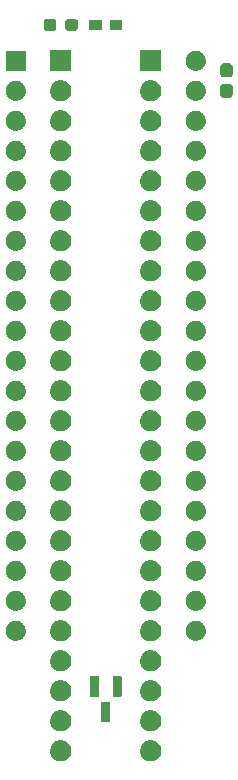
<source format=gbr>
G04 #@! TF.GenerationSoftware,KiCad,Pcbnew,8.0.4+dfsg-1*
G04 #@! TF.CreationDate,2024-12-10T11:05:27+09:00*
G04 #@! TF.ProjectId,bionic-scn2650,62696f6e-6963-42d7-9363-6e323635302e,3*
G04 #@! TF.SameCoordinates,Original*
G04 #@! TF.FileFunction,Soldermask,Top*
G04 #@! TF.FilePolarity,Negative*
%FSLAX46Y46*%
G04 Gerber Fmt 4.6, Leading zero omitted, Abs format (unit mm)*
G04 Created by KiCad (PCBNEW 8.0.4+dfsg-1) date 2024-12-10 11:05:27*
%MOMM*%
%LPD*%
G01*
G04 APERTURE LIST*
G04 APERTURE END LIST*
G36*
X109934265Y-132599000D02*
G01*
X109984699Y-132599000D01*
X110028251Y-132608257D01*
X110066624Y-132612037D01*
X110114832Y-132626660D01*
X110169958Y-132638378D01*
X110205230Y-132654082D01*
X110236468Y-132663558D01*
X110286107Y-132690090D01*
X110342982Y-132715413D01*
X110369426Y-132734626D01*
X110392988Y-132747220D01*
X110441052Y-132786665D01*
X110496208Y-132826738D01*
X110514114Y-132846625D01*
X110530185Y-132859814D01*
X110573372Y-132912438D01*
X110622939Y-132967488D01*
X110633352Y-132985524D01*
X110642779Y-132997011D01*
X110677655Y-133062259D01*
X110717638Y-133131512D01*
X110722236Y-133145665D01*
X110726441Y-133153531D01*
X110749611Y-133229915D01*
X110776166Y-133311640D01*
X110777101Y-133320536D01*
X110777962Y-133323375D01*
X110786352Y-133408555D01*
X110795963Y-133500000D01*
X110786351Y-133591451D01*
X110777962Y-133676624D01*
X110777101Y-133679461D01*
X110776166Y-133688360D01*
X110749607Y-133770098D01*
X110726441Y-133846468D01*
X110722237Y-133854331D01*
X110717638Y-133868488D01*
X110677648Y-133937752D01*
X110642779Y-134002988D01*
X110633354Y-134014472D01*
X110622939Y-134032512D01*
X110573363Y-134087571D01*
X110530185Y-134140185D01*
X110514118Y-134153370D01*
X110496208Y-134173262D01*
X110441041Y-134213342D01*
X110392988Y-134252779D01*
X110369431Y-134265370D01*
X110342982Y-134284587D01*
X110286095Y-134309914D01*
X110236468Y-134336441D01*
X110205237Y-134345914D01*
X110169958Y-134361622D01*
X110114821Y-134373341D01*
X110066624Y-134387962D01*
X110028260Y-134391740D01*
X109984699Y-134401000D01*
X109934255Y-134401000D01*
X109890000Y-134405359D01*
X109845745Y-134401000D01*
X109795301Y-134401000D01*
X109751740Y-134391740D01*
X109713375Y-134387962D01*
X109665175Y-134373340D01*
X109610042Y-134361622D01*
X109574764Y-134345915D01*
X109543531Y-134336441D01*
X109493898Y-134309911D01*
X109437018Y-134284587D01*
X109410570Y-134265372D01*
X109387011Y-134252779D01*
X109338949Y-134213336D01*
X109283792Y-134173262D01*
X109265884Y-134153373D01*
X109249814Y-134140185D01*
X109206625Y-134087559D01*
X109157061Y-134032512D01*
X109146648Y-134014476D01*
X109137220Y-134002988D01*
X109102338Y-133937729D01*
X109062362Y-133868488D01*
X109057763Y-133854336D01*
X109053558Y-133846468D01*
X109030377Y-133770052D01*
X109003834Y-133688360D01*
X109002899Y-133679466D01*
X109002037Y-133676624D01*
X108993632Y-133591300D01*
X108984037Y-133500000D01*
X108993632Y-133408707D01*
X109002037Y-133323375D01*
X109002899Y-133320531D01*
X109003834Y-133311640D01*
X109030373Y-133229961D01*
X109053558Y-133153531D01*
X109057764Y-133145660D01*
X109062362Y-133131512D01*
X109102331Y-133062282D01*
X109137220Y-132997011D01*
X109146649Y-132985520D01*
X109157061Y-132967488D01*
X109206616Y-132912451D01*
X109249814Y-132859814D01*
X109265888Y-132846622D01*
X109283792Y-132826738D01*
X109338936Y-132786673D01*
X109387011Y-132747220D01*
X109410579Y-132734622D01*
X109437019Y-132715413D01*
X109493883Y-132690095D01*
X109543531Y-132663558D01*
X109574771Y-132654081D01*
X109610042Y-132638378D01*
X109665164Y-132626661D01*
X109713375Y-132612037D01*
X109751748Y-132608257D01*
X109795301Y-132599000D01*
X109845735Y-132599000D01*
X109890000Y-132594640D01*
X109934265Y-132599000D01*
G37*
G36*
X117554265Y-132599000D02*
G01*
X117604699Y-132599000D01*
X117648251Y-132608257D01*
X117686624Y-132612037D01*
X117734832Y-132626660D01*
X117789958Y-132638378D01*
X117825230Y-132654082D01*
X117856468Y-132663558D01*
X117906107Y-132690090D01*
X117962982Y-132715413D01*
X117989426Y-132734626D01*
X118012988Y-132747220D01*
X118061052Y-132786665D01*
X118116208Y-132826738D01*
X118134114Y-132846625D01*
X118150185Y-132859814D01*
X118193372Y-132912438D01*
X118242939Y-132967488D01*
X118253352Y-132985524D01*
X118262779Y-132997011D01*
X118297655Y-133062259D01*
X118337638Y-133131512D01*
X118342236Y-133145665D01*
X118346441Y-133153531D01*
X118369611Y-133229915D01*
X118396166Y-133311640D01*
X118397101Y-133320536D01*
X118397962Y-133323375D01*
X118406352Y-133408555D01*
X118415963Y-133500000D01*
X118406351Y-133591451D01*
X118397962Y-133676624D01*
X118397101Y-133679461D01*
X118396166Y-133688360D01*
X118369607Y-133770098D01*
X118346441Y-133846468D01*
X118342237Y-133854331D01*
X118337638Y-133868488D01*
X118297648Y-133937752D01*
X118262779Y-134002988D01*
X118253354Y-134014472D01*
X118242939Y-134032512D01*
X118193363Y-134087571D01*
X118150185Y-134140185D01*
X118134118Y-134153370D01*
X118116208Y-134173262D01*
X118061041Y-134213342D01*
X118012988Y-134252779D01*
X117989431Y-134265370D01*
X117962982Y-134284587D01*
X117906095Y-134309914D01*
X117856468Y-134336441D01*
X117825237Y-134345914D01*
X117789958Y-134361622D01*
X117734821Y-134373341D01*
X117686624Y-134387962D01*
X117648260Y-134391740D01*
X117604699Y-134401000D01*
X117554255Y-134401000D01*
X117510000Y-134405359D01*
X117465745Y-134401000D01*
X117415301Y-134401000D01*
X117371740Y-134391740D01*
X117333375Y-134387962D01*
X117285175Y-134373340D01*
X117230042Y-134361622D01*
X117194764Y-134345915D01*
X117163531Y-134336441D01*
X117113898Y-134309911D01*
X117057018Y-134284587D01*
X117030570Y-134265372D01*
X117007011Y-134252779D01*
X116958949Y-134213336D01*
X116903792Y-134173262D01*
X116885884Y-134153373D01*
X116869814Y-134140185D01*
X116826625Y-134087559D01*
X116777061Y-134032512D01*
X116766648Y-134014476D01*
X116757220Y-134002988D01*
X116722338Y-133937729D01*
X116682362Y-133868488D01*
X116677763Y-133854336D01*
X116673558Y-133846468D01*
X116650377Y-133770052D01*
X116623834Y-133688360D01*
X116622899Y-133679466D01*
X116622037Y-133676624D01*
X116613632Y-133591300D01*
X116604037Y-133500000D01*
X116613632Y-133408707D01*
X116622037Y-133323375D01*
X116622899Y-133320531D01*
X116623834Y-133311640D01*
X116650373Y-133229961D01*
X116673558Y-133153531D01*
X116677764Y-133145660D01*
X116682362Y-133131512D01*
X116722331Y-133062282D01*
X116757220Y-132997011D01*
X116766649Y-132985520D01*
X116777061Y-132967488D01*
X116826616Y-132912451D01*
X116869814Y-132859814D01*
X116885888Y-132846622D01*
X116903792Y-132826738D01*
X116958936Y-132786673D01*
X117007011Y-132747220D01*
X117030579Y-132734622D01*
X117057019Y-132715413D01*
X117113883Y-132690095D01*
X117163531Y-132663558D01*
X117194771Y-132654081D01*
X117230042Y-132638378D01*
X117285164Y-132626661D01*
X117333375Y-132612037D01*
X117371748Y-132608257D01*
X117415301Y-132599000D01*
X117465735Y-132599000D01*
X117510000Y-132594640D01*
X117554265Y-132599000D01*
G37*
G36*
X109934265Y-130059000D02*
G01*
X109984699Y-130059000D01*
X110028251Y-130068257D01*
X110066624Y-130072037D01*
X110114832Y-130086660D01*
X110169958Y-130098378D01*
X110205230Y-130114082D01*
X110236468Y-130123558D01*
X110286107Y-130150090D01*
X110342982Y-130175413D01*
X110369426Y-130194626D01*
X110392988Y-130207220D01*
X110441052Y-130246665D01*
X110496208Y-130286738D01*
X110514114Y-130306625D01*
X110530185Y-130319814D01*
X110573372Y-130372438D01*
X110622939Y-130427488D01*
X110633352Y-130445524D01*
X110642779Y-130457011D01*
X110677655Y-130522259D01*
X110717638Y-130591512D01*
X110722236Y-130605665D01*
X110726441Y-130613531D01*
X110749611Y-130689915D01*
X110776166Y-130771640D01*
X110777101Y-130780536D01*
X110777962Y-130783375D01*
X110786352Y-130868555D01*
X110795963Y-130960000D01*
X110786351Y-131051451D01*
X110777962Y-131136624D01*
X110777101Y-131139461D01*
X110776166Y-131148360D01*
X110749607Y-131230098D01*
X110726441Y-131306468D01*
X110722237Y-131314331D01*
X110717638Y-131328488D01*
X110677648Y-131397752D01*
X110642779Y-131462988D01*
X110633354Y-131474472D01*
X110622939Y-131492512D01*
X110573363Y-131547571D01*
X110530185Y-131600185D01*
X110514118Y-131613370D01*
X110496208Y-131633262D01*
X110441041Y-131673342D01*
X110392988Y-131712779D01*
X110369431Y-131725370D01*
X110342982Y-131744587D01*
X110286095Y-131769914D01*
X110236468Y-131796441D01*
X110205237Y-131805914D01*
X110169958Y-131821622D01*
X110114821Y-131833341D01*
X110066624Y-131847962D01*
X110028260Y-131851740D01*
X109984699Y-131861000D01*
X109934255Y-131861000D01*
X109890000Y-131865359D01*
X109845745Y-131861000D01*
X109795301Y-131861000D01*
X109751740Y-131851740D01*
X109713375Y-131847962D01*
X109665175Y-131833340D01*
X109610042Y-131821622D01*
X109574764Y-131805915D01*
X109543531Y-131796441D01*
X109493898Y-131769911D01*
X109437018Y-131744587D01*
X109410570Y-131725372D01*
X109387011Y-131712779D01*
X109338949Y-131673336D01*
X109283792Y-131633262D01*
X109265884Y-131613373D01*
X109249814Y-131600185D01*
X109206625Y-131547559D01*
X109157061Y-131492512D01*
X109146648Y-131474476D01*
X109137220Y-131462988D01*
X109102338Y-131397729D01*
X109062362Y-131328488D01*
X109057763Y-131314336D01*
X109053558Y-131306468D01*
X109030377Y-131230052D01*
X109003834Y-131148360D01*
X109002899Y-131139466D01*
X109002037Y-131136624D01*
X108993632Y-131051300D01*
X108984037Y-130960000D01*
X108993632Y-130868707D01*
X109002037Y-130783375D01*
X109002899Y-130780531D01*
X109003834Y-130771640D01*
X109030373Y-130689961D01*
X109053558Y-130613531D01*
X109057764Y-130605660D01*
X109062362Y-130591512D01*
X109102331Y-130522282D01*
X109137220Y-130457011D01*
X109146649Y-130445520D01*
X109157061Y-130427488D01*
X109206616Y-130372451D01*
X109249814Y-130319814D01*
X109265888Y-130306622D01*
X109283792Y-130286738D01*
X109338936Y-130246673D01*
X109387011Y-130207220D01*
X109410579Y-130194622D01*
X109437019Y-130175413D01*
X109493883Y-130150095D01*
X109543531Y-130123558D01*
X109574771Y-130114081D01*
X109610042Y-130098378D01*
X109665164Y-130086661D01*
X109713375Y-130072037D01*
X109751748Y-130068257D01*
X109795301Y-130059000D01*
X109845735Y-130059000D01*
X109890000Y-130054640D01*
X109934265Y-130059000D01*
G37*
G36*
X117554265Y-130059000D02*
G01*
X117604699Y-130059000D01*
X117648251Y-130068257D01*
X117686624Y-130072037D01*
X117734832Y-130086660D01*
X117789958Y-130098378D01*
X117825230Y-130114082D01*
X117856468Y-130123558D01*
X117906107Y-130150090D01*
X117962982Y-130175413D01*
X117989426Y-130194626D01*
X118012988Y-130207220D01*
X118061052Y-130246665D01*
X118116208Y-130286738D01*
X118134114Y-130306625D01*
X118150185Y-130319814D01*
X118193372Y-130372438D01*
X118242939Y-130427488D01*
X118253352Y-130445524D01*
X118262779Y-130457011D01*
X118297655Y-130522259D01*
X118337638Y-130591512D01*
X118342236Y-130605665D01*
X118346441Y-130613531D01*
X118369611Y-130689915D01*
X118396166Y-130771640D01*
X118397101Y-130780536D01*
X118397962Y-130783375D01*
X118406352Y-130868555D01*
X118415963Y-130960000D01*
X118406351Y-131051451D01*
X118397962Y-131136624D01*
X118397101Y-131139461D01*
X118396166Y-131148360D01*
X118369607Y-131230098D01*
X118346441Y-131306468D01*
X118342237Y-131314331D01*
X118337638Y-131328488D01*
X118297648Y-131397752D01*
X118262779Y-131462988D01*
X118253354Y-131474472D01*
X118242939Y-131492512D01*
X118193363Y-131547571D01*
X118150185Y-131600185D01*
X118134118Y-131613370D01*
X118116208Y-131633262D01*
X118061041Y-131673342D01*
X118012988Y-131712779D01*
X117989431Y-131725370D01*
X117962982Y-131744587D01*
X117906095Y-131769914D01*
X117856468Y-131796441D01*
X117825237Y-131805914D01*
X117789958Y-131821622D01*
X117734821Y-131833341D01*
X117686624Y-131847962D01*
X117648260Y-131851740D01*
X117604699Y-131861000D01*
X117554255Y-131861000D01*
X117510000Y-131865359D01*
X117465745Y-131861000D01*
X117415301Y-131861000D01*
X117371740Y-131851740D01*
X117333375Y-131847962D01*
X117285175Y-131833340D01*
X117230042Y-131821622D01*
X117194764Y-131805915D01*
X117163531Y-131796441D01*
X117113898Y-131769911D01*
X117057018Y-131744587D01*
X117030570Y-131725372D01*
X117007011Y-131712779D01*
X116958949Y-131673336D01*
X116903792Y-131633262D01*
X116885884Y-131613373D01*
X116869814Y-131600185D01*
X116826625Y-131547559D01*
X116777061Y-131492512D01*
X116766648Y-131474476D01*
X116757220Y-131462988D01*
X116722338Y-131397729D01*
X116682362Y-131328488D01*
X116677763Y-131314336D01*
X116673558Y-131306468D01*
X116650377Y-131230052D01*
X116623834Y-131148360D01*
X116622899Y-131139466D01*
X116622037Y-131136624D01*
X116613632Y-131051300D01*
X116604037Y-130960000D01*
X116613632Y-130868707D01*
X116622037Y-130783375D01*
X116622899Y-130780531D01*
X116623834Y-130771640D01*
X116650373Y-130689961D01*
X116673558Y-130613531D01*
X116677764Y-130605660D01*
X116682362Y-130591512D01*
X116722331Y-130522282D01*
X116757220Y-130457011D01*
X116766649Y-130445520D01*
X116777061Y-130427488D01*
X116826616Y-130372451D01*
X116869814Y-130319814D01*
X116885888Y-130306622D01*
X116903792Y-130286738D01*
X116958936Y-130246673D01*
X117007011Y-130207220D01*
X117030579Y-130194622D01*
X117057019Y-130175413D01*
X117113883Y-130150095D01*
X117163531Y-130123558D01*
X117194771Y-130114081D01*
X117230042Y-130098378D01*
X117285164Y-130086661D01*
X117333375Y-130072037D01*
X117371748Y-130068257D01*
X117415301Y-130059000D01*
X117465735Y-130059000D01*
X117510000Y-130054640D01*
X117554265Y-130059000D01*
G37*
G36*
X114050099Y-129337159D02*
G01*
X114066969Y-129348431D01*
X114078241Y-129365301D01*
X114081199Y-129380178D01*
X114081200Y-131015823D01*
X114078241Y-131030699D01*
X114066969Y-131047569D01*
X114050099Y-131058841D01*
X114035222Y-131061799D01*
X113364777Y-131061800D01*
X113349901Y-131058841D01*
X113333031Y-131047569D01*
X113321759Y-131030699D01*
X113318801Y-131015823D01*
X113318800Y-131015820D01*
X113318800Y-129380177D01*
X113321759Y-129365300D01*
X113333031Y-129348431D01*
X113349898Y-129337160D01*
X113349900Y-129337159D01*
X113349901Y-129337159D01*
X113354882Y-129336168D01*
X113364779Y-129334200D01*
X114035222Y-129334200D01*
X114035223Y-129334200D01*
X114050099Y-129337159D01*
G37*
G36*
X109934265Y-127519000D02*
G01*
X109984699Y-127519000D01*
X110028251Y-127528257D01*
X110066624Y-127532037D01*
X110114832Y-127546660D01*
X110169958Y-127558378D01*
X110205230Y-127574082D01*
X110236468Y-127583558D01*
X110286107Y-127610090D01*
X110342982Y-127635413D01*
X110369426Y-127654626D01*
X110392988Y-127667220D01*
X110441052Y-127706665D01*
X110496208Y-127746738D01*
X110514114Y-127766625D01*
X110530185Y-127779814D01*
X110573372Y-127832438D01*
X110622939Y-127887488D01*
X110633352Y-127905524D01*
X110642779Y-127917011D01*
X110677655Y-127982259D01*
X110717638Y-128051512D01*
X110722236Y-128065665D01*
X110726441Y-128073531D01*
X110749611Y-128149915D01*
X110776166Y-128231640D01*
X110777101Y-128240536D01*
X110777962Y-128243375D01*
X110786352Y-128328555D01*
X110795963Y-128420000D01*
X110786351Y-128511451D01*
X110777962Y-128596624D01*
X110777101Y-128599461D01*
X110776166Y-128608360D01*
X110749607Y-128690098D01*
X110726441Y-128766468D01*
X110722237Y-128774331D01*
X110717638Y-128788488D01*
X110677648Y-128857752D01*
X110642779Y-128922988D01*
X110633354Y-128934472D01*
X110622939Y-128952512D01*
X110573363Y-129007571D01*
X110530185Y-129060185D01*
X110514118Y-129073370D01*
X110496208Y-129093262D01*
X110441041Y-129133342D01*
X110392988Y-129172779D01*
X110369431Y-129185370D01*
X110342982Y-129204587D01*
X110286095Y-129229914D01*
X110236468Y-129256441D01*
X110205237Y-129265914D01*
X110169958Y-129281622D01*
X110114821Y-129293341D01*
X110066624Y-129307962D01*
X110028260Y-129311740D01*
X109984699Y-129321000D01*
X109934255Y-129321000D01*
X109890000Y-129325359D01*
X109845745Y-129321000D01*
X109795301Y-129321000D01*
X109751740Y-129311740D01*
X109713375Y-129307962D01*
X109665175Y-129293340D01*
X109610042Y-129281622D01*
X109574764Y-129265915D01*
X109543531Y-129256441D01*
X109493898Y-129229911D01*
X109437018Y-129204587D01*
X109410570Y-129185372D01*
X109387011Y-129172779D01*
X109338949Y-129133336D01*
X109283792Y-129093262D01*
X109265884Y-129073373D01*
X109249814Y-129060185D01*
X109206625Y-129007559D01*
X109157061Y-128952512D01*
X109146648Y-128934476D01*
X109137220Y-128922988D01*
X109102338Y-128857729D01*
X109062362Y-128788488D01*
X109057763Y-128774336D01*
X109053558Y-128766468D01*
X109030377Y-128690052D01*
X109003834Y-128608360D01*
X109002899Y-128599466D01*
X109002037Y-128596624D01*
X108993632Y-128511300D01*
X108984037Y-128420000D01*
X108993632Y-128328707D01*
X109002037Y-128243375D01*
X109002899Y-128240531D01*
X109003834Y-128231640D01*
X109030373Y-128149961D01*
X109053558Y-128073531D01*
X109057764Y-128065660D01*
X109062362Y-128051512D01*
X109102331Y-127982282D01*
X109137220Y-127917011D01*
X109146649Y-127905520D01*
X109157061Y-127887488D01*
X109206616Y-127832451D01*
X109249814Y-127779814D01*
X109265888Y-127766622D01*
X109283792Y-127746738D01*
X109338936Y-127706673D01*
X109387011Y-127667220D01*
X109410579Y-127654622D01*
X109437019Y-127635413D01*
X109493883Y-127610095D01*
X109543531Y-127583558D01*
X109574771Y-127574081D01*
X109610042Y-127558378D01*
X109665164Y-127546661D01*
X109713375Y-127532037D01*
X109751748Y-127528257D01*
X109795301Y-127519000D01*
X109845735Y-127519000D01*
X109890000Y-127514640D01*
X109934265Y-127519000D01*
G37*
G36*
X117554265Y-127519000D02*
G01*
X117604699Y-127519000D01*
X117648251Y-127528257D01*
X117686624Y-127532037D01*
X117734832Y-127546660D01*
X117789958Y-127558378D01*
X117825230Y-127574082D01*
X117856468Y-127583558D01*
X117906107Y-127610090D01*
X117962982Y-127635413D01*
X117989426Y-127654626D01*
X118012988Y-127667220D01*
X118061052Y-127706665D01*
X118116208Y-127746738D01*
X118134114Y-127766625D01*
X118150185Y-127779814D01*
X118193372Y-127832438D01*
X118242939Y-127887488D01*
X118253352Y-127905524D01*
X118262779Y-127917011D01*
X118297655Y-127982259D01*
X118337638Y-128051512D01*
X118342236Y-128065665D01*
X118346441Y-128073531D01*
X118369611Y-128149915D01*
X118396166Y-128231640D01*
X118397101Y-128240536D01*
X118397962Y-128243375D01*
X118406352Y-128328555D01*
X118415963Y-128420000D01*
X118406351Y-128511451D01*
X118397962Y-128596624D01*
X118397101Y-128599461D01*
X118396166Y-128608360D01*
X118369607Y-128690098D01*
X118346441Y-128766468D01*
X118342237Y-128774331D01*
X118337638Y-128788488D01*
X118297648Y-128857752D01*
X118262779Y-128922988D01*
X118253354Y-128934472D01*
X118242939Y-128952512D01*
X118193363Y-129007571D01*
X118150185Y-129060185D01*
X118134118Y-129073370D01*
X118116208Y-129093262D01*
X118061041Y-129133342D01*
X118012988Y-129172779D01*
X117989431Y-129185370D01*
X117962982Y-129204587D01*
X117906095Y-129229914D01*
X117856468Y-129256441D01*
X117825237Y-129265914D01*
X117789958Y-129281622D01*
X117734821Y-129293341D01*
X117686624Y-129307962D01*
X117648260Y-129311740D01*
X117604699Y-129321000D01*
X117554255Y-129321000D01*
X117510000Y-129325359D01*
X117465745Y-129321000D01*
X117415301Y-129321000D01*
X117371740Y-129311740D01*
X117333375Y-129307962D01*
X117285175Y-129293340D01*
X117230042Y-129281622D01*
X117194764Y-129265915D01*
X117163531Y-129256441D01*
X117113898Y-129229911D01*
X117057018Y-129204587D01*
X117030570Y-129185372D01*
X117007011Y-129172779D01*
X116958949Y-129133336D01*
X116903792Y-129093262D01*
X116885884Y-129073373D01*
X116869814Y-129060185D01*
X116826625Y-129007559D01*
X116777061Y-128952512D01*
X116766648Y-128934476D01*
X116757220Y-128922988D01*
X116722338Y-128857729D01*
X116682362Y-128788488D01*
X116677763Y-128774336D01*
X116673558Y-128766468D01*
X116650377Y-128690052D01*
X116623834Y-128608360D01*
X116622899Y-128599466D01*
X116622037Y-128596624D01*
X116613632Y-128511300D01*
X116604037Y-128420000D01*
X116613632Y-128328707D01*
X116622037Y-128243375D01*
X116622899Y-128240531D01*
X116623834Y-128231640D01*
X116650373Y-128149961D01*
X116673558Y-128073531D01*
X116677764Y-128065660D01*
X116682362Y-128051512D01*
X116722331Y-127982282D01*
X116757220Y-127917011D01*
X116766649Y-127905520D01*
X116777061Y-127887488D01*
X116826616Y-127832451D01*
X116869814Y-127779814D01*
X116885888Y-127766622D01*
X116903792Y-127746738D01*
X116958936Y-127706673D01*
X117007011Y-127667220D01*
X117030579Y-127654622D01*
X117057019Y-127635413D01*
X117113883Y-127610095D01*
X117163531Y-127583558D01*
X117194771Y-127574081D01*
X117230042Y-127558378D01*
X117285164Y-127546661D01*
X117333375Y-127532037D01*
X117371748Y-127528257D01*
X117415301Y-127519000D01*
X117465735Y-127519000D01*
X117510000Y-127514640D01*
X117554265Y-127519000D01*
G37*
G36*
X113100098Y-127205159D02*
G01*
X113116968Y-127216431D01*
X113128240Y-127233301D01*
X113131198Y-127248178D01*
X113131199Y-128883823D01*
X113128240Y-128898699D01*
X113116968Y-128915569D01*
X113100098Y-128926841D01*
X113085221Y-128929799D01*
X112414776Y-128929800D01*
X112399900Y-128926841D01*
X112383030Y-128915569D01*
X112371758Y-128898699D01*
X112368800Y-128883823D01*
X112368799Y-128883820D01*
X112368799Y-127248177D01*
X112371758Y-127233300D01*
X112383030Y-127216431D01*
X112399897Y-127205160D01*
X112399899Y-127205159D01*
X112399900Y-127205159D01*
X112404881Y-127204168D01*
X112414778Y-127202200D01*
X113085221Y-127202200D01*
X113085222Y-127202200D01*
X113100098Y-127205159D01*
G37*
G36*
X115000100Y-127205159D02*
G01*
X115016970Y-127216431D01*
X115028242Y-127233301D01*
X115031200Y-127248178D01*
X115031201Y-128883823D01*
X115028242Y-128898699D01*
X115016970Y-128915569D01*
X115000100Y-128926841D01*
X114985223Y-128929799D01*
X114314778Y-128929800D01*
X114299902Y-128926841D01*
X114283032Y-128915569D01*
X114271760Y-128898699D01*
X114268802Y-128883823D01*
X114268801Y-128883820D01*
X114268801Y-127248177D01*
X114271760Y-127233300D01*
X114283032Y-127216431D01*
X114299899Y-127205160D01*
X114299901Y-127205159D01*
X114299902Y-127205159D01*
X114304883Y-127204168D01*
X114314780Y-127202200D01*
X114985223Y-127202200D01*
X114985224Y-127202200D01*
X115000100Y-127205159D01*
G37*
G36*
X109934265Y-124979000D02*
G01*
X109984699Y-124979000D01*
X110028251Y-124988257D01*
X110066624Y-124992037D01*
X110114832Y-125006660D01*
X110169958Y-125018378D01*
X110205230Y-125034082D01*
X110236468Y-125043558D01*
X110286107Y-125070090D01*
X110342982Y-125095413D01*
X110369426Y-125114626D01*
X110392988Y-125127220D01*
X110441052Y-125166665D01*
X110496208Y-125206738D01*
X110514114Y-125226625D01*
X110530185Y-125239814D01*
X110573372Y-125292438D01*
X110622939Y-125347488D01*
X110633352Y-125365524D01*
X110642779Y-125377011D01*
X110677655Y-125442259D01*
X110717638Y-125511512D01*
X110722236Y-125525665D01*
X110726441Y-125533531D01*
X110749611Y-125609915D01*
X110776166Y-125691640D01*
X110777101Y-125700536D01*
X110777962Y-125703375D01*
X110786352Y-125788555D01*
X110795963Y-125880000D01*
X110786351Y-125971451D01*
X110777962Y-126056624D01*
X110777101Y-126059461D01*
X110776166Y-126068360D01*
X110749607Y-126150098D01*
X110726441Y-126226468D01*
X110722237Y-126234331D01*
X110717638Y-126248488D01*
X110677648Y-126317752D01*
X110642779Y-126382988D01*
X110633354Y-126394472D01*
X110622939Y-126412512D01*
X110573363Y-126467571D01*
X110530185Y-126520185D01*
X110514118Y-126533370D01*
X110496208Y-126553262D01*
X110441041Y-126593342D01*
X110392988Y-126632779D01*
X110369431Y-126645370D01*
X110342982Y-126664587D01*
X110286095Y-126689914D01*
X110236468Y-126716441D01*
X110205237Y-126725914D01*
X110169958Y-126741622D01*
X110114821Y-126753341D01*
X110066624Y-126767962D01*
X110028260Y-126771740D01*
X109984699Y-126781000D01*
X109934255Y-126781000D01*
X109890000Y-126785359D01*
X109845745Y-126781000D01*
X109795301Y-126781000D01*
X109751740Y-126771740D01*
X109713375Y-126767962D01*
X109665175Y-126753340D01*
X109610042Y-126741622D01*
X109574764Y-126725915D01*
X109543531Y-126716441D01*
X109493898Y-126689911D01*
X109437018Y-126664587D01*
X109410570Y-126645372D01*
X109387011Y-126632779D01*
X109338949Y-126593336D01*
X109283792Y-126553262D01*
X109265884Y-126533373D01*
X109249814Y-126520185D01*
X109206625Y-126467559D01*
X109157061Y-126412512D01*
X109146648Y-126394476D01*
X109137220Y-126382988D01*
X109102338Y-126317729D01*
X109062362Y-126248488D01*
X109057763Y-126234336D01*
X109053558Y-126226468D01*
X109030377Y-126150052D01*
X109003834Y-126068360D01*
X109002899Y-126059466D01*
X109002037Y-126056624D01*
X108993632Y-125971300D01*
X108984037Y-125880000D01*
X108993632Y-125788707D01*
X109002037Y-125703375D01*
X109002899Y-125700531D01*
X109003834Y-125691640D01*
X109030373Y-125609961D01*
X109053558Y-125533531D01*
X109057764Y-125525660D01*
X109062362Y-125511512D01*
X109102331Y-125442282D01*
X109137220Y-125377011D01*
X109146649Y-125365520D01*
X109157061Y-125347488D01*
X109206616Y-125292451D01*
X109249814Y-125239814D01*
X109265888Y-125226622D01*
X109283792Y-125206738D01*
X109338936Y-125166673D01*
X109387011Y-125127220D01*
X109410579Y-125114622D01*
X109437019Y-125095413D01*
X109493883Y-125070095D01*
X109543531Y-125043558D01*
X109574771Y-125034081D01*
X109610042Y-125018378D01*
X109665164Y-125006661D01*
X109713375Y-124992037D01*
X109751748Y-124988257D01*
X109795301Y-124979000D01*
X109845735Y-124979000D01*
X109890000Y-124974640D01*
X109934265Y-124979000D01*
G37*
G36*
X117554265Y-124979000D02*
G01*
X117604699Y-124979000D01*
X117648251Y-124988257D01*
X117686624Y-124992037D01*
X117734832Y-125006660D01*
X117789958Y-125018378D01*
X117825230Y-125034082D01*
X117856468Y-125043558D01*
X117906107Y-125070090D01*
X117962982Y-125095413D01*
X117989426Y-125114626D01*
X118012988Y-125127220D01*
X118061052Y-125166665D01*
X118116208Y-125206738D01*
X118134114Y-125226625D01*
X118150185Y-125239814D01*
X118193372Y-125292438D01*
X118242939Y-125347488D01*
X118253352Y-125365524D01*
X118262779Y-125377011D01*
X118297655Y-125442259D01*
X118337638Y-125511512D01*
X118342236Y-125525665D01*
X118346441Y-125533531D01*
X118369611Y-125609915D01*
X118396166Y-125691640D01*
X118397101Y-125700536D01*
X118397962Y-125703375D01*
X118406352Y-125788555D01*
X118415963Y-125880000D01*
X118406351Y-125971451D01*
X118397962Y-126056624D01*
X118397101Y-126059461D01*
X118396166Y-126068360D01*
X118369607Y-126150098D01*
X118346441Y-126226468D01*
X118342237Y-126234331D01*
X118337638Y-126248488D01*
X118297648Y-126317752D01*
X118262779Y-126382988D01*
X118253354Y-126394472D01*
X118242939Y-126412512D01*
X118193363Y-126467571D01*
X118150185Y-126520185D01*
X118134118Y-126533370D01*
X118116208Y-126553262D01*
X118061041Y-126593342D01*
X118012988Y-126632779D01*
X117989431Y-126645370D01*
X117962982Y-126664587D01*
X117906095Y-126689914D01*
X117856468Y-126716441D01*
X117825237Y-126725914D01*
X117789958Y-126741622D01*
X117734821Y-126753341D01*
X117686624Y-126767962D01*
X117648260Y-126771740D01*
X117604699Y-126781000D01*
X117554255Y-126781000D01*
X117510000Y-126785359D01*
X117465745Y-126781000D01*
X117415301Y-126781000D01*
X117371740Y-126771740D01*
X117333375Y-126767962D01*
X117285175Y-126753340D01*
X117230042Y-126741622D01*
X117194764Y-126725915D01*
X117163531Y-126716441D01*
X117113898Y-126689911D01*
X117057018Y-126664587D01*
X117030570Y-126645372D01*
X117007011Y-126632779D01*
X116958949Y-126593336D01*
X116903792Y-126553262D01*
X116885884Y-126533373D01*
X116869814Y-126520185D01*
X116826625Y-126467559D01*
X116777061Y-126412512D01*
X116766648Y-126394476D01*
X116757220Y-126382988D01*
X116722338Y-126317729D01*
X116682362Y-126248488D01*
X116677763Y-126234336D01*
X116673558Y-126226468D01*
X116650377Y-126150052D01*
X116623834Y-126068360D01*
X116622899Y-126059466D01*
X116622037Y-126056624D01*
X116613632Y-125971300D01*
X116604037Y-125880000D01*
X116613632Y-125788707D01*
X116622037Y-125703375D01*
X116622899Y-125700531D01*
X116623834Y-125691640D01*
X116650373Y-125609961D01*
X116673558Y-125533531D01*
X116677764Y-125525660D01*
X116682362Y-125511512D01*
X116722331Y-125442282D01*
X116757220Y-125377011D01*
X116766649Y-125365520D01*
X116777061Y-125347488D01*
X116826616Y-125292451D01*
X116869814Y-125239814D01*
X116885888Y-125226622D01*
X116903792Y-125206738D01*
X116958936Y-125166673D01*
X117007011Y-125127220D01*
X117030579Y-125114622D01*
X117057019Y-125095413D01*
X117113883Y-125070095D01*
X117163531Y-125043558D01*
X117194771Y-125034081D01*
X117230042Y-125018378D01*
X117285164Y-125006661D01*
X117333375Y-124992037D01*
X117371748Y-124988257D01*
X117415301Y-124979000D01*
X117465735Y-124979000D01*
X117510000Y-124974640D01*
X117554265Y-124979000D01*
G37*
G36*
X109934265Y-122439000D02*
G01*
X109984699Y-122439000D01*
X110028251Y-122448257D01*
X110066624Y-122452037D01*
X110114832Y-122466660D01*
X110169958Y-122478378D01*
X110205230Y-122494082D01*
X110236468Y-122503558D01*
X110286107Y-122530090D01*
X110342982Y-122555413D01*
X110369426Y-122574626D01*
X110392988Y-122587220D01*
X110441052Y-122626665D01*
X110496208Y-122666738D01*
X110514114Y-122686625D01*
X110530185Y-122699814D01*
X110573372Y-122752438D01*
X110622939Y-122807488D01*
X110633352Y-122825524D01*
X110642779Y-122837011D01*
X110677655Y-122902259D01*
X110717638Y-122971512D01*
X110722236Y-122985665D01*
X110726441Y-122993531D01*
X110749611Y-123069915D01*
X110776166Y-123151640D01*
X110777101Y-123160536D01*
X110777962Y-123163375D01*
X110786352Y-123248555D01*
X110795963Y-123340000D01*
X110786351Y-123431451D01*
X110777962Y-123516624D01*
X110777101Y-123519461D01*
X110776166Y-123528360D01*
X110749607Y-123610098D01*
X110726441Y-123686468D01*
X110722237Y-123694331D01*
X110717638Y-123708488D01*
X110677648Y-123777752D01*
X110642779Y-123842988D01*
X110633354Y-123854472D01*
X110622939Y-123872512D01*
X110573363Y-123927571D01*
X110530185Y-123980185D01*
X110514118Y-123993370D01*
X110496208Y-124013262D01*
X110441041Y-124053342D01*
X110392988Y-124092779D01*
X110369431Y-124105370D01*
X110342982Y-124124587D01*
X110286095Y-124149914D01*
X110236468Y-124176441D01*
X110205237Y-124185914D01*
X110169958Y-124201622D01*
X110114821Y-124213341D01*
X110066624Y-124227962D01*
X110028260Y-124231740D01*
X109984699Y-124241000D01*
X109934255Y-124241000D01*
X109890000Y-124245359D01*
X109845745Y-124241000D01*
X109795301Y-124241000D01*
X109751740Y-124231740D01*
X109713375Y-124227962D01*
X109665175Y-124213340D01*
X109610042Y-124201622D01*
X109574764Y-124185915D01*
X109543531Y-124176441D01*
X109493898Y-124149911D01*
X109437018Y-124124587D01*
X109410570Y-124105372D01*
X109387011Y-124092779D01*
X109338949Y-124053336D01*
X109283792Y-124013262D01*
X109265884Y-123993373D01*
X109249814Y-123980185D01*
X109206625Y-123927559D01*
X109157061Y-123872512D01*
X109146648Y-123854476D01*
X109137220Y-123842988D01*
X109102338Y-123777729D01*
X109062362Y-123708488D01*
X109057763Y-123694336D01*
X109053558Y-123686468D01*
X109030377Y-123610052D01*
X109003834Y-123528360D01*
X109002899Y-123519466D01*
X109002037Y-123516624D01*
X108993632Y-123431300D01*
X108984037Y-123340000D01*
X108993632Y-123248707D01*
X109002037Y-123163375D01*
X109002899Y-123160531D01*
X109003834Y-123151640D01*
X109030373Y-123069961D01*
X109053558Y-122993531D01*
X109057764Y-122985660D01*
X109062362Y-122971512D01*
X109102331Y-122902282D01*
X109137220Y-122837011D01*
X109146649Y-122825520D01*
X109157061Y-122807488D01*
X109206616Y-122752451D01*
X109249814Y-122699814D01*
X109265888Y-122686622D01*
X109283792Y-122666738D01*
X109338936Y-122626673D01*
X109387011Y-122587220D01*
X109410579Y-122574622D01*
X109437019Y-122555413D01*
X109493883Y-122530095D01*
X109543531Y-122503558D01*
X109574771Y-122494081D01*
X109610042Y-122478378D01*
X109665164Y-122466661D01*
X109713375Y-122452037D01*
X109751748Y-122448257D01*
X109795301Y-122439000D01*
X109845735Y-122439000D01*
X109890000Y-122434640D01*
X109934265Y-122439000D01*
G37*
G36*
X117554265Y-122439000D02*
G01*
X117604699Y-122439000D01*
X117648251Y-122448257D01*
X117686624Y-122452037D01*
X117734832Y-122466660D01*
X117789958Y-122478378D01*
X117825230Y-122494082D01*
X117856468Y-122503558D01*
X117906107Y-122530090D01*
X117962982Y-122555413D01*
X117989426Y-122574626D01*
X118012988Y-122587220D01*
X118061052Y-122626665D01*
X118116208Y-122666738D01*
X118134114Y-122686625D01*
X118150185Y-122699814D01*
X118193372Y-122752438D01*
X118242939Y-122807488D01*
X118253352Y-122825524D01*
X118262779Y-122837011D01*
X118297655Y-122902259D01*
X118337638Y-122971512D01*
X118342236Y-122985665D01*
X118346441Y-122993531D01*
X118369611Y-123069915D01*
X118396166Y-123151640D01*
X118397101Y-123160536D01*
X118397962Y-123163375D01*
X118406352Y-123248555D01*
X118415963Y-123340000D01*
X118406351Y-123431451D01*
X118397962Y-123516624D01*
X118397101Y-123519461D01*
X118396166Y-123528360D01*
X118369607Y-123610098D01*
X118346441Y-123686468D01*
X118342237Y-123694331D01*
X118337638Y-123708488D01*
X118297648Y-123777752D01*
X118262779Y-123842988D01*
X118253354Y-123854472D01*
X118242939Y-123872512D01*
X118193363Y-123927571D01*
X118150185Y-123980185D01*
X118134118Y-123993370D01*
X118116208Y-124013262D01*
X118061041Y-124053342D01*
X118012988Y-124092779D01*
X117989431Y-124105370D01*
X117962982Y-124124587D01*
X117906095Y-124149914D01*
X117856468Y-124176441D01*
X117825237Y-124185914D01*
X117789958Y-124201622D01*
X117734821Y-124213341D01*
X117686624Y-124227962D01*
X117648260Y-124231740D01*
X117604699Y-124241000D01*
X117554255Y-124241000D01*
X117510000Y-124245359D01*
X117465745Y-124241000D01*
X117415301Y-124241000D01*
X117371740Y-124231740D01*
X117333375Y-124227962D01*
X117285175Y-124213340D01*
X117230042Y-124201622D01*
X117194764Y-124185915D01*
X117163531Y-124176441D01*
X117113898Y-124149911D01*
X117057018Y-124124587D01*
X117030570Y-124105372D01*
X117007011Y-124092779D01*
X116958949Y-124053336D01*
X116903792Y-124013262D01*
X116885884Y-123993373D01*
X116869814Y-123980185D01*
X116826625Y-123927559D01*
X116777061Y-123872512D01*
X116766648Y-123854476D01*
X116757220Y-123842988D01*
X116722338Y-123777729D01*
X116682362Y-123708488D01*
X116677763Y-123694336D01*
X116673558Y-123686468D01*
X116650377Y-123610052D01*
X116623834Y-123528360D01*
X116622899Y-123519466D01*
X116622037Y-123516624D01*
X116613632Y-123431300D01*
X116604037Y-123340000D01*
X116613632Y-123248707D01*
X116622037Y-123163375D01*
X116622899Y-123160531D01*
X116623834Y-123151640D01*
X116650373Y-123069961D01*
X116673558Y-122993531D01*
X116677764Y-122985660D01*
X116682362Y-122971512D01*
X116722331Y-122902282D01*
X116757220Y-122837011D01*
X116766649Y-122825520D01*
X116777061Y-122807488D01*
X116826616Y-122752451D01*
X116869814Y-122699814D01*
X116885888Y-122686622D01*
X116903792Y-122666738D01*
X116958936Y-122626673D01*
X117007011Y-122587220D01*
X117030579Y-122574622D01*
X117057019Y-122555413D01*
X117113883Y-122530095D01*
X117163531Y-122503558D01*
X117194771Y-122494081D01*
X117230042Y-122478378D01*
X117285164Y-122466661D01*
X117333375Y-122452037D01*
X117371748Y-122448257D01*
X117415301Y-122439000D01*
X117465735Y-122439000D01*
X117510000Y-122434640D01*
X117554265Y-122439000D01*
G37*
G36*
X106121810Y-122489000D02*
G01*
X106169444Y-122489000D01*
X106210578Y-122497743D01*
X106246822Y-122501313D01*
X106292354Y-122515125D01*
X106344422Y-122526192D01*
X106377738Y-122541025D01*
X106407242Y-122549975D01*
X106454128Y-122575036D01*
X106507844Y-122598952D01*
X106532818Y-122617097D01*
X106555076Y-122628994D01*
X106600476Y-122666253D01*
X106652567Y-122704100D01*
X106669482Y-122722886D01*
X106684658Y-122735341D01*
X106725443Y-122785037D01*
X106772266Y-122837039D01*
X106782100Y-122854073D01*
X106791005Y-122864923D01*
X106823944Y-122926549D01*
X106861710Y-122991960D01*
X106866054Y-123005329D01*
X106870024Y-123012757D01*
X106891908Y-123084901D01*
X106916989Y-123162092D01*
X106917872Y-123170493D01*
X106918686Y-123173177D01*
X106926610Y-123253632D01*
X106935688Y-123340000D01*
X106926609Y-123426375D01*
X106918686Y-123506822D01*
X106917872Y-123509504D01*
X106916989Y-123517908D01*
X106891903Y-123595112D01*
X106870024Y-123667242D01*
X106866054Y-123674667D01*
X106861710Y-123688040D01*
X106823937Y-123753463D01*
X106791005Y-123815076D01*
X106782102Y-123825923D01*
X106772266Y-123842961D01*
X106725434Y-123894972D01*
X106684658Y-123944658D01*
X106669486Y-123957109D01*
X106652567Y-123975900D01*
X106600465Y-124013754D01*
X106555076Y-124051005D01*
X106532823Y-124062899D01*
X106507844Y-124081048D01*
X106454117Y-124104968D01*
X106407242Y-124130024D01*
X106377745Y-124138971D01*
X106344422Y-124153808D01*
X106292343Y-124164877D01*
X106246822Y-124178686D01*
X106210587Y-124182254D01*
X106169444Y-124191000D01*
X106121799Y-124191000D01*
X106080000Y-124195117D01*
X106038200Y-124191000D01*
X105990556Y-124191000D01*
X105949413Y-124182255D01*
X105913177Y-124178686D01*
X105867652Y-124164876D01*
X105815578Y-124153808D01*
X105782256Y-124138972D01*
X105752757Y-124130024D01*
X105705876Y-124104965D01*
X105652156Y-124081048D01*
X105627179Y-124062901D01*
X105604923Y-124051005D01*
X105559525Y-124013747D01*
X105507433Y-123975900D01*
X105490516Y-123957112D01*
X105475341Y-123944658D01*
X105434554Y-123894960D01*
X105387734Y-123842961D01*
X105377899Y-123825927D01*
X105368994Y-123815076D01*
X105336048Y-123753439D01*
X105298290Y-123688040D01*
X105293946Y-123674672D01*
X105289975Y-123667242D01*
X105268081Y-123595065D01*
X105243011Y-123517908D01*
X105242128Y-123509509D01*
X105241313Y-123506822D01*
X105233374Y-123426224D01*
X105224312Y-123340000D01*
X105233373Y-123253783D01*
X105241313Y-123173177D01*
X105242128Y-123170488D01*
X105243011Y-123162092D01*
X105268076Y-123084948D01*
X105289975Y-123012757D01*
X105293947Y-123005325D01*
X105298290Y-122991960D01*
X105336041Y-122926572D01*
X105368994Y-122864923D01*
X105377901Y-122854069D01*
X105387734Y-122837039D01*
X105434545Y-122785049D01*
X105475341Y-122735341D01*
X105490520Y-122722883D01*
X105507433Y-122704100D01*
X105559515Y-122666259D01*
X105604923Y-122628994D01*
X105627184Y-122617094D01*
X105652156Y-122598952D01*
X105705865Y-122575038D01*
X105752757Y-122549975D01*
X105782264Y-122541024D01*
X105815578Y-122526192D01*
X105867641Y-122515125D01*
X105913177Y-122501313D01*
X105949422Y-122497743D01*
X105990556Y-122489000D01*
X106038190Y-122489000D01*
X106080000Y-122484882D01*
X106121810Y-122489000D01*
G37*
G36*
X121361810Y-122489000D02*
G01*
X121409444Y-122489000D01*
X121450578Y-122497743D01*
X121486822Y-122501313D01*
X121532354Y-122515125D01*
X121584422Y-122526192D01*
X121617738Y-122541025D01*
X121647242Y-122549975D01*
X121694128Y-122575036D01*
X121747844Y-122598952D01*
X121772818Y-122617097D01*
X121795076Y-122628994D01*
X121840476Y-122666253D01*
X121892567Y-122704100D01*
X121909482Y-122722886D01*
X121924658Y-122735341D01*
X121965443Y-122785037D01*
X122012266Y-122837039D01*
X122022100Y-122854073D01*
X122031005Y-122864923D01*
X122063944Y-122926549D01*
X122101710Y-122991960D01*
X122106054Y-123005329D01*
X122110024Y-123012757D01*
X122131908Y-123084901D01*
X122156989Y-123162092D01*
X122157872Y-123170493D01*
X122158686Y-123173177D01*
X122166610Y-123253632D01*
X122175688Y-123340000D01*
X122166609Y-123426375D01*
X122158686Y-123506822D01*
X122157872Y-123509504D01*
X122156989Y-123517908D01*
X122131903Y-123595112D01*
X122110024Y-123667242D01*
X122106054Y-123674667D01*
X122101710Y-123688040D01*
X122063937Y-123753463D01*
X122031005Y-123815076D01*
X122022102Y-123825923D01*
X122012266Y-123842961D01*
X121965434Y-123894972D01*
X121924658Y-123944658D01*
X121909486Y-123957109D01*
X121892567Y-123975900D01*
X121840465Y-124013754D01*
X121795076Y-124051005D01*
X121772823Y-124062899D01*
X121747844Y-124081048D01*
X121694117Y-124104968D01*
X121647242Y-124130024D01*
X121617745Y-124138971D01*
X121584422Y-124153808D01*
X121532343Y-124164877D01*
X121486822Y-124178686D01*
X121450587Y-124182254D01*
X121409444Y-124191000D01*
X121361799Y-124191000D01*
X121320000Y-124195117D01*
X121278200Y-124191000D01*
X121230556Y-124191000D01*
X121189413Y-124182255D01*
X121153177Y-124178686D01*
X121107652Y-124164876D01*
X121055578Y-124153808D01*
X121022256Y-124138972D01*
X120992757Y-124130024D01*
X120945876Y-124104965D01*
X120892156Y-124081048D01*
X120867179Y-124062901D01*
X120844923Y-124051005D01*
X120799525Y-124013747D01*
X120747433Y-123975900D01*
X120730516Y-123957112D01*
X120715341Y-123944658D01*
X120674554Y-123894960D01*
X120627734Y-123842961D01*
X120617899Y-123825927D01*
X120608994Y-123815076D01*
X120576048Y-123753439D01*
X120538290Y-123688040D01*
X120533946Y-123674672D01*
X120529975Y-123667242D01*
X120508081Y-123595065D01*
X120483011Y-123517908D01*
X120482128Y-123509509D01*
X120481313Y-123506822D01*
X120473374Y-123426224D01*
X120464312Y-123340000D01*
X120473373Y-123253783D01*
X120481313Y-123173177D01*
X120482128Y-123170488D01*
X120483011Y-123162092D01*
X120508076Y-123084948D01*
X120529975Y-123012757D01*
X120533947Y-123005325D01*
X120538290Y-122991960D01*
X120576041Y-122926572D01*
X120608994Y-122864923D01*
X120617901Y-122854069D01*
X120627734Y-122837039D01*
X120674545Y-122785049D01*
X120715341Y-122735341D01*
X120730520Y-122722883D01*
X120747433Y-122704100D01*
X120799515Y-122666259D01*
X120844923Y-122628994D01*
X120867184Y-122617094D01*
X120892156Y-122598952D01*
X120945865Y-122575038D01*
X120992757Y-122549975D01*
X121022264Y-122541024D01*
X121055578Y-122526192D01*
X121107641Y-122515125D01*
X121153177Y-122501313D01*
X121189422Y-122497743D01*
X121230556Y-122489000D01*
X121278190Y-122489000D01*
X121320000Y-122484882D01*
X121361810Y-122489000D01*
G37*
G36*
X109934265Y-119899000D02*
G01*
X109984699Y-119899000D01*
X110028251Y-119908257D01*
X110066624Y-119912037D01*
X110114832Y-119926660D01*
X110169958Y-119938378D01*
X110205230Y-119954082D01*
X110236468Y-119963558D01*
X110286107Y-119990090D01*
X110342982Y-120015413D01*
X110369426Y-120034626D01*
X110392988Y-120047220D01*
X110441052Y-120086665D01*
X110496208Y-120126738D01*
X110514114Y-120146625D01*
X110530185Y-120159814D01*
X110573372Y-120212438D01*
X110622939Y-120267488D01*
X110633352Y-120285524D01*
X110642779Y-120297011D01*
X110677655Y-120362259D01*
X110717638Y-120431512D01*
X110722236Y-120445665D01*
X110726441Y-120453531D01*
X110749611Y-120529915D01*
X110776166Y-120611640D01*
X110777101Y-120620536D01*
X110777962Y-120623375D01*
X110786352Y-120708555D01*
X110795963Y-120800000D01*
X110786351Y-120891451D01*
X110777962Y-120976624D01*
X110777101Y-120979461D01*
X110776166Y-120988360D01*
X110749607Y-121070098D01*
X110726441Y-121146468D01*
X110722237Y-121154331D01*
X110717638Y-121168488D01*
X110677648Y-121237752D01*
X110642779Y-121302988D01*
X110633354Y-121314472D01*
X110622939Y-121332512D01*
X110573363Y-121387571D01*
X110530185Y-121440185D01*
X110514118Y-121453370D01*
X110496208Y-121473262D01*
X110441041Y-121513342D01*
X110392988Y-121552779D01*
X110369431Y-121565370D01*
X110342982Y-121584587D01*
X110286095Y-121609914D01*
X110236468Y-121636441D01*
X110205237Y-121645914D01*
X110169958Y-121661622D01*
X110114821Y-121673341D01*
X110066624Y-121687962D01*
X110028260Y-121691740D01*
X109984699Y-121701000D01*
X109934255Y-121701000D01*
X109890000Y-121705359D01*
X109845745Y-121701000D01*
X109795301Y-121701000D01*
X109751740Y-121691740D01*
X109713375Y-121687962D01*
X109665175Y-121673340D01*
X109610042Y-121661622D01*
X109574764Y-121645915D01*
X109543531Y-121636441D01*
X109493898Y-121609911D01*
X109437018Y-121584587D01*
X109410570Y-121565372D01*
X109387011Y-121552779D01*
X109338949Y-121513336D01*
X109283792Y-121473262D01*
X109265884Y-121453373D01*
X109249814Y-121440185D01*
X109206625Y-121387559D01*
X109157061Y-121332512D01*
X109146648Y-121314476D01*
X109137220Y-121302988D01*
X109102338Y-121237729D01*
X109062362Y-121168488D01*
X109057763Y-121154336D01*
X109053558Y-121146468D01*
X109030377Y-121070052D01*
X109003834Y-120988360D01*
X109002899Y-120979466D01*
X109002037Y-120976624D01*
X108993632Y-120891300D01*
X108984037Y-120800000D01*
X108993632Y-120708707D01*
X109002037Y-120623375D01*
X109002899Y-120620531D01*
X109003834Y-120611640D01*
X109030373Y-120529961D01*
X109053558Y-120453531D01*
X109057764Y-120445660D01*
X109062362Y-120431512D01*
X109102331Y-120362282D01*
X109137220Y-120297011D01*
X109146649Y-120285520D01*
X109157061Y-120267488D01*
X109206616Y-120212451D01*
X109249814Y-120159814D01*
X109265888Y-120146622D01*
X109283792Y-120126738D01*
X109338936Y-120086673D01*
X109387011Y-120047220D01*
X109410579Y-120034622D01*
X109437019Y-120015413D01*
X109493883Y-119990095D01*
X109543531Y-119963558D01*
X109574771Y-119954081D01*
X109610042Y-119938378D01*
X109665164Y-119926661D01*
X109713375Y-119912037D01*
X109751748Y-119908257D01*
X109795301Y-119899000D01*
X109845735Y-119899000D01*
X109890000Y-119894640D01*
X109934265Y-119899000D01*
G37*
G36*
X117554265Y-119899000D02*
G01*
X117604699Y-119899000D01*
X117648251Y-119908257D01*
X117686624Y-119912037D01*
X117734832Y-119926660D01*
X117789958Y-119938378D01*
X117825230Y-119954082D01*
X117856468Y-119963558D01*
X117906107Y-119990090D01*
X117962982Y-120015413D01*
X117989426Y-120034626D01*
X118012988Y-120047220D01*
X118061052Y-120086665D01*
X118116208Y-120126738D01*
X118134114Y-120146625D01*
X118150185Y-120159814D01*
X118193372Y-120212438D01*
X118242939Y-120267488D01*
X118253352Y-120285524D01*
X118262779Y-120297011D01*
X118297655Y-120362259D01*
X118337638Y-120431512D01*
X118342236Y-120445665D01*
X118346441Y-120453531D01*
X118369611Y-120529915D01*
X118396166Y-120611640D01*
X118397101Y-120620536D01*
X118397962Y-120623375D01*
X118406352Y-120708555D01*
X118415963Y-120800000D01*
X118406351Y-120891451D01*
X118397962Y-120976624D01*
X118397101Y-120979461D01*
X118396166Y-120988360D01*
X118369607Y-121070098D01*
X118346441Y-121146468D01*
X118342237Y-121154331D01*
X118337638Y-121168488D01*
X118297648Y-121237752D01*
X118262779Y-121302988D01*
X118253354Y-121314472D01*
X118242939Y-121332512D01*
X118193363Y-121387571D01*
X118150185Y-121440185D01*
X118134118Y-121453370D01*
X118116208Y-121473262D01*
X118061041Y-121513342D01*
X118012988Y-121552779D01*
X117989431Y-121565370D01*
X117962982Y-121584587D01*
X117906095Y-121609914D01*
X117856468Y-121636441D01*
X117825237Y-121645914D01*
X117789958Y-121661622D01*
X117734821Y-121673341D01*
X117686624Y-121687962D01*
X117648260Y-121691740D01*
X117604699Y-121701000D01*
X117554255Y-121701000D01*
X117510000Y-121705359D01*
X117465745Y-121701000D01*
X117415301Y-121701000D01*
X117371740Y-121691740D01*
X117333375Y-121687962D01*
X117285175Y-121673340D01*
X117230042Y-121661622D01*
X117194764Y-121645915D01*
X117163531Y-121636441D01*
X117113898Y-121609911D01*
X117057018Y-121584587D01*
X117030570Y-121565372D01*
X117007011Y-121552779D01*
X116958949Y-121513336D01*
X116903792Y-121473262D01*
X116885884Y-121453373D01*
X116869814Y-121440185D01*
X116826625Y-121387559D01*
X116777061Y-121332512D01*
X116766648Y-121314476D01*
X116757220Y-121302988D01*
X116722338Y-121237729D01*
X116682362Y-121168488D01*
X116677763Y-121154336D01*
X116673558Y-121146468D01*
X116650377Y-121070052D01*
X116623834Y-120988360D01*
X116622899Y-120979466D01*
X116622037Y-120976624D01*
X116613632Y-120891300D01*
X116604037Y-120800000D01*
X116613632Y-120708707D01*
X116622037Y-120623375D01*
X116622899Y-120620531D01*
X116623834Y-120611640D01*
X116650373Y-120529961D01*
X116673558Y-120453531D01*
X116677764Y-120445660D01*
X116682362Y-120431512D01*
X116722331Y-120362282D01*
X116757220Y-120297011D01*
X116766649Y-120285520D01*
X116777061Y-120267488D01*
X116826616Y-120212451D01*
X116869814Y-120159814D01*
X116885888Y-120146622D01*
X116903792Y-120126738D01*
X116958936Y-120086673D01*
X117007011Y-120047220D01*
X117030579Y-120034622D01*
X117057019Y-120015413D01*
X117113883Y-119990095D01*
X117163531Y-119963558D01*
X117194771Y-119954081D01*
X117230042Y-119938378D01*
X117285164Y-119926661D01*
X117333375Y-119912037D01*
X117371748Y-119908257D01*
X117415301Y-119899000D01*
X117465735Y-119899000D01*
X117510000Y-119894640D01*
X117554265Y-119899000D01*
G37*
G36*
X106121810Y-119949000D02*
G01*
X106169444Y-119949000D01*
X106210578Y-119957743D01*
X106246822Y-119961313D01*
X106292354Y-119975125D01*
X106344422Y-119986192D01*
X106377738Y-120001025D01*
X106407242Y-120009975D01*
X106454128Y-120035036D01*
X106507844Y-120058952D01*
X106532818Y-120077097D01*
X106555076Y-120088994D01*
X106600476Y-120126253D01*
X106652567Y-120164100D01*
X106669482Y-120182886D01*
X106684658Y-120195341D01*
X106725443Y-120245037D01*
X106772266Y-120297039D01*
X106782100Y-120314073D01*
X106791005Y-120324923D01*
X106823944Y-120386549D01*
X106861710Y-120451960D01*
X106866054Y-120465329D01*
X106870024Y-120472757D01*
X106891908Y-120544901D01*
X106916989Y-120622092D01*
X106917872Y-120630493D01*
X106918686Y-120633177D01*
X106926610Y-120713632D01*
X106935688Y-120800000D01*
X106926609Y-120886375D01*
X106918686Y-120966822D01*
X106917872Y-120969504D01*
X106916989Y-120977908D01*
X106891903Y-121055112D01*
X106870024Y-121127242D01*
X106866054Y-121134667D01*
X106861710Y-121148040D01*
X106823937Y-121213463D01*
X106791005Y-121275076D01*
X106782102Y-121285923D01*
X106772266Y-121302961D01*
X106725434Y-121354972D01*
X106684658Y-121404658D01*
X106669486Y-121417109D01*
X106652567Y-121435900D01*
X106600465Y-121473754D01*
X106555076Y-121511005D01*
X106532823Y-121522899D01*
X106507844Y-121541048D01*
X106454117Y-121564968D01*
X106407242Y-121590024D01*
X106377745Y-121598971D01*
X106344422Y-121613808D01*
X106292343Y-121624877D01*
X106246822Y-121638686D01*
X106210587Y-121642254D01*
X106169444Y-121651000D01*
X106121799Y-121651000D01*
X106080000Y-121655117D01*
X106038200Y-121651000D01*
X105990556Y-121651000D01*
X105949413Y-121642255D01*
X105913177Y-121638686D01*
X105867652Y-121624876D01*
X105815578Y-121613808D01*
X105782256Y-121598972D01*
X105752757Y-121590024D01*
X105705876Y-121564965D01*
X105652156Y-121541048D01*
X105627179Y-121522901D01*
X105604923Y-121511005D01*
X105559525Y-121473747D01*
X105507433Y-121435900D01*
X105490516Y-121417112D01*
X105475341Y-121404658D01*
X105434554Y-121354960D01*
X105387734Y-121302961D01*
X105377899Y-121285927D01*
X105368994Y-121275076D01*
X105336048Y-121213439D01*
X105298290Y-121148040D01*
X105293946Y-121134672D01*
X105289975Y-121127242D01*
X105268081Y-121055065D01*
X105243011Y-120977908D01*
X105242128Y-120969509D01*
X105241313Y-120966822D01*
X105233374Y-120886224D01*
X105224312Y-120800000D01*
X105233373Y-120713783D01*
X105241313Y-120633177D01*
X105242128Y-120630488D01*
X105243011Y-120622092D01*
X105268076Y-120544948D01*
X105289975Y-120472757D01*
X105293947Y-120465325D01*
X105298290Y-120451960D01*
X105336041Y-120386572D01*
X105368994Y-120324923D01*
X105377901Y-120314069D01*
X105387734Y-120297039D01*
X105434545Y-120245049D01*
X105475341Y-120195341D01*
X105490520Y-120182883D01*
X105507433Y-120164100D01*
X105559515Y-120126259D01*
X105604923Y-120088994D01*
X105627184Y-120077094D01*
X105652156Y-120058952D01*
X105705865Y-120035038D01*
X105752757Y-120009975D01*
X105782264Y-120001024D01*
X105815578Y-119986192D01*
X105867641Y-119975125D01*
X105913177Y-119961313D01*
X105949422Y-119957743D01*
X105990556Y-119949000D01*
X106038190Y-119949000D01*
X106080000Y-119944882D01*
X106121810Y-119949000D01*
G37*
G36*
X121361810Y-119949000D02*
G01*
X121409444Y-119949000D01*
X121450578Y-119957743D01*
X121486822Y-119961313D01*
X121532354Y-119975125D01*
X121584422Y-119986192D01*
X121617738Y-120001025D01*
X121647242Y-120009975D01*
X121694128Y-120035036D01*
X121747844Y-120058952D01*
X121772818Y-120077097D01*
X121795076Y-120088994D01*
X121840476Y-120126253D01*
X121892567Y-120164100D01*
X121909482Y-120182886D01*
X121924658Y-120195341D01*
X121965443Y-120245037D01*
X122012266Y-120297039D01*
X122022100Y-120314073D01*
X122031005Y-120324923D01*
X122063944Y-120386549D01*
X122101710Y-120451960D01*
X122106054Y-120465329D01*
X122110024Y-120472757D01*
X122131908Y-120544901D01*
X122156989Y-120622092D01*
X122157872Y-120630493D01*
X122158686Y-120633177D01*
X122166610Y-120713632D01*
X122175688Y-120800000D01*
X122166609Y-120886375D01*
X122158686Y-120966822D01*
X122157872Y-120969504D01*
X122156989Y-120977908D01*
X122131903Y-121055112D01*
X122110024Y-121127242D01*
X122106054Y-121134667D01*
X122101710Y-121148040D01*
X122063937Y-121213463D01*
X122031005Y-121275076D01*
X122022102Y-121285923D01*
X122012266Y-121302961D01*
X121965434Y-121354972D01*
X121924658Y-121404658D01*
X121909486Y-121417109D01*
X121892567Y-121435900D01*
X121840465Y-121473754D01*
X121795076Y-121511005D01*
X121772823Y-121522899D01*
X121747844Y-121541048D01*
X121694117Y-121564968D01*
X121647242Y-121590024D01*
X121617745Y-121598971D01*
X121584422Y-121613808D01*
X121532343Y-121624877D01*
X121486822Y-121638686D01*
X121450587Y-121642254D01*
X121409444Y-121651000D01*
X121361799Y-121651000D01*
X121320000Y-121655117D01*
X121278200Y-121651000D01*
X121230556Y-121651000D01*
X121189413Y-121642255D01*
X121153177Y-121638686D01*
X121107652Y-121624876D01*
X121055578Y-121613808D01*
X121022256Y-121598972D01*
X120992757Y-121590024D01*
X120945876Y-121564965D01*
X120892156Y-121541048D01*
X120867179Y-121522901D01*
X120844923Y-121511005D01*
X120799525Y-121473747D01*
X120747433Y-121435900D01*
X120730516Y-121417112D01*
X120715341Y-121404658D01*
X120674554Y-121354960D01*
X120627734Y-121302961D01*
X120617899Y-121285927D01*
X120608994Y-121275076D01*
X120576048Y-121213439D01*
X120538290Y-121148040D01*
X120533946Y-121134672D01*
X120529975Y-121127242D01*
X120508081Y-121055065D01*
X120483011Y-120977908D01*
X120482128Y-120969509D01*
X120481313Y-120966822D01*
X120473374Y-120886224D01*
X120464312Y-120800000D01*
X120473373Y-120713783D01*
X120481313Y-120633177D01*
X120482128Y-120630488D01*
X120483011Y-120622092D01*
X120508076Y-120544948D01*
X120529975Y-120472757D01*
X120533947Y-120465325D01*
X120538290Y-120451960D01*
X120576041Y-120386572D01*
X120608994Y-120324923D01*
X120617901Y-120314069D01*
X120627734Y-120297039D01*
X120674545Y-120245049D01*
X120715341Y-120195341D01*
X120730520Y-120182883D01*
X120747433Y-120164100D01*
X120799515Y-120126259D01*
X120844923Y-120088994D01*
X120867184Y-120077094D01*
X120892156Y-120058952D01*
X120945865Y-120035038D01*
X120992757Y-120009975D01*
X121022264Y-120001024D01*
X121055578Y-119986192D01*
X121107641Y-119975125D01*
X121153177Y-119961313D01*
X121189422Y-119957743D01*
X121230556Y-119949000D01*
X121278190Y-119949000D01*
X121320000Y-119944882D01*
X121361810Y-119949000D01*
G37*
G36*
X109934265Y-117359000D02*
G01*
X109984699Y-117359000D01*
X110028251Y-117368257D01*
X110066624Y-117372037D01*
X110114832Y-117386660D01*
X110169958Y-117398378D01*
X110205230Y-117414082D01*
X110236468Y-117423558D01*
X110286107Y-117450090D01*
X110342982Y-117475413D01*
X110369426Y-117494626D01*
X110392988Y-117507220D01*
X110441052Y-117546665D01*
X110496208Y-117586738D01*
X110514114Y-117606625D01*
X110530185Y-117619814D01*
X110573372Y-117672438D01*
X110622939Y-117727488D01*
X110633352Y-117745524D01*
X110642779Y-117757011D01*
X110677655Y-117822259D01*
X110717638Y-117891512D01*
X110722236Y-117905665D01*
X110726441Y-117913531D01*
X110749611Y-117989915D01*
X110776166Y-118071640D01*
X110777101Y-118080536D01*
X110777962Y-118083375D01*
X110786352Y-118168555D01*
X110795963Y-118260000D01*
X110786351Y-118351451D01*
X110777962Y-118436624D01*
X110777101Y-118439461D01*
X110776166Y-118448360D01*
X110749607Y-118530098D01*
X110726441Y-118606468D01*
X110722237Y-118614331D01*
X110717638Y-118628488D01*
X110677648Y-118697752D01*
X110642779Y-118762988D01*
X110633354Y-118774472D01*
X110622939Y-118792512D01*
X110573363Y-118847571D01*
X110530185Y-118900185D01*
X110514118Y-118913370D01*
X110496208Y-118933262D01*
X110441041Y-118973342D01*
X110392988Y-119012779D01*
X110369431Y-119025370D01*
X110342982Y-119044587D01*
X110286095Y-119069914D01*
X110236468Y-119096441D01*
X110205237Y-119105914D01*
X110169958Y-119121622D01*
X110114821Y-119133341D01*
X110066624Y-119147962D01*
X110028260Y-119151740D01*
X109984699Y-119161000D01*
X109934255Y-119161000D01*
X109890000Y-119165359D01*
X109845745Y-119161000D01*
X109795301Y-119161000D01*
X109751740Y-119151740D01*
X109713375Y-119147962D01*
X109665175Y-119133340D01*
X109610042Y-119121622D01*
X109574764Y-119105915D01*
X109543531Y-119096441D01*
X109493898Y-119069911D01*
X109437018Y-119044587D01*
X109410570Y-119025372D01*
X109387011Y-119012779D01*
X109338949Y-118973336D01*
X109283792Y-118933262D01*
X109265884Y-118913373D01*
X109249814Y-118900185D01*
X109206625Y-118847559D01*
X109157061Y-118792512D01*
X109146648Y-118774476D01*
X109137220Y-118762988D01*
X109102338Y-118697729D01*
X109062362Y-118628488D01*
X109057763Y-118614336D01*
X109053558Y-118606468D01*
X109030377Y-118530052D01*
X109003834Y-118448360D01*
X109002899Y-118439466D01*
X109002037Y-118436624D01*
X108993632Y-118351300D01*
X108984037Y-118260000D01*
X108993632Y-118168707D01*
X109002037Y-118083375D01*
X109002899Y-118080531D01*
X109003834Y-118071640D01*
X109030373Y-117989961D01*
X109053558Y-117913531D01*
X109057764Y-117905660D01*
X109062362Y-117891512D01*
X109102331Y-117822282D01*
X109137220Y-117757011D01*
X109146649Y-117745520D01*
X109157061Y-117727488D01*
X109206616Y-117672451D01*
X109249814Y-117619814D01*
X109265888Y-117606622D01*
X109283792Y-117586738D01*
X109338936Y-117546673D01*
X109387011Y-117507220D01*
X109410579Y-117494622D01*
X109437019Y-117475413D01*
X109493883Y-117450095D01*
X109543531Y-117423558D01*
X109574771Y-117414081D01*
X109610042Y-117398378D01*
X109665164Y-117386661D01*
X109713375Y-117372037D01*
X109751748Y-117368257D01*
X109795301Y-117359000D01*
X109845735Y-117359000D01*
X109890000Y-117354640D01*
X109934265Y-117359000D01*
G37*
G36*
X117554265Y-117359000D02*
G01*
X117604699Y-117359000D01*
X117648251Y-117368257D01*
X117686624Y-117372037D01*
X117734832Y-117386660D01*
X117789958Y-117398378D01*
X117825230Y-117414082D01*
X117856468Y-117423558D01*
X117906107Y-117450090D01*
X117962982Y-117475413D01*
X117989426Y-117494626D01*
X118012988Y-117507220D01*
X118061052Y-117546665D01*
X118116208Y-117586738D01*
X118134114Y-117606625D01*
X118150185Y-117619814D01*
X118193372Y-117672438D01*
X118242939Y-117727488D01*
X118253352Y-117745524D01*
X118262779Y-117757011D01*
X118297655Y-117822259D01*
X118337638Y-117891512D01*
X118342236Y-117905665D01*
X118346441Y-117913531D01*
X118369611Y-117989915D01*
X118396166Y-118071640D01*
X118397101Y-118080536D01*
X118397962Y-118083375D01*
X118406352Y-118168555D01*
X118415963Y-118260000D01*
X118406351Y-118351451D01*
X118397962Y-118436624D01*
X118397101Y-118439461D01*
X118396166Y-118448360D01*
X118369607Y-118530098D01*
X118346441Y-118606468D01*
X118342237Y-118614331D01*
X118337638Y-118628488D01*
X118297648Y-118697752D01*
X118262779Y-118762988D01*
X118253354Y-118774472D01*
X118242939Y-118792512D01*
X118193363Y-118847571D01*
X118150185Y-118900185D01*
X118134118Y-118913370D01*
X118116208Y-118933262D01*
X118061041Y-118973342D01*
X118012988Y-119012779D01*
X117989431Y-119025370D01*
X117962982Y-119044587D01*
X117906095Y-119069914D01*
X117856468Y-119096441D01*
X117825237Y-119105914D01*
X117789958Y-119121622D01*
X117734821Y-119133341D01*
X117686624Y-119147962D01*
X117648260Y-119151740D01*
X117604699Y-119161000D01*
X117554255Y-119161000D01*
X117510000Y-119165359D01*
X117465745Y-119161000D01*
X117415301Y-119161000D01*
X117371740Y-119151740D01*
X117333375Y-119147962D01*
X117285175Y-119133340D01*
X117230042Y-119121622D01*
X117194764Y-119105915D01*
X117163531Y-119096441D01*
X117113898Y-119069911D01*
X117057018Y-119044587D01*
X117030570Y-119025372D01*
X117007011Y-119012779D01*
X116958949Y-118973336D01*
X116903792Y-118933262D01*
X116885884Y-118913373D01*
X116869814Y-118900185D01*
X116826625Y-118847559D01*
X116777061Y-118792512D01*
X116766648Y-118774476D01*
X116757220Y-118762988D01*
X116722338Y-118697729D01*
X116682362Y-118628488D01*
X116677763Y-118614336D01*
X116673558Y-118606468D01*
X116650377Y-118530052D01*
X116623834Y-118448360D01*
X116622899Y-118439466D01*
X116622037Y-118436624D01*
X116613632Y-118351300D01*
X116604037Y-118260000D01*
X116613632Y-118168707D01*
X116622037Y-118083375D01*
X116622899Y-118080531D01*
X116623834Y-118071640D01*
X116650373Y-117989961D01*
X116673558Y-117913531D01*
X116677764Y-117905660D01*
X116682362Y-117891512D01*
X116722331Y-117822282D01*
X116757220Y-117757011D01*
X116766649Y-117745520D01*
X116777061Y-117727488D01*
X116826616Y-117672451D01*
X116869814Y-117619814D01*
X116885888Y-117606622D01*
X116903792Y-117586738D01*
X116958936Y-117546673D01*
X117007011Y-117507220D01*
X117030579Y-117494622D01*
X117057019Y-117475413D01*
X117113883Y-117450095D01*
X117163531Y-117423558D01*
X117194771Y-117414081D01*
X117230042Y-117398378D01*
X117285164Y-117386661D01*
X117333375Y-117372037D01*
X117371748Y-117368257D01*
X117415301Y-117359000D01*
X117465735Y-117359000D01*
X117510000Y-117354640D01*
X117554265Y-117359000D01*
G37*
G36*
X106121810Y-117409000D02*
G01*
X106169444Y-117409000D01*
X106210578Y-117417743D01*
X106246822Y-117421313D01*
X106292354Y-117435125D01*
X106344422Y-117446192D01*
X106377738Y-117461025D01*
X106407242Y-117469975D01*
X106454128Y-117495036D01*
X106507844Y-117518952D01*
X106532818Y-117537097D01*
X106555076Y-117548994D01*
X106600476Y-117586253D01*
X106652567Y-117624100D01*
X106669482Y-117642886D01*
X106684658Y-117655341D01*
X106725443Y-117705037D01*
X106772266Y-117757039D01*
X106782100Y-117774073D01*
X106791005Y-117784923D01*
X106823944Y-117846549D01*
X106861710Y-117911960D01*
X106866054Y-117925329D01*
X106870024Y-117932757D01*
X106891908Y-118004901D01*
X106916989Y-118082092D01*
X106917872Y-118090493D01*
X106918686Y-118093177D01*
X106926610Y-118173632D01*
X106935688Y-118260000D01*
X106926609Y-118346375D01*
X106918686Y-118426822D01*
X106917872Y-118429504D01*
X106916989Y-118437908D01*
X106891903Y-118515112D01*
X106870024Y-118587242D01*
X106866054Y-118594667D01*
X106861710Y-118608040D01*
X106823937Y-118673463D01*
X106791005Y-118735076D01*
X106782102Y-118745923D01*
X106772266Y-118762961D01*
X106725434Y-118814972D01*
X106684658Y-118864658D01*
X106669486Y-118877109D01*
X106652567Y-118895900D01*
X106600465Y-118933754D01*
X106555076Y-118971005D01*
X106532823Y-118982899D01*
X106507844Y-119001048D01*
X106454117Y-119024968D01*
X106407242Y-119050024D01*
X106377745Y-119058971D01*
X106344422Y-119073808D01*
X106292343Y-119084877D01*
X106246822Y-119098686D01*
X106210587Y-119102254D01*
X106169444Y-119111000D01*
X106121799Y-119111000D01*
X106080000Y-119115117D01*
X106038200Y-119111000D01*
X105990556Y-119111000D01*
X105949413Y-119102255D01*
X105913177Y-119098686D01*
X105867652Y-119084876D01*
X105815578Y-119073808D01*
X105782256Y-119058972D01*
X105752757Y-119050024D01*
X105705876Y-119024965D01*
X105652156Y-119001048D01*
X105627179Y-118982901D01*
X105604923Y-118971005D01*
X105559525Y-118933747D01*
X105507433Y-118895900D01*
X105490516Y-118877112D01*
X105475341Y-118864658D01*
X105434554Y-118814960D01*
X105387734Y-118762961D01*
X105377899Y-118745927D01*
X105368994Y-118735076D01*
X105336048Y-118673439D01*
X105298290Y-118608040D01*
X105293946Y-118594672D01*
X105289975Y-118587242D01*
X105268081Y-118515065D01*
X105243011Y-118437908D01*
X105242128Y-118429509D01*
X105241313Y-118426822D01*
X105233374Y-118346224D01*
X105224312Y-118260000D01*
X105233373Y-118173783D01*
X105241313Y-118093177D01*
X105242128Y-118090488D01*
X105243011Y-118082092D01*
X105268076Y-118004948D01*
X105289975Y-117932757D01*
X105293947Y-117925325D01*
X105298290Y-117911960D01*
X105336041Y-117846572D01*
X105368994Y-117784923D01*
X105377901Y-117774069D01*
X105387734Y-117757039D01*
X105434545Y-117705049D01*
X105475341Y-117655341D01*
X105490520Y-117642883D01*
X105507433Y-117624100D01*
X105559515Y-117586259D01*
X105604923Y-117548994D01*
X105627184Y-117537094D01*
X105652156Y-117518952D01*
X105705865Y-117495038D01*
X105752757Y-117469975D01*
X105782264Y-117461024D01*
X105815578Y-117446192D01*
X105867641Y-117435125D01*
X105913177Y-117421313D01*
X105949422Y-117417743D01*
X105990556Y-117409000D01*
X106038190Y-117409000D01*
X106080000Y-117404882D01*
X106121810Y-117409000D01*
G37*
G36*
X121361810Y-117409000D02*
G01*
X121409444Y-117409000D01*
X121450578Y-117417743D01*
X121486822Y-117421313D01*
X121532354Y-117435125D01*
X121584422Y-117446192D01*
X121617738Y-117461025D01*
X121647242Y-117469975D01*
X121694128Y-117495036D01*
X121747844Y-117518952D01*
X121772818Y-117537097D01*
X121795076Y-117548994D01*
X121840476Y-117586253D01*
X121892567Y-117624100D01*
X121909482Y-117642886D01*
X121924658Y-117655341D01*
X121965443Y-117705037D01*
X122012266Y-117757039D01*
X122022100Y-117774073D01*
X122031005Y-117784923D01*
X122063944Y-117846549D01*
X122101710Y-117911960D01*
X122106054Y-117925329D01*
X122110024Y-117932757D01*
X122131908Y-118004901D01*
X122156989Y-118082092D01*
X122157872Y-118090493D01*
X122158686Y-118093177D01*
X122166610Y-118173632D01*
X122175688Y-118260000D01*
X122166609Y-118346375D01*
X122158686Y-118426822D01*
X122157872Y-118429504D01*
X122156989Y-118437908D01*
X122131903Y-118515112D01*
X122110024Y-118587242D01*
X122106054Y-118594667D01*
X122101710Y-118608040D01*
X122063937Y-118673463D01*
X122031005Y-118735076D01*
X122022102Y-118745923D01*
X122012266Y-118762961D01*
X121965434Y-118814972D01*
X121924658Y-118864658D01*
X121909486Y-118877109D01*
X121892567Y-118895900D01*
X121840465Y-118933754D01*
X121795076Y-118971005D01*
X121772823Y-118982899D01*
X121747844Y-119001048D01*
X121694117Y-119024968D01*
X121647242Y-119050024D01*
X121617745Y-119058971D01*
X121584422Y-119073808D01*
X121532343Y-119084877D01*
X121486822Y-119098686D01*
X121450587Y-119102254D01*
X121409444Y-119111000D01*
X121361799Y-119111000D01*
X121320000Y-119115117D01*
X121278200Y-119111000D01*
X121230556Y-119111000D01*
X121189413Y-119102255D01*
X121153177Y-119098686D01*
X121107652Y-119084876D01*
X121055578Y-119073808D01*
X121022256Y-119058972D01*
X120992757Y-119050024D01*
X120945876Y-119024965D01*
X120892156Y-119001048D01*
X120867179Y-118982901D01*
X120844923Y-118971005D01*
X120799525Y-118933747D01*
X120747433Y-118895900D01*
X120730516Y-118877112D01*
X120715341Y-118864658D01*
X120674554Y-118814960D01*
X120627734Y-118762961D01*
X120617899Y-118745927D01*
X120608994Y-118735076D01*
X120576048Y-118673439D01*
X120538290Y-118608040D01*
X120533946Y-118594672D01*
X120529975Y-118587242D01*
X120508081Y-118515065D01*
X120483011Y-118437908D01*
X120482128Y-118429509D01*
X120481313Y-118426822D01*
X120473374Y-118346224D01*
X120464312Y-118260000D01*
X120473373Y-118173783D01*
X120481313Y-118093177D01*
X120482128Y-118090488D01*
X120483011Y-118082092D01*
X120508076Y-118004948D01*
X120529975Y-117932757D01*
X120533947Y-117925325D01*
X120538290Y-117911960D01*
X120576041Y-117846572D01*
X120608994Y-117784923D01*
X120617901Y-117774069D01*
X120627734Y-117757039D01*
X120674545Y-117705049D01*
X120715341Y-117655341D01*
X120730520Y-117642883D01*
X120747433Y-117624100D01*
X120799515Y-117586259D01*
X120844923Y-117548994D01*
X120867184Y-117537094D01*
X120892156Y-117518952D01*
X120945865Y-117495038D01*
X120992757Y-117469975D01*
X121022264Y-117461024D01*
X121055578Y-117446192D01*
X121107641Y-117435125D01*
X121153177Y-117421313D01*
X121189422Y-117417743D01*
X121230556Y-117409000D01*
X121278190Y-117409000D01*
X121320000Y-117404882D01*
X121361810Y-117409000D01*
G37*
G36*
X109934265Y-114819000D02*
G01*
X109984699Y-114819000D01*
X110028251Y-114828257D01*
X110066624Y-114832037D01*
X110114832Y-114846660D01*
X110169958Y-114858378D01*
X110205230Y-114874082D01*
X110236468Y-114883558D01*
X110286107Y-114910090D01*
X110342982Y-114935413D01*
X110369426Y-114954626D01*
X110392988Y-114967220D01*
X110441052Y-115006665D01*
X110496208Y-115046738D01*
X110514114Y-115066625D01*
X110530185Y-115079814D01*
X110573372Y-115132438D01*
X110622939Y-115187488D01*
X110633352Y-115205524D01*
X110642779Y-115217011D01*
X110677655Y-115282259D01*
X110717638Y-115351512D01*
X110722236Y-115365665D01*
X110726441Y-115373531D01*
X110749611Y-115449915D01*
X110776166Y-115531640D01*
X110777101Y-115540536D01*
X110777962Y-115543375D01*
X110786352Y-115628555D01*
X110795963Y-115720000D01*
X110786351Y-115811451D01*
X110777962Y-115896624D01*
X110777101Y-115899461D01*
X110776166Y-115908360D01*
X110749607Y-115990098D01*
X110726441Y-116066468D01*
X110722237Y-116074331D01*
X110717638Y-116088488D01*
X110677648Y-116157752D01*
X110642779Y-116222988D01*
X110633354Y-116234472D01*
X110622939Y-116252512D01*
X110573363Y-116307571D01*
X110530185Y-116360185D01*
X110514118Y-116373370D01*
X110496208Y-116393262D01*
X110441041Y-116433342D01*
X110392988Y-116472779D01*
X110369431Y-116485370D01*
X110342982Y-116504587D01*
X110286095Y-116529914D01*
X110236468Y-116556441D01*
X110205237Y-116565914D01*
X110169958Y-116581622D01*
X110114821Y-116593341D01*
X110066624Y-116607962D01*
X110028260Y-116611740D01*
X109984699Y-116621000D01*
X109934255Y-116621000D01*
X109890000Y-116625359D01*
X109845745Y-116621000D01*
X109795301Y-116621000D01*
X109751740Y-116611740D01*
X109713375Y-116607962D01*
X109665175Y-116593340D01*
X109610042Y-116581622D01*
X109574764Y-116565915D01*
X109543531Y-116556441D01*
X109493898Y-116529911D01*
X109437018Y-116504587D01*
X109410570Y-116485372D01*
X109387011Y-116472779D01*
X109338949Y-116433336D01*
X109283792Y-116393262D01*
X109265884Y-116373373D01*
X109249814Y-116360185D01*
X109206625Y-116307559D01*
X109157061Y-116252512D01*
X109146648Y-116234476D01*
X109137220Y-116222988D01*
X109102338Y-116157729D01*
X109062362Y-116088488D01*
X109057763Y-116074336D01*
X109053558Y-116066468D01*
X109030377Y-115990052D01*
X109003834Y-115908360D01*
X109002899Y-115899466D01*
X109002037Y-115896624D01*
X108993632Y-115811300D01*
X108984037Y-115720000D01*
X108993632Y-115628707D01*
X109002037Y-115543375D01*
X109002899Y-115540531D01*
X109003834Y-115531640D01*
X109030373Y-115449961D01*
X109053558Y-115373531D01*
X109057764Y-115365660D01*
X109062362Y-115351512D01*
X109102331Y-115282282D01*
X109137220Y-115217011D01*
X109146649Y-115205520D01*
X109157061Y-115187488D01*
X109206616Y-115132451D01*
X109249814Y-115079814D01*
X109265888Y-115066622D01*
X109283792Y-115046738D01*
X109338936Y-115006673D01*
X109387011Y-114967220D01*
X109410579Y-114954622D01*
X109437019Y-114935413D01*
X109493883Y-114910095D01*
X109543531Y-114883558D01*
X109574771Y-114874081D01*
X109610042Y-114858378D01*
X109665164Y-114846661D01*
X109713375Y-114832037D01*
X109751748Y-114828257D01*
X109795301Y-114819000D01*
X109845735Y-114819000D01*
X109890000Y-114814640D01*
X109934265Y-114819000D01*
G37*
G36*
X117554265Y-114819000D02*
G01*
X117604699Y-114819000D01*
X117648251Y-114828257D01*
X117686624Y-114832037D01*
X117734832Y-114846660D01*
X117789958Y-114858378D01*
X117825230Y-114874082D01*
X117856468Y-114883558D01*
X117906107Y-114910090D01*
X117962982Y-114935413D01*
X117989426Y-114954626D01*
X118012988Y-114967220D01*
X118061052Y-115006665D01*
X118116208Y-115046738D01*
X118134114Y-115066625D01*
X118150185Y-115079814D01*
X118193372Y-115132438D01*
X118242939Y-115187488D01*
X118253352Y-115205524D01*
X118262779Y-115217011D01*
X118297655Y-115282259D01*
X118337638Y-115351512D01*
X118342236Y-115365665D01*
X118346441Y-115373531D01*
X118369611Y-115449915D01*
X118396166Y-115531640D01*
X118397101Y-115540536D01*
X118397962Y-115543375D01*
X118406352Y-115628555D01*
X118415963Y-115720000D01*
X118406351Y-115811451D01*
X118397962Y-115896624D01*
X118397101Y-115899461D01*
X118396166Y-115908360D01*
X118369607Y-115990098D01*
X118346441Y-116066468D01*
X118342237Y-116074331D01*
X118337638Y-116088488D01*
X118297648Y-116157752D01*
X118262779Y-116222988D01*
X118253354Y-116234472D01*
X118242939Y-116252512D01*
X118193363Y-116307571D01*
X118150185Y-116360185D01*
X118134118Y-116373370D01*
X118116208Y-116393262D01*
X118061041Y-116433342D01*
X118012988Y-116472779D01*
X117989431Y-116485370D01*
X117962982Y-116504587D01*
X117906095Y-116529914D01*
X117856468Y-116556441D01*
X117825237Y-116565914D01*
X117789958Y-116581622D01*
X117734821Y-116593341D01*
X117686624Y-116607962D01*
X117648260Y-116611740D01*
X117604699Y-116621000D01*
X117554255Y-116621000D01*
X117510000Y-116625359D01*
X117465745Y-116621000D01*
X117415301Y-116621000D01*
X117371740Y-116611740D01*
X117333375Y-116607962D01*
X117285175Y-116593340D01*
X117230042Y-116581622D01*
X117194764Y-116565915D01*
X117163531Y-116556441D01*
X117113898Y-116529911D01*
X117057018Y-116504587D01*
X117030570Y-116485372D01*
X117007011Y-116472779D01*
X116958949Y-116433336D01*
X116903792Y-116393262D01*
X116885884Y-116373373D01*
X116869814Y-116360185D01*
X116826625Y-116307559D01*
X116777061Y-116252512D01*
X116766648Y-116234476D01*
X116757220Y-116222988D01*
X116722338Y-116157729D01*
X116682362Y-116088488D01*
X116677763Y-116074336D01*
X116673558Y-116066468D01*
X116650377Y-115990052D01*
X116623834Y-115908360D01*
X116622899Y-115899466D01*
X116622037Y-115896624D01*
X116613632Y-115811300D01*
X116604037Y-115720000D01*
X116613632Y-115628707D01*
X116622037Y-115543375D01*
X116622899Y-115540531D01*
X116623834Y-115531640D01*
X116650373Y-115449961D01*
X116673558Y-115373531D01*
X116677764Y-115365660D01*
X116682362Y-115351512D01*
X116722331Y-115282282D01*
X116757220Y-115217011D01*
X116766649Y-115205520D01*
X116777061Y-115187488D01*
X116826616Y-115132451D01*
X116869814Y-115079814D01*
X116885888Y-115066622D01*
X116903792Y-115046738D01*
X116958936Y-115006673D01*
X117007011Y-114967220D01*
X117030579Y-114954622D01*
X117057019Y-114935413D01*
X117113883Y-114910095D01*
X117163531Y-114883558D01*
X117194771Y-114874081D01*
X117230042Y-114858378D01*
X117285164Y-114846661D01*
X117333375Y-114832037D01*
X117371748Y-114828257D01*
X117415301Y-114819000D01*
X117465735Y-114819000D01*
X117510000Y-114814640D01*
X117554265Y-114819000D01*
G37*
G36*
X106121810Y-114869000D02*
G01*
X106169444Y-114869000D01*
X106210578Y-114877743D01*
X106246822Y-114881313D01*
X106292354Y-114895125D01*
X106344422Y-114906192D01*
X106377738Y-114921025D01*
X106407242Y-114929975D01*
X106454128Y-114955036D01*
X106507844Y-114978952D01*
X106532818Y-114997097D01*
X106555076Y-115008994D01*
X106600476Y-115046253D01*
X106652567Y-115084100D01*
X106669482Y-115102886D01*
X106684658Y-115115341D01*
X106725443Y-115165037D01*
X106772266Y-115217039D01*
X106782100Y-115234073D01*
X106791005Y-115244923D01*
X106823944Y-115306549D01*
X106861710Y-115371960D01*
X106866054Y-115385329D01*
X106870024Y-115392757D01*
X106891908Y-115464901D01*
X106916989Y-115542092D01*
X106917872Y-115550493D01*
X106918686Y-115553177D01*
X106926610Y-115633632D01*
X106935688Y-115720000D01*
X106926609Y-115806375D01*
X106918686Y-115886822D01*
X106917872Y-115889504D01*
X106916989Y-115897908D01*
X106891903Y-115975112D01*
X106870024Y-116047242D01*
X106866054Y-116054667D01*
X106861710Y-116068040D01*
X106823937Y-116133463D01*
X106791005Y-116195076D01*
X106782102Y-116205923D01*
X106772266Y-116222961D01*
X106725434Y-116274972D01*
X106684658Y-116324658D01*
X106669486Y-116337109D01*
X106652567Y-116355900D01*
X106600465Y-116393754D01*
X106555076Y-116431005D01*
X106532823Y-116442899D01*
X106507844Y-116461048D01*
X106454117Y-116484968D01*
X106407242Y-116510024D01*
X106377745Y-116518971D01*
X106344422Y-116533808D01*
X106292343Y-116544877D01*
X106246822Y-116558686D01*
X106210587Y-116562254D01*
X106169444Y-116571000D01*
X106121799Y-116571000D01*
X106080000Y-116575117D01*
X106038200Y-116571000D01*
X105990556Y-116571000D01*
X105949413Y-116562255D01*
X105913177Y-116558686D01*
X105867652Y-116544876D01*
X105815578Y-116533808D01*
X105782256Y-116518972D01*
X105752757Y-116510024D01*
X105705876Y-116484965D01*
X105652156Y-116461048D01*
X105627179Y-116442901D01*
X105604923Y-116431005D01*
X105559525Y-116393747D01*
X105507433Y-116355900D01*
X105490516Y-116337112D01*
X105475341Y-116324658D01*
X105434554Y-116274960D01*
X105387734Y-116222961D01*
X105377899Y-116205927D01*
X105368994Y-116195076D01*
X105336048Y-116133439D01*
X105298290Y-116068040D01*
X105293946Y-116054672D01*
X105289975Y-116047242D01*
X105268081Y-115975065D01*
X105243011Y-115897908D01*
X105242128Y-115889509D01*
X105241313Y-115886822D01*
X105233374Y-115806224D01*
X105224312Y-115720000D01*
X105233373Y-115633783D01*
X105241313Y-115553177D01*
X105242128Y-115550488D01*
X105243011Y-115542092D01*
X105268076Y-115464948D01*
X105289975Y-115392757D01*
X105293947Y-115385325D01*
X105298290Y-115371960D01*
X105336041Y-115306572D01*
X105368994Y-115244923D01*
X105377901Y-115234069D01*
X105387734Y-115217039D01*
X105434545Y-115165049D01*
X105475341Y-115115341D01*
X105490520Y-115102883D01*
X105507433Y-115084100D01*
X105559515Y-115046259D01*
X105604923Y-115008994D01*
X105627184Y-114997094D01*
X105652156Y-114978952D01*
X105705865Y-114955038D01*
X105752757Y-114929975D01*
X105782264Y-114921024D01*
X105815578Y-114906192D01*
X105867641Y-114895125D01*
X105913177Y-114881313D01*
X105949422Y-114877743D01*
X105990556Y-114869000D01*
X106038190Y-114869000D01*
X106080000Y-114864882D01*
X106121810Y-114869000D01*
G37*
G36*
X121361810Y-114869000D02*
G01*
X121409444Y-114869000D01*
X121450578Y-114877743D01*
X121486822Y-114881313D01*
X121532354Y-114895125D01*
X121584422Y-114906192D01*
X121617738Y-114921025D01*
X121647242Y-114929975D01*
X121694128Y-114955036D01*
X121747844Y-114978952D01*
X121772818Y-114997097D01*
X121795076Y-115008994D01*
X121840476Y-115046253D01*
X121892567Y-115084100D01*
X121909482Y-115102886D01*
X121924658Y-115115341D01*
X121965443Y-115165037D01*
X122012266Y-115217039D01*
X122022100Y-115234073D01*
X122031005Y-115244923D01*
X122063944Y-115306549D01*
X122101710Y-115371960D01*
X122106054Y-115385329D01*
X122110024Y-115392757D01*
X122131908Y-115464901D01*
X122156989Y-115542092D01*
X122157872Y-115550493D01*
X122158686Y-115553177D01*
X122166610Y-115633632D01*
X122175688Y-115720000D01*
X122166609Y-115806375D01*
X122158686Y-115886822D01*
X122157872Y-115889504D01*
X122156989Y-115897908D01*
X122131903Y-115975112D01*
X122110024Y-116047242D01*
X122106054Y-116054667D01*
X122101710Y-116068040D01*
X122063937Y-116133463D01*
X122031005Y-116195076D01*
X122022102Y-116205923D01*
X122012266Y-116222961D01*
X121965434Y-116274972D01*
X121924658Y-116324658D01*
X121909486Y-116337109D01*
X121892567Y-116355900D01*
X121840465Y-116393754D01*
X121795076Y-116431005D01*
X121772823Y-116442899D01*
X121747844Y-116461048D01*
X121694117Y-116484968D01*
X121647242Y-116510024D01*
X121617745Y-116518971D01*
X121584422Y-116533808D01*
X121532343Y-116544877D01*
X121486822Y-116558686D01*
X121450587Y-116562254D01*
X121409444Y-116571000D01*
X121361799Y-116571000D01*
X121320000Y-116575117D01*
X121278200Y-116571000D01*
X121230556Y-116571000D01*
X121189413Y-116562255D01*
X121153177Y-116558686D01*
X121107652Y-116544876D01*
X121055578Y-116533808D01*
X121022256Y-116518972D01*
X120992757Y-116510024D01*
X120945876Y-116484965D01*
X120892156Y-116461048D01*
X120867179Y-116442901D01*
X120844923Y-116431005D01*
X120799525Y-116393747D01*
X120747433Y-116355900D01*
X120730516Y-116337112D01*
X120715341Y-116324658D01*
X120674554Y-116274960D01*
X120627734Y-116222961D01*
X120617899Y-116205927D01*
X120608994Y-116195076D01*
X120576048Y-116133439D01*
X120538290Y-116068040D01*
X120533946Y-116054672D01*
X120529975Y-116047242D01*
X120508081Y-115975065D01*
X120483011Y-115897908D01*
X120482128Y-115889509D01*
X120481313Y-115886822D01*
X120473374Y-115806224D01*
X120464312Y-115720000D01*
X120473373Y-115633783D01*
X120481313Y-115553177D01*
X120482128Y-115550488D01*
X120483011Y-115542092D01*
X120508076Y-115464948D01*
X120529975Y-115392757D01*
X120533947Y-115385325D01*
X120538290Y-115371960D01*
X120576041Y-115306572D01*
X120608994Y-115244923D01*
X120617901Y-115234069D01*
X120627734Y-115217039D01*
X120674545Y-115165049D01*
X120715341Y-115115341D01*
X120730520Y-115102883D01*
X120747433Y-115084100D01*
X120799515Y-115046259D01*
X120844923Y-115008994D01*
X120867184Y-114997094D01*
X120892156Y-114978952D01*
X120945865Y-114955038D01*
X120992757Y-114929975D01*
X121022264Y-114921024D01*
X121055578Y-114906192D01*
X121107641Y-114895125D01*
X121153177Y-114881313D01*
X121189422Y-114877743D01*
X121230556Y-114869000D01*
X121278190Y-114869000D01*
X121320000Y-114864882D01*
X121361810Y-114869000D01*
G37*
G36*
X109934265Y-112279000D02*
G01*
X109984699Y-112279000D01*
X110028251Y-112288257D01*
X110066624Y-112292037D01*
X110114832Y-112306660D01*
X110169958Y-112318378D01*
X110205230Y-112334082D01*
X110236468Y-112343558D01*
X110286107Y-112370090D01*
X110342982Y-112395413D01*
X110369426Y-112414626D01*
X110392988Y-112427220D01*
X110441052Y-112466665D01*
X110496208Y-112506738D01*
X110514114Y-112526625D01*
X110530185Y-112539814D01*
X110573372Y-112592438D01*
X110622939Y-112647488D01*
X110633352Y-112665524D01*
X110642779Y-112677011D01*
X110677655Y-112742259D01*
X110717638Y-112811512D01*
X110722236Y-112825665D01*
X110726441Y-112833531D01*
X110749611Y-112909915D01*
X110776166Y-112991640D01*
X110777101Y-113000536D01*
X110777962Y-113003375D01*
X110786352Y-113088555D01*
X110795963Y-113180000D01*
X110786351Y-113271451D01*
X110777962Y-113356624D01*
X110777101Y-113359461D01*
X110776166Y-113368360D01*
X110749607Y-113450098D01*
X110726441Y-113526468D01*
X110722237Y-113534331D01*
X110717638Y-113548488D01*
X110677648Y-113617752D01*
X110642779Y-113682988D01*
X110633354Y-113694472D01*
X110622939Y-113712512D01*
X110573363Y-113767571D01*
X110530185Y-113820185D01*
X110514118Y-113833370D01*
X110496208Y-113853262D01*
X110441041Y-113893342D01*
X110392988Y-113932779D01*
X110369431Y-113945370D01*
X110342982Y-113964587D01*
X110286095Y-113989914D01*
X110236468Y-114016441D01*
X110205237Y-114025914D01*
X110169958Y-114041622D01*
X110114821Y-114053341D01*
X110066624Y-114067962D01*
X110028260Y-114071740D01*
X109984699Y-114081000D01*
X109934255Y-114081000D01*
X109890000Y-114085359D01*
X109845745Y-114081000D01*
X109795301Y-114081000D01*
X109751740Y-114071740D01*
X109713375Y-114067962D01*
X109665175Y-114053340D01*
X109610042Y-114041622D01*
X109574764Y-114025915D01*
X109543531Y-114016441D01*
X109493898Y-113989911D01*
X109437018Y-113964587D01*
X109410570Y-113945372D01*
X109387011Y-113932779D01*
X109338949Y-113893336D01*
X109283792Y-113853262D01*
X109265884Y-113833373D01*
X109249814Y-113820185D01*
X109206625Y-113767559D01*
X109157061Y-113712512D01*
X109146648Y-113694476D01*
X109137220Y-113682988D01*
X109102338Y-113617729D01*
X109062362Y-113548488D01*
X109057763Y-113534336D01*
X109053558Y-113526468D01*
X109030377Y-113450052D01*
X109003834Y-113368360D01*
X109002899Y-113359466D01*
X109002037Y-113356624D01*
X108993632Y-113271300D01*
X108984037Y-113180000D01*
X108993632Y-113088707D01*
X109002037Y-113003375D01*
X109002899Y-113000531D01*
X109003834Y-112991640D01*
X109030373Y-112909961D01*
X109053558Y-112833531D01*
X109057764Y-112825660D01*
X109062362Y-112811512D01*
X109102331Y-112742282D01*
X109137220Y-112677011D01*
X109146649Y-112665520D01*
X109157061Y-112647488D01*
X109206616Y-112592451D01*
X109249814Y-112539814D01*
X109265888Y-112526622D01*
X109283792Y-112506738D01*
X109338936Y-112466673D01*
X109387011Y-112427220D01*
X109410579Y-112414622D01*
X109437019Y-112395413D01*
X109493883Y-112370095D01*
X109543531Y-112343558D01*
X109574771Y-112334081D01*
X109610042Y-112318378D01*
X109665164Y-112306661D01*
X109713375Y-112292037D01*
X109751748Y-112288257D01*
X109795301Y-112279000D01*
X109845735Y-112279000D01*
X109890000Y-112274640D01*
X109934265Y-112279000D01*
G37*
G36*
X117554265Y-112279000D02*
G01*
X117604699Y-112279000D01*
X117648251Y-112288257D01*
X117686624Y-112292037D01*
X117734832Y-112306660D01*
X117789958Y-112318378D01*
X117825230Y-112334082D01*
X117856468Y-112343558D01*
X117906107Y-112370090D01*
X117962982Y-112395413D01*
X117989426Y-112414626D01*
X118012988Y-112427220D01*
X118061052Y-112466665D01*
X118116208Y-112506738D01*
X118134114Y-112526625D01*
X118150185Y-112539814D01*
X118193372Y-112592438D01*
X118242939Y-112647488D01*
X118253352Y-112665524D01*
X118262779Y-112677011D01*
X118297655Y-112742259D01*
X118337638Y-112811512D01*
X118342236Y-112825665D01*
X118346441Y-112833531D01*
X118369611Y-112909915D01*
X118396166Y-112991640D01*
X118397101Y-113000536D01*
X118397962Y-113003375D01*
X118406352Y-113088555D01*
X118415963Y-113180000D01*
X118406351Y-113271451D01*
X118397962Y-113356624D01*
X118397101Y-113359461D01*
X118396166Y-113368360D01*
X118369607Y-113450098D01*
X118346441Y-113526468D01*
X118342237Y-113534331D01*
X118337638Y-113548488D01*
X118297648Y-113617752D01*
X118262779Y-113682988D01*
X118253354Y-113694472D01*
X118242939Y-113712512D01*
X118193363Y-113767571D01*
X118150185Y-113820185D01*
X118134118Y-113833370D01*
X118116208Y-113853262D01*
X118061041Y-113893342D01*
X118012988Y-113932779D01*
X117989431Y-113945370D01*
X117962982Y-113964587D01*
X117906095Y-113989914D01*
X117856468Y-114016441D01*
X117825237Y-114025914D01*
X117789958Y-114041622D01*
X117734821Y-114053341D01*
X117686624Y-114067962D01*
X117648260Y-114071740D01*
X117604699Y-114081000D01*
X117554255Y-114081000D01*
X117510000Y-114085359D01*
X117465745Y-114081000D01*
X117415301Y-114081000D01*
X117371740Y-114071740D01*
X117333375Y-114067962D01*
X117285175Y-114053340D01*
X117230042Y-114041622D01*
X117194764Y-114025915D01*
X117163531Y-114016441D01*
X117113898Y-113989911D01*
X117057018Y-113964587D01*
X117030570Y-113945372D01*
X117007011Y-113932779D01*
X116958949Y-113893336D01*
X116903792Y-113853262D01*
X116885884Y-113833373D01*
X116869814Y-113820185D01*
X116826625Y-113767559D01*
X116777061Y-113712512D01*
X116766648Y-113694476D01*
X116757220Y-113682988D01*
X116722338Y-113617729D01*
X116682362Y-113548488D01*
X116677763Y-113534336D01*
X116673558Y-113526468D01*
X116650377Y-113450052D01*
X116623834Y-113368360D01*
X116622899Y-113359466D01*
X116622037Y-113356624D01*
X116613632Y-113271300D01*
X116604037Y-113180000D01*
X116613632Y-113088707D01*
X116622037Y-113003375D01*
X116622899Y-113000531D01*
X116623834Y-112991640D01*
X116650373Y-112909961D01*
X116673558Y-112833531D01*
X116677764Y-112825660D01*
X116682362Y-112811512D01*
X116722331Y-112742282D01*
X116757220Y-112677011D01*
X116766649Y-112665520D01*
X116777061Y-112647488D01*
X116826616Y-112592451D01*
X116869814Y-112539814D01*
X116885888Y-112526622D01*
X116903792Y-112506738D01*
X116958936Y-112466673D01*
X117007011Y-112427220D01*
X117030579Y-112414622D01*
X117057019Y-112395413D01*
X117113883Y-112370095D01*
X117163531Y-112343558D01*
X117194771Y-112334081D01*
X117230042Y-112318378D01*
X117285164Y-112306661D01*
X117333375Y-112292037D01*
X117371748Y-112288257D01*
X117415301Y-112279000D01*
X117465735Y-112279000D01*
X117510000Y-112274640D01*
X117554265Y-112279000D01*
G37*
G36*
X106121810Y-112329000D02*
G01*
X106169444Y-112329000D01*
X106210578Y-112337743D01*
X106246822Y-112341313D01*
X106292354Y-112355125D01*
X106344422Y-112366192D01*
X106377738Y-112381025D01*
X106407242Y-112389975D01*
X106454128Y-112415036D01*
X106507844Y-112438952D01*
X106532818Y-112457097D01*
X106555076Y-112468994D01*
X106600476Y-112506253D01*
X106652567Y-112544100D01*
X106669482Y-112562886D01*
X106684658Y-112575341D01*
X106725443Y-112625037D01*
X106772266Y-112677039D01*
X106782100Y-112694073D01*
X106791005Y-112704923D01*
X106823944Y-112766549D01*
X106861710Y-112831960D01*
X106866054Y-112845329D01*
X106870024Y-112852757D01*
X106891908Y-112924901D01*
X106916989Y-113002092D01*
X106917872Y-113010493D01*
X106918686Y-113013177D01*
X106926610Y-113093632D01*
X106935688Y-113180000D01*
X106926609Y-113266375D01*
X106918686Y-113346822D01*
X106917872Y-113349504D01*
X106916989Y-113357908D01*
X106891903Y-113435112D01*
X106870024Y-113507242D01*
X106866054Y-113514667D01*
X106861710Y-113528040D01*
X106823937Y-113593463D01*
X106791005Y-113655076D01*
X106782102Y-113665923D01*
X106772266Y-113682961D01*
X106725434Y-113734972D01*
X106684658Y-113784658D01*
X106669486Y-113797109D01*
X106652567Y-113815900D01*
X106600465Y-113853754D01*
X106555076Y-113891005D01*
X106532823Y-113902899D01*
X106507844Y-113921048D01*
X106454117Y-113944968D01*
X106407242Y-113970024D01*
X106377745Y-113978971D01*
X106344422Y-113993808D01*
X106292343Y-114004877D01*
X106246822Y-114018686D01*
X106210587Y-114022254D01*
X106169444Y-114031000D01*
X106121799Y-114031000D01*
X106080000Y-114035117D01*
X106038200Y-114031000D01*
X105990556Y-114031000D01*
X105949413Y-114022255D01*
X105913177Y-114018686D01*
X105867652Y-114004876D01*
X105815578Y-113993808D01*
X105782256Y-113978972D01*
X105752757Y-113970024D01*
X105705876Y-113944965D01*
X105652156Y-113921048D01*
X105627179Y-113902901D01*
X105604923Y-113891005D01*
X105559525Y-113853747D01*
X105507433Y-113815900D01*
X105490516Y-113797112D01*
X105475341Y-113784658D01*
X105434554Y-113734960D01*
X105387734Y-113682961D01*
X105377899Y-113665927D01*
X105368994Y-113655076D01*
X105336048Y-113593439D01*
X105298290Y-113528040D01*
X105293946Y-113514672D01*
X105289975Y-113507242D01*
X105268081Y-113435065D01*
X105243011Y-113357908D01*
X105242128Y-113349509D01*
X105241313Y-113346822D01*
X105233374Y-113266224D01*
X105224312Y-113180000D01*
X105233373Y-113093783D01*
X105241313Y-113013177D01*
X105242128Y-113010488D01*
X105243011Y-113002092D01*
X105268076Y-112924948D01*
X105289975Y-112852757D01*
X105293947Y-112845325D01*
X105298290Y-112831960D01*
X105336041Y-112766572D01*
X105368994Y-112704923D01*
X105377901Y-112694069D01*
X105387734Y-112677039D01*
X105434545Y-112625049D01*
X105475341Y-112575341D01*
X105490520Y-112562883D01*
X105507433Y-112544100D01*
X105559515Y-112506259D01*
X105604923Y-112468994D01*
X105627184Y-112457094D01*
X105652156Y-112438952D01*
X105705865Y-112415038D01*
X105752757Y-112389975D01*
X105782264Y-112381024D01*
X105815578Y-112366192D01*
X105867641Y-112355125D01*
X105913177Y-112341313D01*
X105949422Y-112337743D01*
X105990556Y-112329000D01*
X106038190Y-112329000D01*
X106080000Y-112324882D01*
X106121810Y-112329000D01*
G37*
G36*
X121361810Y-112329000D02*
G01*
X121409444Y-112329000D01*
X121450578Y-112337743D01*
X121486822Y-112341313D01*
X121532354Y-112355125D01*
X121584422Y-112366192D01*
X121617738Y-112381025D01*
X121647242Y-112389975D01*
X121694128Y-112415036D01*
X121747844Y-112438952D01*
X121772818Y-112457097D01*
X121795076Y-112468994D01*
X121840476Y-112506253D01*
X121892567Y-112544100D01*
X121909482Y-112562886D01*
X121924658Y-112575341D01*
X121965443Y-112625037D01*
X122012266Y-112677039D01*
X122022100Y-112694073D01*
X122031005Y-112704923D01*
X122063944Y-112766549D01*
X122101710Y-112831960D01*
X122106054Y-112845329D01*
X122110024Y-112852757D01*
X122131908Y-112924901D01*
X122156989Y-113002092D01*
X122157872Y-113010493D01*
X122158686Y-113013177D01*
X122166610Y-113093632D01*
X122175688Y-113180000D01*
X122166609Y-113266375D01*
X122158686Y-113346822D01*
X122157872Y-113349504D01*
X122156989Y-113357908D01*
X122131903Y-113435112D01*
X122110024Y-113507242D01*
X122106054Y-113514667D01*
X122101710Y-113528040D01*
X122063937Y-113593463D01*
X122031005Y-113655076D01*
X122022102Y-113665923D01*
X122012266Y-113682961D01*
X121965434Y-113734972D01*
X121924658Y-113784658D01*
X121909486Y-113797109D01*
X121892567Y-113815900D01*
X121840465Y-113853754D01*
X121795076Y-113891005D01*
X121772823Y-113902899D01*
X121747844Y-113921048D01*
X121694117Y-113944968D01*
X121647242Y-113970024D01*
X121617745Y-113978971D01*
X121584422Y-113993808D01*
X121532343Y-114004877D01*
X121486822Y-114018686D01*
X121450587Y-114022254D01*
X121409444Y-114031000D01*
X121361799Y-114031000D01*
X121320000Y-114035117D01*
X121278200Y-114031000D01*
X121230556Y-114031000D01*
X121189413Y-114022255D01*
X121153177Y-114018686D01*
X121107652Y-114004876D01*
X121055578Y-113993808D01*
X121022256Y-113978972D01*
X120992757Y-113970024D01*
X120945876Y-113944965D01*
X120892156Y-113921048D01*
X120867179Y-113902901D01*
X120844923Y-113891005D01*
X120799525Y-113853747D01*
X120747433Y-113815900D01*
X120730516Y-113797112D01*
X120715341Y-113784658D01*
X120674554Y-113734960D01*
X120627734Y-113682961D01*
X120617899Y-113665927D01*
X120608994Y-113655076D01*
X120576048Y-113593439D01*
X120538290Y-113528040D01*
X120533946Y-113514672D01*
X120529975Y-113507242D01*
X120508081Y-113435065D01*
X120483011Y-113357908D01*
X120482128Y-113349509D01*
X120481313Y-113346822D01*
X120473374Y-113266224D01*
X120464312Y-113180000D01*
X120473373Y-113093783D01*
X120481313Y-113013177D01*
X120482128Y-113010488D01*
X120483011Y-113002092D01*
X120508076Y-112924948D01*
X120529975Y-112852757D01*
X120533947Y-112845325D01*
X120538290Y-112831960D01*
X120576041Y-112766572D01*
X120608994Y-112704923D01*
X120617901Y-112694069D01*
X120627734Y-112677039D01*
X120674545Y-112625049D01*
X120715341Y-112575341D01*
X120730520Y-112562883D01*
X120747433Y-112544100D01*
X120799515Y-112506259D01*
X120844923Y-112468994D01*
X120867184Y-112457094D01*
X120892156Y-112438952D01*
X120945865Y-112415038D01*
X120992757Y-112389975D01*
X121022264Y-112381024D01*
X121055578Y-112366192D01*
X121107641Y-112355125D01*
X121153177Y-112341313D01*
X121189422Y-112337743D01*
X121230556Y-112329000D01*
X121278190Y-112329000D01*
X121320000Y-112324882D01*
X121361810Y-112329000D01*
G37*
G36*
X109934265Y-109739000D02*
G01*
X109984699Y-109739000D01*
X110028251Y-109748257D01*
X110066624Y-109752037D01*
X110114832Y-109766660D01*
X110169958Y-109778378D01*
X110205230Y-109794082D01*
X110236468Y-109803558D01*
X110286107Y-109830090D01*
X110342982Y-109855413D01*
X110369426Y-109874626D01*
X110392988Y-109887220D01*
X110441052Y-109926665D01*
X110496208Y-109966738D01*
X110514114Y-109986625D01*
X110530185Y-109999814D01*
X110573372Y-110052438D01*
X110622939Y-110107488D01*
X110633352Y-110125524D01*
X110642779Y-110137011D01*
X110677655Y-110202259D01*
X110717638Y-110271512D01*
X110722236Y-110285665D01*
X110726441Y-110293531D01*
X110749611Y-110369915D01*
X110776166Y-110451640D01*
X110777101Y-110460536D01*
X110777962Y-110463375D01*
X110786352Y-110548555D01*
X110795963Y-110640000D01*
X110786351Y-110731451D01*
X110777962Y-110816624D01*
X110777101Y-110819461D01*
X110776166Y-110828360D01*
X110749607Y-110910098D01*
X110726441Y-110986468D01*
X110722237Y-110994331D01*
X110717638Y-111008488D01*
X110677648Y-111077752D01*
X110642779Y-111142988D01*
X110633354Y-111154472D01*
X110622939Y-111172512D01*
X110573363Y-111227571D01*
X110530185Y-111280185D01*
X110514118Y-111293370D01*
X110496208Y-111313262D01*
X110441041Y-111353342D01*
X110392988Y-111392779D01*
X110369431Y-111405370D01*
X110342982Y-111424587D01*
X110286095Y-111449914D01*
X110236468Y-111476441D01*
X110205237Y-111485914D01*
X110169958Y-111501622D01*
X110114821Y-111513341D01*
X110066624Y-111527962D01*
X110028260Y-111531740D01*
X109984699Y-111541000D01*
X109934255Y-111541000D01*
X109890000Y-111545359D01*
X109845745Y-111541000D01*
X109795301Y-111541000D01*
X109751740Y-111531740D01*
X109713375Y-111527962D01*
X109665175Y-111513340D01*
X109610042Y-111501622D01*
X109574764Y-111485915D01*
X109543531Y-111476441D01*
X109493898Y-111449911D01*
X109437018Y-111424587D01*
X109410570Y-111405372D01*
X109387011Y-111392779D01*
X109338949Y-111353336D01*
X109283792Y-111313262D01*
X109265884Y-111293373D01*
X109249814Y-111280185D01*
X109206625Y-111227559D01*
X109157061Y-111172512D01*
X109146648Y-111154476D01*
X109137220Y-111142988D01*
X109102338Y-111077729D01*
X109062362Y-111008488D01*
X109057763Y-110994336D01*
X109053558Y-110986468D01*
X109030377Y-110910052D01*
X109003834Y-110828360D01*
X109002899Y-110819466D01*
X109002037Y-110816624D01*
X108993632Y-110731300D01*
X108984037Y-110640000D01*
X108993632Y-110548707D01*
X109002037Y-110463375D01*
X109002899Y-110460531D01*
X109003834Y-110451640D01*
X109030373Y-110369961D01*
X109053558Y-110293531D01*
X109057764Y-110285660D01*
X109062362Y-110271512D01*
X109102331Y-110202282D01*
X109137220Y-110137011D01*
X109146649Y-110125520D01*
X109157061Y-110107488D01*
X109206616Y-110052451D01*
X109249814Y-109999814D01*
X109265888Y-109986622D01*
X109283792Y-109966738D01*
X109338936Y-109926673D01*
X109387011Y-109887220D01*
X109410579Y-109874622D01*
X109437019Y-109855413D01*
X109493883Y-109830095D01*
X109543531Y-109803558D01*
X109574771Y-109794081D01*
X109610042Y-109778378D01*
X109665164Y-109766661D01*
X109713375Y-109752037D01*
X109751748Y-109748257D01*
X109795301Y-109739000D01*
X109845735Y-109739000D01*
X109890000Y-109734640D01*
X109934265Y-109739000D01*
G37*
G36*
X117554265Y-109739000D02*
G01*
X117604699Y-109739000D01*
X117648251Y-109748257D01*
X117686624Y-109752037D01*
X117734832Y-109766660D01*
X117789958Y-109778378D01*
X117825230Y-109794082D01*
X117856468Y-109803558D01*
X117906107Y-109830090D01*
X117962982Y-109855413D01*
X117989426Y-109874626D01*
X118012988Y-109887220D01*
X118061052Y-109926665D01*
X118116208Y-109966738D01*
X118134114Y-109986625D01*
X118150185Y-109999814D01*
X118193372Y-110052438D01*
X118242939Y-110107488D01*
X118253352Y-110125524D01*
X118262779Y-110137011D01*
X118297655Y-110202259D01*
X118337638Y-110271512D01*
X118342236Y-110285665D01*
X118346441Y-110293531D01*
X118369611Y-110369915D01*
X118396166Y-110451640D01*
X118397101Y-110460536D01*
X118397962Y-110463375D01*
X118406352Y-110548555D01*
X118415963Y-110640000D01*
X118406351Y-110731451D01*
X118397962Y-110816624D01*
X118397101Y-110819461D01*
X118396166Y-110828360D01*
X118369607Y-110910098D01*
X118346441Y-110986468D01*
X118342237Y-110994331D01*
X118337638Y-111008488D01*
X118297648Y-111077752D01*
X118262779Y-111142988D01*
X118253354Y-111154472D01*
X118242939Y-111172512D01*
X118193363Y-111227571D01*
X118150185Y-111280185D01*
X118134118Y-111293370D01*
X118116208Y-111313262D01*
X118061041Y-111353342D01*
X118012988Y-111392779D01*
X117989431Y-111405370D01*
X117962982Y-111424587D01*
X117906095Y-111449914D01*
X117856468Y-111476441D01*
X117825237Y-111485914D01*
X117789958Y-111501622D01*
X117734821Y-111513341D01*
X117686624Y-111527962D01*
X117648260Y-111531740D01*
X117604699Y-111541000D01*
X117554255Y-111541000D01*
X117510000Y-111545359D01*
X117465745Y-111541000D01*
X117415301Y-111541000D01*
X117371740Y-111531740D01*
X117333375Y-111527962D01*
X117285175Y-111513340D01*
X117230042Y-111501622D01*
X117194764Y-111485915D01*
X117163531Y-111476441D01*
X117113898Y-111449911D01*
X117057018Y-111424587D01*
X117030570Y-111405372D01*
X117007011Y-111392779D01*
X116958949Y-111353336D01*
X116903792Y-111313262D01*
X116885884Y-111293373D01*
X116869814Y-111280185D01*
X116826625Y-111227559D01*
X116777061Y-111172512D01*
X116766648Y-111154476D01*
X116757220Y-111142988D01*
X116722338Y-111077729D01*
X116682362Y-111008488D01*
X116677763Y-110994336D01*
X116673558Y-110986468D01*
X116650377Y-110910052D01*
X116623834Y-110828360D01*
X116622899Y-110819466D01*
X116622037Y-110816624D01*
X116613632Y-110731300D01*
X116604037Y-110640000D01*
X116613632Y-110548707D01*
X116622037Y-110463375D01*
X116622899Y-110460531D01*
X116623834Y-110451640D01*
X116650373Y-110369961D01*
X116673558Y-110293531D01*
X116677764Y-110285660D01*
X116682362Y-110271512D01*
X116722331Y-110202282D01*
X116757220Y-110137011D01*
X116766649Y-110125520D01*
X116777061Y-110107488D01*
X116826616Y-110052451D01*
X116869814Y-109999814D01*
X116885888Y-109986622D01*
X116903792Y-109966738D01*
X116958936Y-109926673D01*
X117007011Y-109887220D01*
X117030579Y-109874622D01*
X117057019Y-109855413D01*
X117113883Y-109830095D01*
X117163531Y-109803558D01*
X117194771Y-109794081D01*
X117230042Y-109778378D01*
X117285164Y-109766661D01*
X117333375Y-109752037D01*
X117371748Y-109748257D01*
X117415301Y-109739000D01*
X117465735Y-109739000D01*
X117510000Y-109734640D01*
X117554265Y-109739000D01*
G37*
G36*
X106121810Y-109789000D02*
G01*
X106169444Y-109789000D01*
X106210578Y-109797743D01*
X106246822Y-109801313D01*
X106292354Y-109815125D01*
X106344422Y-109826192D01*
X106377738Y-109841025D01*
X106407242Y-109849975D01*
X106454128Y-109875036D01*
X106507844Y-109898952D01*
X106532818Y-109917097D01*
X106555076Y-109928994D01*
X106600476Y-109966253D01*
X106652567Y-110004100D01*
X106669482Y-110022886D01*
X106684658Y-110035341D01*
X106725443Y-110085037D01*
X106772266Y-110137039D01*
X106782100Y-110154073D01*
X106791005Y-110164923D01*
X106823944Y-110226549D01*
X106861710Y-110291960D01*
X106866054Y-110305329D01*
X106870024Y-110312757D01*
X106891908Y-110384901D01*
X106916989Y-110462092D01*
X106917872Y-110470493D01*
X106918686Y-110473177D01*
X106926610Y-110553632D01*
X106935688Y-110640000D01*
X106926609Y-110726375D01*
X106918686Y-110806822D01*
X106917872Y-110809504D01*
X106916989Y-110817908D01*
X106891903Y-110895112D01*
X106870024Y-110967242D01*
X106866054Y-110974667D01*
X106861710Y-110988040D01*
X106823937Y-111053463D01*
X106791005Y-111115076D01*
X106782102Y-111125923D01*
X106772266Y-111142961D01*
X106725434Y-111194972D01*
X106684658Y-111244658D01*
X106669486Y-111257109D01*
X106652567Y-111275900D01*
X106600465Y-111313754D01*
X106555076Y-111351005D01*
X106532823Y-111362899D01*
X106507844Y-111381048D01*
X106454117Y-111404968D01*
X106407242Y-111430024D01*
X106377745Y-111438971D01*
X106344422Y-111453808D01*
X106292343Y-111464877D01*
X106246822Y-111478686D01*
X106210587Y-111482254D01*
X106169444Y-111491000D01*
X106121799Y-111491000D01*
X106080000Y-111495117D01*
X106038200Y-111491000D01*
X105990556Y-111491000D01*
X105949413Y-111482255D01*
X105913177Y-111478686D01*
X105867652Y-111464876D01*
X105815578Y-111453808D01*
X105782256Y-111438972D01*
X105752757Y-111430024D01*
X105705876Y-111404965D01*
X105652156Y-111381048D01*
X105627179Y-111362901D01*
X105604923Y-111351005D01*
X105559525Y-111313747D01*
X105507433Y-111275900D01*
X105490516Y-111257112D01*
X105475341Y-111244658D01*
X105434554Y-111194960D01*
X105387734Y-111142961D01*
X105377899Y-111125927D01*
X105368994Y-111115076D01*
X105336048Y-111053439D01*
X105298290Y-110988040D01*
X105293946Y-110974672D01*
X105289975Y-110967242D01*
X105268081Y-110895065D01*
X105243011Y-110817908D01*
X105242128Y-110809509D01*
X105241313Y-110806822D01*
X105233374Y-110726224D01*
X105224312Y-110640000D01*
X105233373Y-110553783D01*
X105241313Y-110473177D01*
X105242128Y-110470488D01*
X105243011Y-110462092D01*
X105268076Y-110384948D01*
X105289975Y-110312757D01*
X105293947Y-110305325D01*
X105298290Y-110291960D01*
X105336041Y-110226572D01*
X105368994Y-110164923D01*
X105377901Y-110154069D01*
X105387734Y-110137039D01*
X105434545Y-110085049D01*
X105475341Y-110035341D01*
X105490520Y-110022883D01*
X105507433Y-110004100D01*
X105559515Y-109966259D01*
X105604923Y-109928994D01*
X105627184Y-109917094D01*
X105652156Y-109898952D01*
X105705865Y-109875038D01*
X105752757Y-109849975D01*
X105782264Y-109841024D01*
X105815578Y-109826192D01*
X105867641Y-109815125D01*
X105913177Y-109801313D01*
X105949422Y-109797743D01*
X105990556Y-109789000D01*
X106038190Y-109789000D01*
X106080000Y-109784882D01*
X106121810Y-109789000D01*
G37*
G36*
X121361810Y-109789000D02*
G01*
X121409444Y-109789000D01*
X121450578Y-109797743D01*
X121486822Y-109801313D01*
X121532354Y-109815125D01*
X121584422Y-109826192D01*
X121617738Y-109841025D01*
X121647242Y-109849975D01*
X121694128Y-109875036D01*
X121747844Y-109898952D01*
X121772818Y-109917097D01*
X121795076Y-109928994D01*
X121840476Y-109966253D01*
X121892567Y-110004100D01*
X121909482Y-110022886D01*
X121924658Y-110035341D01*
X121965443Y-110085037D01*
X122012266Y-110137039D01*
X122022100Y-110154073D01*
X122031005Y-110164923D01*
X122063944Y-110226549D01*
X122101710Y-110291960D01*
X122106054Y-110305329D01*
X122110024Y-110312757D01*
X122131908Y-110384901D01*
X122156989Y-110462092D01*
X122157872Y-110470493D01*
X122158686Y-110473177D01*
X122166610Y-110553632D01*
X122175688Y-110640000D01*
X122166609Y-110726375D01*
X122158686Y-110806822D01*
X122157872Y-110809504D01*
X122156989Y-110817908D01*
X122131903Y-110895112D01*
X122110024Y-110967242D01*
X122106054Y-110974667D01*
X122101710Y-110988040D01*
X122063937Y-111053463D01*
X122031005Y-111115076D01*
X122022102Y-111125923D01*
X122012266Y-111142961D01*
X121965434Y-111194972D01*
X121924658Y-111244658D01*
X121909486Y-111257109D01*
X121892567Y-111275900D01*
X121840465Y-111313754D01*
X121795076Y-111351005D01*
X121772823Y-111362899D01*
X121747844Y-111381048D01*
X121694117Y-111404968D01*
X121647242Y-111430024D01*
X121617745Y-111438971D01*
X121584422Y-111453808D01*
X121532343Y-111464877D01*
X121486822Y-111478686D01*
X121450587Y-111482254D01*
X121409444Y-111491000D01*
X121361799Y-111491000D01*
X121320000Y-111495117D01*
X121278200Y-111491000D01*
X121230556Y-111491000D01*
X121189413Y-111482255D01*
X121153177Y-111478686D01*
X121107652Y-111464876D01*
X121055578Y-111453808D01*
X121022256Y-111438972D01*
X120992757Y-111430024D01*
X120945876Y-111404965D01*
X120892156Y-111381048D01*
X120867179Y-111362901D01*
X120844923Y-111351005D01*
X120799525Y-111313747D01*
X120747433Y-111275900D01*
X120730516Y-111257112D01*
X120715341Y-111244658D01*
X120674554Y-111194960D01*
X120627734Y-111142961D01*
X120617899Y-111125927D01*
X120608994Y-111115076D01*
X120576048Y-111053439D01*
X120538290Y-110988040D01*
X120533946Y-110974672D01*
X120529975Y-110967242D01*
X120508081Y-110895065D01*
X120483011Y-110817908D01*
X120482128Y-110809509D01*
X120481313Y-110806822D01*
X120473374Y-110726224D01*
X120464312Y-110640000D01*
X120473373Y-110553783D01*
X120481313Y-110473177D01*
X120482128Y-110470488D01*
X120483011Y-110462092D01*
X120508076Y-110384948D01*
X120529975Y-110312757D01*
X120533947Y-110305325D01*
X120538290Y-110291960D01*
X120576041Y-110226572D01*
X120608994Y-110164923D01*
X120617901Y-110154069D01*
X120627734Y-110137039D01*
X120674545Y-110085049D01*
X120715341Y-110035341D01*
X120730520Y-110022883D01*
X120747433Y-110004100D01*
X120799515Y-109966259D01*
X120844923Y-109928994D01*
X120867184Y-109917094D01*
X120892156Y-109898952D01*
X120945865Y-109875038D01*
X120992757Y-109849975D01*
X121022264Y-109841024D01*
X121055578Y-109826192D01*
X121107641Y-109815125D01*
X121153177Y-109801313D01*
X121189422Y-109797743D01*
X121230556Y-109789000D01*
X121278190Y-109789000D01*
X121320000Y-109784882D01*
X121361810Y-109789000D01*
G37*
G36*
X109934265Y-107199000D02*
G01*
X109984699Y-107199000D01*
X110028251Y-107208257D01*
X110066624Y-107212037D01*
X110114832Y-107226660D01*
X110169958Y-107238378D01*
X110205230Y-107254082D01*
X110236468Y-107263558D01*
X110286107Y-107290090D01*
X110342982Y-107315413D01*
X110369426Y-107334626D01*
X110392988Y-107347220D01*
X110441052Y-107386665D01*
X110496208Y-107426738D01*
X110514114Y-107446625D01*
X110530185Y-107459814D01*
X110573372Y-107512438D01*
X110622939Y-107567488D01*
X110633352Y-107585524D01*
X110642779Y-107597011D01*
X110677655Y-107662259D01*
X110717638Y-107731512D01*
X110722236Y-107745665D01*
X110726441Y-107753531D01*
X110749611Y-107829915D01*
X110776166Y-107911640D01*
X110777101Y-107920536D01*
X110777962Y-107923375D01*
X110786352Y-108008555D01*
X110795963Y-108100000D01*
X110786351Y-108191451D01*
X110777962Y-108276624D01*
X110777101Y-108279461D01*
X110776166Y-108288360D01*
X110749607Y-108370098D01*
X110726441Y-108446468D01*
X110722237Y-108454331D01*
X110717638Y-108468488D01*
X110677648Y-108537752D01*
X110642779Y-108602988D01*
X110633354Y-108614472D01*
X110622939Y-108632512D01*
X110573363Y-108687571D01*
X110530185Y-108740185D01*
X110514118Y-108753370D01*
X110496208Y-108773262D01*
X110441041Y-108813342D01*
X110392988Y-108852779D01*
X110369431Y-108865370D01*
X110342982Y-108884587D01*
X110286095Y-108909914D01*
X110236468Y-108936441D01*
X110205237Y-108945914D01*
X110169958Y-108961622D01*
X110114821Y-108973341D01*
X110066624Y-108987962D01*
X110028260Y-108991740D01*
X109984699Y-109001000D01*
X109934255Y-109001000D01*
X109890000Y-109005359D01*
X109845745Y-109001000D01*
X109795301Y-109001000D01*
X109751740Y-108991740D01*
X109713375Y-108987962D01*
X109665175Y-108973340D01*
X109610042Y-108961622D01*
X109574764Y-108945915D01*
X109543531Y-108936441D01*
X109493898Y-108909911D01*
X109437018Y-108884587D01*
X109410570Y-108865372D01*
X109387011Y-108852779D01*
X109338949Y-108813336D01*
X109283792Y-108773262D01*
X109265884Y-108753373D01*
X109249814Y-108740185D01*
X109206625Y-108687559D01*
X109157061Y-108632512D01*
X109146648Y-108614476D01*
X109137220Y-108602988D01*
X109102338Y-108537729D01*
X109062362Y-108468488D01*
X109057763Y-108454336D01*
X109053558Y-108446468D01*
X109030377Y-108370052D01*
X109003834Y-108288360D01*
X109002899Y-108279466D01*
X109002037Y-108276624D01*
X108993632Y-108191300D01*
X108984037Y-108100000D01*
X108993632Y-108008707D01*
X109002037Y-107923375D01*
X109002899Y-107920531D01*
X109003834Y-107911640D01*
X109030373Y-107829961D01*
X109053558Y-107753531D01*
X109057764Y-107745660D01*
X109062362Y-107731512D01*
X109102331Y-107662282D01*
X109137220Y-107597011D01*
X109146649Y-107585520D01*
X109157061Y-107567488D01*
X109206616Y-107512451D01*
X109249814Y-107459814D01*
X109265888Y-107446622D01*
X109283792Y-107426738D01*
X109338936Y-107386673D01*
X109387011Y-107347220D01*
X109410579Y-107334622D01*
X109437019Y-107315413D01*
X109493883Y-107290095D01*
X109543531Y-107263558D01*
X109574771Y-107254081D01*
X109610042Y-107238378D01*
X109665164Y-107226661D01*
X109713375Y-107212037D01*
X109751748Y-107208257D01*
X109795301Y-107199000D01*
X109845735Y-107199000D01*
X109890000Y-107194640D01*
X109934265Y-107199000D01*
G37*
G36*
X117554265Y-107199000D02*
G01*
X117604699Y-107199000D01*
X117648251Y-107208257D01*
X117686624Y-107212037D01*
X117734832Y-107226660D01*
X117789958Y-107238378D01*
X117825230Y-107254082D01*
X117856468Y-107263558D01*
X117906107Y-107290090D01*
X117962982Y-107315413D01*
X117989426Y-107334626D01*
X118012988Y-107347220D01*
X118061052Y-107386665D01*
X118116208Y-107426738D01*
X118134114Y-107446625D01*
X118150185Y-107459814D01*
X118193372Y-107512438D01*
X118242939Y-107567488D01*
X118253352Y-107585524D01*
X118262779Y-107597011D01*
X118297655Y-107662259D01*
X118337638Y-107731512D01*
X118342236Y-107745665D01*
X118346441Y-107753531D01*
X118369611Y-107829915D01*
X118396166Y-107911640D01*
X118397101Y-107920536D01*
X118397962Y-107923375D01*
X118406352Y-108008555D01*
X118415963Y-108100000D01*
X118406351Y-108191451D01*
X118397962Y-108276624D01*
X118397101Y-108279461D01*
X118396166Y-108288360D01*
X118369607Y-108370098D01*
X118346441Y-108446468D01*
X118342237Y-108454331D01*
X118337638Y-108468488D01*
X118297648Y-108537752D01*
X118262779Y-108602988D01*
X118253354Y-108614472D01*
X118242939Y-108632512D01*
X118193363Y-108687571D01*
X118150185Y-108740185D01*
X118134118Y-108753370D01*
X118116208Y-108773262D01*
X118061041Y-108813342D01*
X118012988Y-108852779D01*
X117989431Y-108865370D01*
X117962982Y-108884587D01*
X117906095Y-108909914D01*
X117856468Y-108936441D01*
X117825237Y-108945914D01*
X117789958Y-108961622D01*
X117734821Y-108973341D01*
X117686624Y-108987962D01*
X117648260Y-108991740D01*
X117604699Y-109001000D01*
X117554255Y-109001000D01*
X117510000Y-109005359D01*
X117465745Y-109001000D01*
X117415301Y-109001000D01*
X117371740Y-108991740D01*
X117333375Y-108987962D01*
X117285175Y-108973340D01*
X117230042Y-108961622D01*
X117194764Y-108945915D01*
X117163531Y-108936441D01*
X117113898Y-108909911D01*
X117057018Y-108884587D01*
X117030570Y-108865372D01*
X117007011Y-108852779D01*
X116958949Y-108813336D01*
X116903792Y-108773262D01*
X116885884Y-108753373D01*
X116869814Y-108740185D01*
X116826625Y-108687559D01*
X116777061Y-108632512D01*
X116766648Y-108614476D01*
X116757220Y-108602988D01*
X116722338Y-108537729D01*
X116682362Y-108468488D01*
X116677763Y-108454336D01*
X116673558Y-108446468D01*
X116650377Y-108370052D01*
X116623834Y-108288360D01*
X116622899Y-108279466D01*
X116622037Y-108276624D01*
X116613632Y-108191300D01*
X116604037Y-108100000D01*
X116613632Y-108008707D01*
X116622037Y-107923375D01*
X116622899Y-107920531D01*
X116623834Y-107911640D01*
X116650373Y-107829961D01*
X116673558Y-107753531D01*
X116677764Y-107745660D01*
X116682362Y-107731512D01*
X116722331Y-107662282D01*
X116757220Y-107597011D01*
X116766649Y-107585520D01*
X116777061Y-107567488D01*
X116826616Y-107512451D01*
X116869814Y-107459814D01*
X116885888Y-107446622D01*
X116903792Y-107426738D01*
X116958936Y-107386673D01*
X117007011Y-107347220D01*
X117030579Y-107334622D01*
X117057019Y-107315413D01*
X117113883Y-107290095D01*
X117163531Y-107263558D01*
X117194771Y-107254081D01*
X117230042Y-107238378D01*
X117285164Y-107226661D01*
X117333375Y-107212037D01*
X117371748Y-107208257D01*
X117415301Y-107199000D01*
X117465735Y-107199000D01*
X117510000Y-107194640D01*
X117554265Y-107199000D01*
G37*
G36*
X106121810Y-107249000D02*
G01*
X106169444Y-107249000D01*
X106210578Y-107257743D01*
X106246822Y-107261313D01*
X106292354Y-107275125D01*
X106344422Y-107286192D01*
X106377738Y-107301025D01*
X106407242Y-107309975D01*
X106454128Y-107335036D01*
X106507844Y-107358952D01*
X106532818Y-107377097D01*
X106555076Y-107388994D01*
X106600476Y-107426253D01*
X106652567Y-107464100D01*
X106669482Y-107482886D01*
X106684658Y-107495341D01*
X106725443Y-107545037D01*
X106772266Y-107597039D01*
X106782100Y-107614073D01*
X106791005Y-107624923D01*
X106823944Y-107686549D01*
X106861710Y-107751960D01*
X106866054Y-107765329D01*
X106870024Y-107772757D01*
X106891908Y-107844901D01*
X106916989Y-107922092D01*
X106917872Y-107930493D01*
X106918686Y-107933177D01*
X106926610Y-108013632D01*
X106935688Y-108100000D01*
X106926609Y-108186375D01*
X106918686Y-108266822D01*
X106917872Y-108269504D01*
X106916989Y-108277908D01*
X106891903Y-108355112D01*
X106870024Y-108427242D01*
X106866054Y-108434667D01*
X106861710Y-108448040D01*
X106823937Y-108513463D01*
X106791005Y-108575076D01*
X106782102Y-108585923D01*
X106772266Y-108602961D01*
X106725434Y-108654972D01*
X106684658Y-108704658D01*
X106669486Y-108717109D01*
X106652567Y-108735900D01*
X106600465Y-108773754D01*
X106555076Y-108811005D01*
X106532823Y-108822899D01*
X106507844Y-108841048D01*
X106454117Y-108864968D01*
X106407242Y-108890024D01*
X106377745Y-108898971D01*
X106344422Y-108913808D01*
X106292343Y-108924877D01*
X106246822Y-108938686D01*
X106210587Y-108942254D01*
X106169444Y-108951000D01*
X106121799Y-108951000D01*
X106080000Y-108955117D01*
X106038200Y-108951000D01*
X105990556Y-108951000D01*
X105949413Y-108942255D01*
X105913177Y-108938686D01*
X105867652Y-108924876D01*
X105815578Y-108913808D01*
X105782256Y-108898972D01*
X105752757Y-108890024D01*
X105705876Y-108864965D01*
X105652156Y-108841048D01*
X105627179Y-108822901D01*
X105604923Y-108811005D01*
X105559525Y-108773747D01*
X105507433Y-108735900D01*
X105490516Y-108717112D01*
X105475341Y-108704658D01*
X105434554Y-108654960D01*
X105387734Y-108602961D01*
X105377899Y-108585927D01*
X105368994Y-108575076D01*
X105336048Y-108513439D01*
X105298290Y-108448040D01*
X105293946Y-108434672D01*
X105289975Y-108427242D01*
X105268081Y-108355065D01*
X105243011Y-108277908D01*
X105242128Y-108269509D01*
X105241313Y-108266822D01*
X105233374Y-108186224D01*
X105224312Y-108100000D01*
X105233373Y-108013783D01*
X105241313Y-107933177D01*
X105242128Y-107930488D01*
X105243011Y-107922092D01*
X105268076Y-107844948D01*
X105289975Y-107772757D01*
X105293947Y-107765325D01*
X105298290Y-107751960D01*
X105336041Y-107686572D01*
X105368994Y-107624923D01*
X105377901Y-107614069D01*
X105387734Y-107597039D01*
X105434545Y-107545049D01*
X105475341Y-107495341D01*
X105490520Y-107482883D01*
X105507433Y-107464100D01*
X105559515Y-107426259D01*
X105604923Y-107388994D01*
X105627184Y-107377094D01*
X105652156Y-107358952D01*
X105705865Y-107335038D01*
X105752757Y-107309975D01*
X105782264Y-107301024D01*
X105815578Y-107286192D01*
X105867641Y-107275125D01*
X105913177Y-107261313D01*
X105949422Y-107257743D01*
X105990556Y-107249000D01*
X106038190Y-107249000D01*
X106080000Y-107244882D01*
X106121810Y-107249000D01*
G37*
G36*
X121361810Y-107249000D02*
G01*
X121409444Y-107249000D01*
X121450578Y-107257743D01*
X121486822Y-107261313D01*
X121532354Y-107275125D01*
X121584422Y-107286192D01*
X121617738Y-107301025D01*
X121647242Y-107309975D01*
X121694128Y-107335036D01*
X121747844Y-107358952D01*
X121772818Y-107377097D01*
X121795076Y-107388994D01*
X121840476Y-107426253D01*
X121892567Y-107464100D01*
X121909482Y-107482886D01*
X121924658Y-107495341D01*
X121965443Y-107545037D01*
X122012266Y-107597039D01*
X122022100Y-107614073D01*
X122031005Y-107624923D01*
X122063944Y-107686549D01*
X122101710Y-107751960D01*
X122106054Y-107765329D01*
X122110024Y-107772757D01*
X122131908Y-107844901D01*
X122156989Y-107922092D01*
X122157872Y-107930493D01*
X122158686Y-107933177D01*
X122166610Y-108013632D01*
X122175688Y-108100000D01*
X122166609Y-108186375D01*
X122158686Y-108266822D01*
X122157872Y-108269504D01*
X122156989Y-108277908D01*
X122131903Y-108355112D01*
X122110024Y-108427242D01*
X122106054Y-108434667D01*
X122101710Y-108448040D01*
X122063937Y-108513463D01*
X122031005Y-108575076D01*
X122022102Y-108585923D01*
X122012266Y-108602961D01*
X121965434Y-108654972D01*
X121924658Y-108704658D01*
X121909486Y-108717109D01*
X121892567Y-108735900D01*
X121840465Y-108773754D01*
X121795076Y-108811005D01*
X121772823Y-108822899D01*
X121747844Y-108841048D01*
X121694117Y-108864968D01*
X121647242Y-108890024D01*
X121617745Y-108898971D01*
X121584422Y-108913808D01*
X121532343Y-108924877D01*
X121486822Y-108938686D01*
X121450587Y-108942254D01*
X121409444Y-108951000D01*
X121361799Y-108951000D01*
X121320000Y-108955117D01*
X121278200Y-108951000D01*
X121230556Y-108951000D01*
X121189413Y-108942255D01*
X121153177Y-108938686D01*
X121107652Y-108924876D01*
X121055578Y-108913808D01*
X121022256Y-108898972D01*
X120992757Y-108890024D01*
X120945876Y-108864965D01*
X120892156Y-108841048D01*
X120867179Y-108822901D01*
X120844923Y-108811005D01*
X120799525Y-108773747D01*
X120747433Y-108735900D01*
X120730516Y-108717112D01*
X120715341Y-108704658D01*
X120674554Y-108654960D01*
X120627734Y-108602961D01*
X120617899Y-108585927D01*
X120608994Y-108575076D01*
X120576048Y-108513439D01*
X120538290Y-108448040D01*
X120533946Y-108434672D01*
X120529975Y-108427242D01*
X120508081Y-108355065D01*
X120483011Y-108277908D01*
X120482128Y-108269509D01*
X120481313Y-108266822D01*
X120473374Y-108186224D01*
X120464312Y-108100000D01*
X120473373Y-108013783D01*
X120481313Y-107933177D01*
X120482128Y-107930488D01*
X120483011Y-107922092D01*
X120508076Y-107844948D01*
X120529975Y-107772757D01*
X120533947Y-107765325D01*
X120538290Y-107751960D01*
X120576041Y-107686572D01*
X120608994Y-107624923D01*
X120617901Y-107614069D01*
X120627734Y-107597039D01*
X120674545Y-107545049D01*
X120715341Y-107495341D01*
X120730520Y-107482883D01*
X120747433Y-107464100D01*
X120799515Y-107426259D01*
X120844923Y-107388994D01*
X120867184Y-107377094D01*
X120892156Y-107358952D01*
X120945865Y-107335038D01*
X120992757Y-107309975D01*
X121022264Y-107301024D01*
X121055578Y-107286192D01*
X121107641Y-107275125D01*
X121153177Y-107261313D01*
X121189422Y-107257743D01*
X121230556Y-107249000D01*
X121278190Y-107249000D01*
X121320000Y-107244882D01*
X121361810Y-107249000D01*
G37*
G36*
X109934265Y-104659000D02*
G01*
X109984699Y-104659000D01*
X110028251Y-104668257D01*
X110066624Y-104672037D01*
X110114832Y-104686660D01*
X110169958Y-104698378D01*
X110205230Y-104714082D01*
X110236468Y-104723558D01*
X110286107Y-104750090D01*
X110342982Y-104775413D01*
X110369426Y-104794626D01*
X110392988Y-104807220D01*
X110441052Y-104846665D01*
X110496208Y-104886738D01*
X110514114Y-104906625D01*
X110530185Y-104919814D01*
X110573372Y-104972438D01*
X110622939Y-105027488D01*
X110633352Y-105045524D01*
X110642779Y-105057011D01*
X110677655Y-105122259D01*
X110717638Y-105191512D01*
X110722236Y-105205665D01*
X110726441Y-105213531D01*
X110749611Y-105289915D01*
X110776166Y-105371640D01*
X110777101Y-105380536D01*
X110777962Y-105383375D01*
X110786352Y-105468555D01*
X110795963Y-105560000D01*
X110786351Y-105651451D01*
X110777962Y-105736624D01*
X110777101Y-105739461D01*
X110776166Y-105748360D01*
X110749607Y-105830098D01*
X110726441Y-105906468D01*
X110722237Y-105914331D01*
X110717638Y-105928488D01*
X110677648Y-105997752D01*
X110642779Y-106062988D01*
X110633354Y-106074472D01*
X110622939Y-106092512D01*
X110573363Y-106147571D01*
X110530185Y-106200185D01*
X110514118Y-106213370D01*
X110496208Y-106233262D01*
X110441041Y-106273342D01*
X110392988Y-106312779D01*
X110369431Y-106325370D01*
X110342982Y-106344587D01*
X110286095Y-106369914D01*
X110236468Y-106396441D01*
X110205237Y-106405914D01*
X110169958Y-106421622D01*
X110114821Y-106433341D01*
X110066624Y-106447962D01*
X110028260Y-106451740D01*
X109984699Y-106461000D01*
X109934255Y-106461000D01*
X109890000Y-106465359D01*
X109845745Y-106461000D01*
X109795301Y-106461000D01*
X109751740Y-106451740D01*
X109713375Y-106447962D01*
X109665175Y-106433340D01*
X109610042Y-106421622D01*
X109574764Y-106405915D01*
X109543531Y-106396441D01*
X109493898Y-106369911D01*
X109437018Y-106344587D01*
X109410570Y-106325372D01*
X109387011Y-106312779D01*
X109338949Y-106273336D01*
X109283792Y-106233262D01*
X109265884Y-106213373D01*
X109249814Y-106200185D01*
X109206625Y-106147559D01*
X109157061Y-106092512D01*
X109146648Y-106074476D01*
X109137220Y-106062988D01*
X109102338Y-105997729D01*
X109062362Y-105928488D01*
X109057763Y-105914336D01*
X109053558Y-105906468D01*
X109030377Y-105830052D01*
X109003834Y-105748360D01*
X109002899Y-105739466D01*
X109002037Y-105736624D01*
X108993632Y-105651300D01*
X108984037Y-105560000D01*
X108993632Y-105468707D01*
X109002037Y-105383375D01*
X109002899Y-105380531D01*
X109003834Y-105371640D01*
X109030373Y-105289961D01*
X109053558Y-105213531D01*
X109057764Y-105205660D01*
X109062362Y-105191512D01*
X109102331Y-105122282D01*
X109137220Y-105057011D01*
X109146649Y-105045520D01*
X109157061Y-105027488D01*
X109206616Y-104972451D01*
X109249814Y-104919814D01*
X109265888Y-104906622D01*
X109283792Y-104886738D01*
X109338936Y-104846673D01*
X109387011Y-104807220D01*
X109410579Y-104794622D01*
X109437019Y-104775413D01*
X109493883Y-104750095D01*
X109543531Y-104723558D01*
X109574771Y-104714081D01*
X109610042Y-104698378D01*
X109665164Y-104686661D01*
X109713375Y-104672037D01*
X109751748Y-104668257D01*
X109795301Y-104659000D01*
X109845735Y-104659000D01*
X109890000Y-104654640D01*
X109934265Y-104659000D01*
G37*
G36*
X117554265Y-104659000D02*
G01*
X117604699Y-104659000D01*
X117648251Y-104668257D01*
X117686624Y-104672037D01*
X117734832Y-104686660D01*
X117789958Y-104698378D01*
X117825230Y-104714082D01*
X117856468Y-104723558D01*
X117906107Y-104750090D01*
X117962982Y-104775413D01*
X117989426Y-104794626D01*
X118012988Y-104807220D01*
X118061052Y-104846665D01*
X118116208Y-104886738D01*
X118134114Y-104906625D01*
X118150185Y-104919814D01*
X118193372Y-104972438D01*
X118242939Y-105027488D01*
X118253352Y-105045524D01*
X118262779Y-105057011D01*
X118297655Y-105122259D01*
X118337638Y-105191512D01*
X118342236Y-105205665D01*
X118346441Y-105213531D01*
X118369611Y-105289915D01*
X118396166Y-105371640D01*
X118397101Y-105380536D01*
X118397962Y-105383375D01*
X118406352Y-105468555D01*
X118415963Y-105560000D01*
X118406351Y-105651451D01*
X118397962Y-105736624D01*
X118397101Y-105739461D01*
X118396166Y-105748360D01*
X118369607Y-105830098D01*
X118346441Y-105906468D01*
X118342237Y-105914331D01*
X118337638Y-105928488D01*
X118297648Y-105997752D01*
X118262779Y-106062988D01*
X118253354Y-106074472D01*
X118242939Y-106092512D01*
X118193363Y-106147571D01*
X118150185Y-106200185D01*
X118134118Y-106213370D01*
X118116208Y-106233262D01*
X118061041Y-106273342D01*
X118012988Y-106312779D01*
X117989431Y-106325370D01*
X117962982Y-106344587D01*
X117906095Y-106369914D01*
X117856468Y-106396441D01*
X117825237Y-106405914D01*
X117789958Y-106421622D01*
X117734821Y-106433341D01*
X117686624Y-106447962D01*
X117648260Y-106451740D01*
X117604699Y-106461000D01*
X117554255Y-106461000D01*
X117510000Y-106465359D01*
X117465745Y-106461000D01*
X117415301Y-106461000D01*
X117371740Y-106451740D01*
X117333375Y-106447962D01*
X117285175Y-106433340D01*
X117230042Y-106421622D01*
X117194764Y-106405915D01*
X117163531Y-106396441D01*
X117113898Y-106369911D01*
X117057018Y-106344587D01*
X117030570Y-106325372D01*
X117007011Y-106312779D01*
X116958949Y-106273336D01*
X116903792Y-106233262D01*
X116885884Y-106213373D01*
X116869814Y-106200185D01*
X116826625Y-106147559D01*
X116777061Y-106092512D01*
X116766648Y-106074476D01*
X116757220Y-106062988D01*
X116722338Y-105997729D01*
X116682362Y-105928488D01*
X116677763Y-105914336D01*
X116673558Y-105906468D01*
X116650377Y-105830052D01*
X116623834Y-105748360D01*
X116622899Y-105739466D01*
X116622037Y-105736624D01*
X116613632Y-105651300D01*
X116604037Y-105560000D01*
X116613632Y-105468707D01*
X116622037Y-105383375D01*
X116622899Y-105380531D01*
X116623834Y-105371640D01*
X116650373Y-105289961D01*
X116673558Y-105213531D01*
X116677764Y-105205660D01*
X116682362Y-105191512D01*
X116722331Y-105122282D01*
X116757220Y-105057011D01*
X116766649Y-105045520D01*
X116777061Y-105027488D01*
X116826616Y-104972451D01*
X116869814Y-104919814D01*
X116885888Y-104906622D01*
X116903792Y-104886738D01*
X116958936Y-104846673D01*
X117007011Y-104807220D01*
X117030579Y-104794622D01*
X117057019Y-104775413D01*
X117113883Y-104750095D01*
X117163531Y-104723558D01*
X117194771Y-104714081D01*
X117230042Y-104698378D01*
X117285164Y-104686661D01*
X117333375Y-104672037D01*
X117371748Y-104668257D01*
X117415301Y-104659000D01*
X117465735Y-104659000D01*
X117510000Y-104654640D01*
X117554265Y-104659000D01*
G37*
G36*
X106121810Y-104709000D02*
G01*
X106169444Y-104709000D01*
X106210578Y-104717743D01*
X106246822Y-104721313D01*
X106292354Y-104735125D01*
X106344422Y-104746192D01*
X106377738Y-104761025D01*
X106407242Y-104769975D01*
X106454128Y-104795036D01*
X106507844Y-104818952D01*
X106532818Y-104837097D01*
X106555076Y-104848994D01*
X106600476Y-104886253D01*
X106652567Y-104924100D01*
X106669482Y-104942886D01*
X106684658Y-104955341D01*
X106725443Y-105005037D01*
X106772266Y-105057039D01*
X106782100Y-105074073D01*
X106791005Y-105084923D01*
X106823944Y-105146549D01*
X106861710Y-105211960D01*
X106866054Y-105225329D01*
X106870024Y-105232757D01*
X106891908Y-105304901D01*
X106916989Y-105382092D01*
X106917872Y-105390493D01*
X106918686Y-105393177D01*
X106926610Y-105473632D01*
X106935688Y-105560000D01*
X106926609Y-105646375D01*
X106918686Y-105726822D01*
X106917872Y-105729504D01*
X106916989Y-105737908D01*
X106891903Y-105815112D01*
X106870024Y-105887242D01*
X106866054Y-105894667D01*
X106861710Y-105908040D01*
X106823937Y-105973463D01*
X106791005Y-106035076D01*
X106782102Y-106045923D01*
X106772266Y-106062961D01*
X106725434Y-106114972D01*
X106684658Y-106164658D01*
X106669486Y-106177109D01*
X106652567Y-106195900D01*
X106600465Y-106233754D01*
X106555076Y-106271005D01*
X106532823Y-106282899D01*
X106507844Y-106301048D01*
X106454117Y-106324968D01*
X106407242Y-106350024D01*
X106377745Y-106358971D01*
X106344422Y-106373808D01*
X106292343Y-106384877D01*
X106246822Y-106398686D01*
X106210587Y-106402254D01*
X106169444Y-106411000D01*
X106121799Y-106411000D01*
X106080000Y-106415117D01*
X106038200Y-106411000D01*
X105990556Y-106411000D01*
X105949413Y-106402255D01*
X105913177Y-106398686D01*
X105867652Y-106384876D01*
X105815578Y-106373808D01*
X105782256Y-106358972D01*
X105752757Y-106350024D01*
X105705876Y-106324965D01*
X105652156Y-106301048D01*
X105627179Y-106282901D01*
X105604923Y-106271005D01*
X105559525Y-106233747D01*
X105507433Y-106195900D01*
X105490516Y-106177112D01*
X105475341Y-106164658D01*
X105434554Y-106114960D01*
X105387734Y-106062961D01*
X105377899Y-106045927D01*
X105368994Y-106035076D01*
X105336048Y-105973439D01*
X105298290Y-105908040D01*
X105293946Y-105894672D01*
X105289975Y-105887242D01*
X105268081Y-105815065D01*
X105243011Y-105737908D01*
X105242128Y-105729509D01*
X105241313Y-105726822D01*
X105233374Y-105646224D01*
X105224312Y-105560000D01*
X105233373Y-105473783D01*
X105241313Y-105393177D01*
X105242128Y-105390488D01*
X105243011Y-105382092D01*
X105268076Y-105304948D01*
X105289975Y-105232757D01*
X105293947Y-105225325D01*
X105298290Y-105211960D01*
X105336041Y-105146572D01*
X105368994Y-105084923D01*
X105377901Y-105074069D01*
X105387734Y-105057039D01*
X105434545Y-105005049D01*
X105475341Y-104955341D01*
X105490520Y-104942883D01*
X105507433Y-104924100D01*
X105559515Y-104886259D01*
X105604923Y-104848994D01*
X105627184Y-104837094D01*
X105652156Y-104818952D01*
X105705865Y-104795038D01*
X105752757Y-104769975D01*
X105782264Y-104761024D01*
X105815578Y-104746192D01*
X105867641Y-104735125D01*
X105913177Y-104721313D01*
X105949422Y-104717743D01*
X105990556Y-104709000D01*
X106038190Y-104709000D01*
X106080000Y-104704882D01*
X106121810Y-104709000D01*
G37*
G36*
X121361810Y-104709000D02*
G01*
X121409444Y-104709000D01*
X121450578Y-104717743D01*
X121486822Y-104721313D01*
X121532354Y-104735125D01*
X121584422Y-104746192D01*
X121617738Y-104761025D01*
X121647242Y-104769975D01*
X121694128Y-104795036D01*
X121747844Y-104818952D01*
X121772818Y-104837097D01*
X121795076Y-104848994D01*
X121840476Y-104886253D01*
X121892567Y-104924100D01*
X121909482Y-104942886D01*
X121924658Y-104955341D01*
X121965443Y-105005037D01*
X122012266Y-105057039D01*
X122022100Y-105074073D01*
X122031005Y-105084923D01*
X122063944Y-105146549D01*
X122101710Y-105211960D01*
X122106054Y-105225329D01*
X122110024Y-105232757D01*
X122131908Y-105304901D01*
X122156989Y-105382092D01*
X122157872Y-105390493D01*
X122158686Y-105393177D01*
X122166610Y-105473632D01*
X122175688Y-105560000D01*
X122166609Y-105646375D01*
X122158686Y-105726822D01*
X122157872Y-105729504D01*
X122156989Y-105737908D01*
X122131903Y-105815112D01*
X122110024Y-105887242D01*
X122106054Y-105894667D01*
X122101710Y-105908040D01*
X122063937Y-105973463D01*
X122031005Y-106035076D01*
X122022102Y-106045923D01*
X122012266Y-106062961D01*
X121965434Y-106114972D01*
X121924658Y-106164658D01*
X121909486Y-106177109D01*
X121892567Y-106195900D01*
X121840465Y-106233754D01*
X121795076Y-106271005D01*
X121772823Y-106282899D01*
X121747844Y-106301048D01*
X121694117Y-106324968D01*
X121647242Y-106350024D01*
X121617745Y-106358971D01*
X121584422Y-106373808D01*
X121532343Y-106384877D01*
X121486822Y-106398686D01*
X121450587Y-106402254D01*
X121409444Y-106411000D01*
X121361799Y-106411000D01*
X121320000Y-106415117D01*
X121278200Y-106411000D01*
X121230556Y-106411000D01*
X121189413Y-106402255D01*
X121153177Y-106398686D01*
X121107652Y-106384876D01*
X121055578Y-106373808D01*
X121022256Y-106358972D01*
X120992757Y-106350024D01*
X120945876Y-106324965D01*
X120892156Y-106301048D01*
X120867179Y-106282901D01*
X120844923Y-106271005D01*
X120799525Y-106233747D01*
X120747433Y-106195900D01*
X120730516Y-106177112D01*
X120715341Y-106164658D01*
X120674554Y-106114960D01*
X120627734Y-106062961D01*
X120617899Y-106045927D01*
X120608994Y-106035076D01*
X120576048Y-105973439D01*
X120538290Y-105908040D01*
X120533946Y-105894672D01*
X120529975Y-105887242D01*
X120508081Y-105815065D01*
X120483011Y-105737908D01*
X120482128Y-105729509D01*
X120481313Y-105726822D01*
X120473374Y-105646224D01*
X120464312Y-105560000D01*
X120473373Y-105473783D01*
X120481313Y-105393177D01*
X120482128Y-105390488D01*
X120483011Y-105382092D01*
X120508076Y-105304948D01*
X120529975Y-105232757D01*
X120533947Y-105225325D01*
X120538290Y-105211960D01*
X120576041Y-105146572D01*
X120608994Y-105084923D01*
X120617901Y-105074069D01*
X120627734Y-105057039D01*
X120674545Y-105005049D01*
X120715341Y-104955341D01*
X120730520Y-104942883D01*
X120747433Y-104924100D01*
X120799515Y-104886259D01*
X120844923Y-104848994D01*
X120867184Y-104837094D01*
X120892156Y-104818952D01*
X120945865Y-104795038D01*
X120992757Y-104769975D01*
X121022264Y-104761024D01*
X121055578Y-104746192D01*
X121107641Y-104735125D01*
X121153177Y-104721313D01*
X121189422Y-104717743D01*
X121230556Y-104709000D01*
X121278190Y-104709000D01*
X121320000Y-104704882D01*
X121361810Y-104709000D01*
G37*
G36*
X109934265Y-102119000D02*
G01*
X109984699Y-102119000D01*
X110028251Y-102128257D01*
X110066624Y-102132037D01*
X110114832Y-102146660D01*
X110169958Y-102158378D01*
X110205230Y-102174082D01*
X110236468Y-102183558D01*
X110286107Y-102210090D01*
X110342982Y-102235413D01*
X110369426Y-102254626D01*
X110392988Y-102267220D01*
X110441052Y-102306665D01*
X110496208Y-102346738D01*
X110514114Y-102366625D01*
X110530185Y-102379814D01*
X110573372Y-102432438D01*
X110622939Y-102487488D01*
X110633352Y-102505524D01*
X110642779Y-102517011D01*
X110677655Y-102582259D01*
X110717638Y-102651512D01*
X110722236Y-102665665D01*
X110726441Y-102673531D01*
X110749611Y-102749915D01*
X110776166Y-102831640D01*
X110777101Y-102840536D01*
X110777962Y-102843375D01*
X110786352Y-102928555D01*
X110795963Y-103020000D01*
X110786351Y-103111451D01*
X110777962Y-103196624D01*
X110777101Y-103199461D01*
X110776166Y-103208360D01*
X110749607Y-103290098D01*
X110726441Y-103366468D01*
X110722237Y-103374331D01*
X110717638Y-103388488D01*
X110677648Y-103457752D01*
X110642779Y-103522988D01*
X110633354Y-103534472D01*
X110622939Y-103552512D01*
X110573363Y-103607571D01*
X110530185Y-103660185D01*
X110514118Y-103673370D01*
X110496208Y-103693262D01*
X110441041Y-103733342D01*
X110392988Y-103772779D01*
X110369431Y-103785370D01*
X110342982Y-103804587D01*
X110286095Y-103829914D01*
X110236468Y-103856441D01*
X110205237Y-103865914D01*
X110169958Y-103881622D01*
X110114821Y-103893341D01*
X110066624Y-103907962D01*
X110028260Y-103911740D01*
X109984699Y-103921000D01*
X109934255Y-103921000D01*
X109890000Y-103925359D01*
X109845745Y-103921000D01*
X109795301Y-103921000D01*
X109751740Y-103911740D01*
X109713375Y-103907962D01*
X109665175Y-103893340D01*
X109610042Y-103881622D01*
X109574764Y-103865915D01*
X109543531Y-103856441D01*
X109493898Y-103829911D01*
X109437018Y-103804587D01*
X109410570Y-103785372D01*
X109387011Y-103772779D01*
X109338949Y-103733336D01*
X109283792Y-103693262D01*
X109265884Y-103673373D01*
X109249814Y-103660185D01*
X109206625Y-103607559D01*
X109157061Y-103552512D01*
X109146648Y-103534476D01*
X109137220Y-103522988D01*
X109102338Y-103457729D01*
X109062362Y-103388488D01*
X109057763Y-103374336D01*
X109053558Y-103366468D01*
X109030377Y-103290052D01*
X109003834Y-103208360D01*
X109002899Y-103199466D01*
X109002037Y-103196624D01*
X108993632Y-103111300D01*
X108984037Y-103020000D01*
X108993632Y-102928707D01*
X109002037Y-102843375D01*
X109002899Y-102840531D01*
X109003834Y-102831640D01*
X109030373Y-102749961D01*
X109053558Y-102673531D01*
X109057764Y-102665660D01*
X109062362Y-102651512D01*
X109102331Y-102582282D01*
X109137220Y-102517011D01*
X109146649Y-102505520D01*
X109157061Y-102487488D01*
X109206616Y-102432451D01*
X109249814Y-102379814D01*
X109265888Y-102366622D01*
X109283792Y-102346738D01*
X109338936Y-102306673D01*
X109387011Y-102267220D01*
X109410579Y-102254622D01*
X109437019Y-102235413D01*
X109493883Y-102210095D01*
X109543531Y-102183558D01*
X109574771Y-102174081D01*
X109610042Y-102158378D01*
X109665164Y-102146661D01*
X109713375Y-102132037D01*
X109751748Y-102128257D01*
X109795301Y-102119000D01*
X109845735Y-102119000D01*
X109890000Y-102114640D01*
X109934265Y-102119000D01*
G37*
G36*
X117554265Y-102119000D02*
G01*
X117604699Y-102119000D01*
X117648251Y-102128257D01*
X117686624Y-102132037D01*
X117734832Y-102146660D01*
X117789958Y-102158378D01*
X117825230Y-102174082D01*
X117856468Y-102183558D01*
X117906107Y-102210090D01*
X117962982Y-102235413D01*
X117989426Y-102254626D01*
X118012988Y-102267220D01*
X118061052Y-102306665D01*
X118116208Y-102346738D01*
X118134114Y-102366625D01*
X118150185Y-102379814D01*
X118193372Y-102432438D01*
X118242939Y-102487488D01*
X118253352Y-102505524D01*
X118262779Y-102517011D01*
X118297655Y-102582259D01*
X118337638Y-102651512D01*
X118342236Y-102665665D01*
X118346441Y-102673531D01*
X118369611Y-102749915D01*
X118396166Y-102831640D01*
X118397101Y-102840536D01*
X118397962Y-102843375D01*
X118406352Y-102928555D01*
X118415963Y-103020000D01*
X118406351Y-103111451D01*
X118397962Y-103196624D01*
X118397101Y-103199461D01*
X118396166Y-103208360D01*
X118369607Y-103290098D01*
X118346441Y-103366468D01*
X118342237Y-103374331D01*
X118337638Y-103388488D01*
X118297648Y-103457752D01*
X118262779Y-103522988D01*
X118253354Y-103534472D01*
X118242939Y-103552512D01*
X118193363Y-103607571D01*
X118150185Y-103660185D01*
X118134118Y-103673370D01*
X118116208Y-103693262D01*
X118061041Y-103733342D01*
X118012988Y-103772779D01*
X117989431Y-103785370D01*
X117962982Y-103804587D01*
X117906095Y-103829914D01*
X117856468Y-103856441D01*
X117825237Y-103865914D01*
X117789958Y-103881622D01*
X117734821Y-103893341D01*
X117686624Y-103907962D01*
X117648260Y-103911740D01*
X117604699Y-103921000D01*
X117554255Y-103921000D01*
X117510000Y-103925359D01*
X117465745Y-103921000D01*
X117415301Y-103921000D01*
X117371740Y-103911740D01*
X117333375Y-103907962D01*
X117285175Y-103893340D01*
X117230042Y-103881622D01*
X117194764Y-103865915D01*
X117163531Y-103856441D01*
X117113898Y-103829911D01*
X117057018Y-103804587D01*
X117030570Y-103785372D01*
X117007011Y-103772779D01*
X116958949Y-103733336D01*
X116903792Y-103693262D01*
X116885884Y-103673373D01*
X116869814Y-103660185D01*
X116826625Y-103607559D01*
X116777061Y-103552512D01*
X116766648Y-103534476D01*
X116757220Y-103522988D01*
X116722338Y-103457729D01*
X116682362Y-103388488D01*
X116677763Y-103374336D01*
X116673558Y-103366468D01*
X116650377Y-103290052D01*
X116623834Y-103208360D01*
X116622899Y-103199466D01*
X116622037Y-103196624D01*
X116613632Y-103111300D01*
X116604037Y-103020000D01*
X116613632Y-102928707D01*
X116622037Y-102843375D01*
X116622899Y-102840531D01*
X116623834Y-102831640D01*
X116650373Y-102749961D01*
X116673558Y-102673531D01*
X116677764Y-102665660D01*
X116682362Y-102651512D01*
X116722331Y-102582282D01*
X116757220Y-102517011D01*
X116766649Y-102505520D01*
X116777061Y-102487488D01*
X116826616Y-102432451D01*
X116869814Y-102379814D01*
X116885888Y-102366622D01*
X116903792Y-102346738D01*
X116958936Y-102306673D01*
X117007011Y-102267220D01*
X117030579Y-102254622D01*
X117057019Y-102235413D01*
X117113883Y-102210095D01*
X117163531Y-102183558D01*
X117194771Y-102174081D01*
X117230042Y-102158378D01*
X117285164Y-102146661D01*
X117333375Y-102132037D01*
X117371748Y-102128257D01*
X117415301Y-102119000D01*
X117465735Y-102119000D01*
X117510000Y-102114640D01*
X117554265Y-102119000D01*
G37*
G36*
X106121810Y-102169000D02*
G01*
X106169444Y-102169000D01*
X106210578Y-102177743D01*
X106246822Y-102181313D01*
X106292354Y-102195125D01*
X106344422Y-102206192D01*
X106377738Y-102221025D01*
X106407242Y-102229975D01*
X106454128Y-102255036D01*
X106507844Y-102278952D01*
X106532818Y-102297097D01*
X106555076Y-102308994D01*
X106600476Y-102346253D01*
X106652567Y-102384100D01*
X106669482Y-102402886D01*
X106684658Y-102415341D01*
X106725443Y-102465037D01*
X106772266Y-102517039D01*
X106782100Y-102534073D01*
X106791005Y-102544923D01*
X106823944Y-102606549D01*
X106861710Y-102671960D01*
X106866054Y-102685329D01*
X106870024Y-102692757D01*
X106891908Y-102764901D01*
X106916989Y-102842092D01*
X106917872Y-102850493D01*
X106918686Y-102853177D01*
X106926610Y-102933632D01*
X106935688Y-103020000D01*
X106926609Y-103106375D01*
X106918686Y-103186822D01*
X106917872Y-103189504D01*
X106916989Y-103197908D01*
X106891903Y-103275112D01*
X106870024Y-103347242D01*
X106866054Y-103354667D01*
X106861710Y-103368040D01*
X106823937Y-103433463D01*
X106791005Y-103495076D01*
X106782102Y-103505923D01*
X106772266Y-103522961D01*
X106725434Y-103574972D01*
X106684658Y-103624658D01*
X106669486Y-103637109D01*
X106652567Y-103655900D01*
X106600465Y-103693754D01*
X106555076Y-103731005D01*
X106532823Y-103742899D01*
X106507844Y-103761048D01*
X106454117Y-103784968D01*
X106407242Y-103810024D01*
X106377745Y-103818971D01*
X106344422Y-103833808D01*
X106292343Y-103844877D01*
X106246822Y-103858686D01*
X106210587Y-103862254D01*
X106169444Y-103871000D01*
X106121799Y-103871000D01*
X106080000Y-103875117D01*
X106038200Y-103871000D01*
X105990556Y-103871000D01*
X105949413Y-103862255D01*
X105913177Y-103858686D01*
X105867652Y-103844876D01*
X105815578Y-103833808D01*
X105782256Y-103818972D01*
X105752757Y-103810024D01*
X105705876Y-103784965D01*
X105652156Y-103761048D01*
X105627179Y-103742901D01*
X105604923Y-103731005D01*
X105559525Y-103693747D01*
X105507433Y-103655900D01*
X105490516Y-103637112D01*
X105475341Y-103624658D01*
X105434554Y-103574960D01*
X105387734Y-103522961D01*
X105377899Y-103505927D01*
X105368994Y-103495076D01*
X105336048Y-103433439D01*
X105298290Y-103368040D01*
X105293946Y-103354672D01*
X105289975Y-103347242D01*
X105268081Y-103275065D01*
X105243011Y-103197908D01*
X105242128Y-103189509D01*
X105241313Y-103186822D01*
X105233374Y-103106224D01*
X105224312Y-103020000D01*
X105233373Y-102933783D01*
X105241313Y-102853177D01*
X105242128Y-102850488D01*
X105243011Y-102842092D01*
X105268076Y-102764948D01*
X105289975Y-102692757D01*
X105293947Y-102685325D01*
X105298290Y-102671960D01*
X105336041Y-102606572D01*
X105368994Y-102544923D01*
X105377901Y-102534069D01*
X105387734Y-102517039D01*
X105434545Y-102465049D01*
X105475341Y-102415341D01*
X105490520Y-102402883D01*
X105507433Y-102384100D01*
X105559515Y-102346259D01*
X105604923Y-102308994D01*
X105627184Y-102297094D01*
X105652156Y-102278952D01*
X105705865Y-102255038D01*
X105752757Y-102229975D01*
X105782264Y-102221024D01*
X105815578Y-102206192D01*
X105867641Y-102195125D01*
X105913177Y-102181313D01*
X105949422Y-102177743D01*
X105990556Y-102169000D01*
X106038190Y-102169000D01*
X106080000Y-102164882D01*
X106121810Y-102169000D01*
G37*
G36*
X121361810Y-102169000D02*
G01*
X121409444Y-102169000D01*
X121450578Y-102177743D01*
X121486822Y-102181313D01*
X121532354Y-102195125D01*
X121584422Y-102206192D01*
X121617738Y-102221025D01*
X121647242Y-102229975D01*
X121694128Y-102255036D01*
X121747844Y-102278952D01*
X121772818Y-102297097D01*
X121795076Y-102308994D01*
X121840476Y-102346253D01*
X121892567Y-102384100D01*
X121909482Y-102402886D01*
X121924658Y-102415341D01*
X121965443Y-102465037D01*
X122012266Y-102517039D01*
X122022100Y-102534073D01*
X122031005Y-102544923D01*
X122063944Y-102606549D01*
X122101710Y-102671960D01*
X122106054Y-102685329D01*
X122110024Y-102692757D01*
X122131908Y-102764901D01*
X122156989Y-102842092D01*
X122157872Y-102850493D01*
X122158686Y-102853177D01*
X122166610Y-102933632D01*
X122175688Y-103020000D01*
X122166609Y-103106375D01*
X122158686Y-103186822D01*
X122157872Y-103189504D01*
X122156989Y-103197908D01*
X122131903Y-103275112D01*
X122110024Y-103347242D01*
X122106054Y-103354667D01*
X122101710Y-103368040D01*
X122063937Y-103433463D01*
X122031005Y-103495076D01*
X122022102Y-103505923D01*
X122012266Y-103522961D01*
X121965434Y-103574972D01*
X121924658Y-103624658D01*
X121909486Y-103637109D01*
X121892567Y-103655900D01*
X121840465Y-103693754D01*
X121795076Y-103731005D01*
X121772823Y-103742899D01*
X121747844Y-103761048D01*
X121694117Y-103784968D01*
X121647242Y-103810024D01*
X121617745Y-103818971D01*
X121584422Y-103833808D01*
X121532343Y-103844877D01*
X121486822Y-103858686D01*
X121450587Y-103862254D01*
X121409444Y-103871000D01*
X121361799Y-103871000D01*
X121320000Y-103875117D01*
X121278200Y-103871000D01*
X121230556Y-103871000D01*
X121189413Y-103862255D01*
X121153177Y-103858686D01*
X121107652Y-103844876D01*
X121055578Y-103833808D01*
X121022256Y-103818972D01*
X120992757Y-103810024D01*
X120945876Y-103784965D01*
X120892156Y-103761048D01*
X120867179Y-103742901D01*
X120844923Y-103731005D01*
X120799525Y-103693747D01*
X120747433Y-103655900D01*
X120730516Y-103637112D01*
X120715341Y-103624658D01*
X120674554Y-103574960D01*
X120627734Y-103522961D01*
X120617899Y-103505927D01*
X120608994Y-103495076D01*
X120576048Y-103433439D01*
X120538290Y-103368040D01*
X120533946Y-103354672D01*
X120529975Y-103347242D01*
X120508081Y-103275065D01*
X120483011Y-103197908D01*
X120482128Y-103189509D01*
X120481313Y-103186822D01*
X120473374Y-103106224D01*
X120464312Y-103020000D01*
X120473373Y-102933783D01*
X120481313Y-102853177D01*
X120482128Y-102850488D01*
X120483011Y-102842092D01*
X120508076Y-102764948D01*
X120529975Y-102692757D01*
X120533947Y-102685325D01*
X120538290Y-102671960D01*
X120576041Y-102606572D01*
X120608994Y-102544923D01*
X120617901Y-102534069D01*
X120627734Y-102517039D01*
X120674545Y-102465049D01*
X120715341Y-102415341D01*
X120730520Y-102402883D01*
X120747433Y-102384100D01*
X120799515Y-102346259D01*
X120844923Y-102308994D01*
X120867184Y-102297094D01*
X120892156Y-102278952D01*
X120945865Y-102255038D01*
X120992757Y-102229975D01*
X121022264Y-102221024D01*
X121055578Y-102206192D01*
X121107641Y-102195125D01*
X121153177Y-102181313D01*
X121189422Y-102177743D01*
X121230556Y-102169000D01*
X121278190Y-102169000D01*
X121320000Y-102164882D01*
X121361810Y-102169000D01*
G37*
G36*
X109934265Y-99579000D02*
G01*
X109984699Y-99579000D01*
X110028251Y-99588257D01*
X110066624Y-99592037D01*
X110114832Y-99606660D01*
X110169958Y-99618378D01*
X110205230Y-99634082D01*
X110236468Y-99643558D01*
X110286107Y-99670090D01*
X110342982Y-99695413D01*
X110369426Y-99714626D01*
X110392988Y-99727220D01*
X110441052Y-99766665D01*
X110496208Y-99806738D01*
X110514114Y-99826625D01*
X110530185Y-99839814D01*
X110573372Y-99892438D01*
X110622939Y-99947488D01*
X110633352Y-99965524D01*
X110642779Y-99977011D01*
X110677655Y-100042259D01*
X110717638Y-100111512D01*
X110722236Y-100125665D01*
X110726441Y-100133531D01*
X110749611Y-100209915D01*
X110776166Y-100291640D01*
X110777101Y-100300536D01*
X110777962Y-100303375D01*
X110786352Y-100388555D01*
X110795963Y-100480000D01*
X110786351Y-100571451D01*
X110777962Y-100656624D01*
X110777101Y-100659461D01*
X110776166Y-100668360D01*
X110749607Y-100750098D01*
X110726441Y-100826468D01*
X110722237Y-100834331D01*
X110717638Y-100848488D01*
X110677648Y-100917752D01*
X110642779Y-100982988D01*
X110633354Y-100994472D01*
X110622939Y-101012512D01*
X110573363Y-101067571D01*
X110530185Y-101120185D01*
X110514118Y-101133370D01*
X110496208Y-101153262D01*
X110441041Y-101193342D01*
X110392988Y-101232779D01*
X110369431Y-101245370D01*
X110342982Y-101264587D01*
X110286095Y-101289914D01*
X110236468Y-101316441D01*
X110205237Y-101325914D01*
X110169958Y-101341622D01*
X110114821Y-101353341D01*
X110066624Y-101367962D01*
X110028260Y-101371740D01*
X109984699Y-101381000D01*
X109934255Y-101381000D01*
X109890000Y-101385359D01*
X109845745Y-101381000D01*
X109795301Y-101381000D01*
X109751740Y-101371740D01*
X109713375Y-101367962D01*
X109665175Y-101353340D01*
X109610042Y-101341622D01*
X109574764Y-101325915D01*
X109543531Y-101316441D01*
X109493898Y-101289911D01*
X109437018Y-101264587D01*
X109410570Y-101245372D01*
X109387011Y-101232779D01*
X109338949Y-101193336D01*
X109283792Y-101153262D01*
X109265884Y-101133373D01*
X109249814Y-101120185D01*
X109206625Y-101067559D01*
X109157061Y-101012512D01*
X109146648Y-100994476D01*
X109137220Y-100982988D01*
X109102338Y-100917729D01*
X109062362Y-100848488D01*
X109057763Y-100834336D01*
X109053558Y-100826468D01*
X109030377Y-100750052D01*
X109003834Y-100668360D01*
X109002899Y-100659466D01*
X109002037Y-100656624D01*
X108993632Y-100571300D01*
X108984037Y-100480000D01*
X108993632Y-100388707D01*
X109002037Y-100303375D01*
X109002899Y-100300531D01*
X109003834Y-100291640D01*
X109030373Y-100209961D01*
X109053558Y-100133531D01*
X109057764Y-100125660D01*
X109062362Y-100111512D01*
X109102331Y-100042282D01*
X109137220Y-99977011D01*
X109146649Y-99965520D01*
X109157061Y-99947488D01*
X109206616Y-99892451D01*
X109249814Y-99839814D01*
X109265888Y-99826622D01*
X109283792Y-99806738D01*
X109338936Y-99766673D01*
X109387011Y-99727220D01*
X109410579Y-99714622D01*
X109437019Y-99695413D01*
X109493883Y-99670095D01*
X109543531Y-99643558D01*
X109574771Y-99634081D01*
X109610042Y-99618378D01*
X109665164Y-99606661D01*
X109713375Y-99592037D01*
X109751748Y-99588257D01*
X109795301Y-99579000D01*
X109845735Y-99579000D01*
X109890000Y-99574640D01*
X109934265Y-99579000D01*
G37*
G36*
X117554265Y-99579000D02*
G01*
X117604699Y-99579000D01*
X117648251Y-99588257D01*
X117686624Y-99592037D01*
X117734832Y-99606660D01*
X117789958Y-99618378D01*
X117825230Y-99634082D01*
X117856468Y-99643558D01*
X117906107Y-99670090D01*
X117962982Y-99695413D01*
X117989426Y-99714626D01*
X118012988Y-99727220D01*
X118061052Y-99766665D01*
X118116208Y-99806738D01*
X118134114Y-99826625D01*
X118150185Y-99839814D01*
X118193372Y-99892438D01*
X118242939Y-99947488D01*
X118253352Y-99965524D01*
X118262779Y-99977011D01*
X118297655Y-100042259D01*
X118337638Y-100111512D01*
X118342236Y-100125665D01*
X118346441Y-100133531D01*
X118369611Y-100209915D01*
X118396166Y-100291640D01*
X118397101Y-100300536D01*
X118397962Y-100303375D01*
X118406352Y-100388555D01*
X118415963Y-100480000D01*
X118406351Y-100571451D01*
X118397962Y-100656624D01*
X118397101Y-100659461D01*
X118396166Y-100668360D01*
X118369607Y-100750098D01*
X118346441Y-100826468D01*
X118342237Y-100834331D01*
X118337638Y-100848488D01*
X118297648Y-100917752D01*
X118262779Y-100982988D01*
X118253354Y-100994472D01*
X118242939Y-101012512D01*
X118193363Y-101067571D01*
X118150185Y-101120185D01*
X118134118Y-101133370D01*
X118116208Y-101153262D01*
X118061041Y-101193342D01*
X118012988Y-101232779D01*
X117989431Y-101245370D01*
X117962982Y-101264587D01*
X117906095Y-101289914D01*
X117856468Y-101316441D01*
X117825237Y-101325914D01*
X117789958Y-101341622D01*
X117734821Y-101353341D01*
X117686624Y-101367962D01*
X117648260Y-101371740D01*
X117604699Y-101381000D01*
X117554255Y-101381000D01*
X117510000Y-101385359D01*
X117465745Y-101381000D01*
X117415301Y-101381000D01*
X117371740Y-101371740D01*
X117333375Y-101367962D01*
X117285175Y-101353340D01*
X117230042Y-101341622D01*
X117194764Y-101325915D01*
X117163531Y-101316441D01*
X117113898Y-101289911D01*
X117057018Y-101264587D01*
X117030570Y-101245372D01*
X117007011Y-101232779D01*
X116958949Y-101193336D01*
X116903792Y-101153262D01*
X116885884Y-101133373D01*
X116869814Y-101120185D01*
X116826625Y-101067559D01*
X116777061Y-101012512D01*
X116766648Y-100994476D01*
X116757220Y-100982988D01*
X116722338Y-100917729D01*
X116682362Y-100848488D01*
X116677763Y-100834336D01*
X116673558Y-100826468D01*
X116650377Y-100750052D01*
X116623834Y-100668360D01*
X116622899Y-100659466D01*
X116622037Y-100656624D01*
X116613632Y-100571300D01*
X116604037Y-100480000D01*
X116613632Y-100388707D01*
X116622037Y-100303375D01*
X116622899Y-100300531D01*
X116623834Y-100291640D01*
X116650373Y-100209961D01*
X116673558Y-100133531D01*
X116677764Y-100125660D01*
X116682362Y-100111512D01*
X116722331Y-100042282D01*
X116757220Y-99977011D01*
X116766649Y-99965520D01*
X116777061Y-99947488D01*
X116826616Y-99892451D01*
X116869814Y-99839814D01*
X116885888Y-99826622D01*
X116903792Y-99806738D01*
X116958936Y-99766673D01*
X117007011Y-99727220D01*
X117030579Y-99714622D01*
X117057019Y-99695413D01*
X117113883Y-99670095D01*
X117163531Y-99643558D01*
X117194771Y-99634081D01*
X117230042Y-99618378D01*
X117285164Y-99606661D01*
X117333375Y-99592037D01*
X117371748Y-99588257D01*
X117415301Y-99579000D01*
X117465735Y-99579000D01*
X117510000Y-99574640D01*
X117554265Y-99579000D01*
G37*
G36*
X106121810Y-99629000D02*
G01*
X106169444Y-99629000D01*
X106210578Y-99637743D01*
X106246822Y-99641313D01*
X106292354Y-99655125D01*
X106344422Y-99666192D01*
X106377738Y-99681025D01*
X106407242Y-99689975D01*
X106454128Y-99715036D01*
X106507844Y-99738952D01*
X106532818Y-99757097D01*
X106555076Y-99768994D01*
X106600476Y-99806253D01*
X106652567Y-99844100D01*
X106669482Y-99862886D01*
X106684658Y-99875341D01*
X106725443Y-99925037D01*
X106772266Y-99977039D01*
X106782100Y-99994073D01*
X106791005Y-100004923D01*
X106823944Y-100066549D01*
X106861710Y-100131960D01*
X106866054Y-100145329D01*
X106870024Y-100152757D01*
X106891908Y-100224901D01*
X106916989Y-100302092D01*
X106917872Y-100310493D01*
X106918686Y-100313177D01*
X106926610Y-100393632D01*
X106935688Y-100480000D01*
X106926609Y-100566375D01*
X106918686Y-100646822D01*
X106917872Y-100649504D01*
X106916989Y-100657908D01*
X106891903Y-100735112D01*
X106870024Y-100807242D01*
X106866054Y-100814667D01*
X106861710Y-100828040D01*
X106823937Y-100893463D01*
X106791005Y-100955076D01*
X106782102Y-100965923D01*
X106772266Y-100982961D01*
X106725434Y-101034972D01*
X106684658Y-101084658D01*
X106669486Y-101097109D01*
X106652567Y-101115900D01*
X106600465Y-101153754D01*
X106555076Y-101191005D01*
X106532823Y-101202899D01*
X106507844Y-101221048D01*
X106454117Y-101244968D01*
X106407242Y-101270024D01*
X106377745Y-101278971D01*
X106344422Y-101293808D01*
X106292343Y-101304877D01*
X106246822Y-101318686D01*
X106210587Y-101322254D01*
X106169444Y-101331000D01*
X106121799Y-101331000D01*
X106080000Y-101335117D01*
X106038200Y-101331000D01*
X105990556Y-101331000D01*
X105949413Y-101322255D01*
X105913177Y-101318686D01*
X105867652Y-101304876D01*
X105815578Y-101293808D01*
X105782256Y-101278972D01*
X105752757Y-101270024D01*
X105705876Y-101244965D01*
X105652156Y-101221048D01*
X105627179Y-101202901D01*
X105604923Y-101191005D01*
X105559525Y-101153747D01*
X105507433Y-101115900D01*
X105490516Y-101097112D01*
X105475341Y-101084658D01*
X105434554Y-101034960D01*
X105387734Y-100982961D01*
X105377899Y-100965927D01*
X105368994Y-100955076D01*
X105336048Y-100893439D01*
X105298290Y-100828040D01*
X105293946Y-100814672D01*
X105289975Y-100807242D01*
X105268081Y-100735065D01*
X105243011Y-100657908D01*
X105242128Y-100649509D01*
X105241313Y-100646822D01*
X105233374Y-100566224D01*
X105224312Y-100480000D01*
X105233373Y-100393783D01*
X105241313Y-100313177D01*
X105242128Y-100310488D01*
X105243011Y-100302092D01*
X105268076Y-100224948D01*
X105289975Y-100152757D01*
X105293947Y-100145325D01*
X105298290Y-100131960D01*
X105336041Y-100066572D01*
X105368994Y-100004923D01*
X105377901Y-99994069D01*
X105387734Y-99977039D01*
X105434545Y-99925049D01*
X105475341Y-99875341D01*
X105490520Y-99862883D01*
X105507433Y-99844100D01*
X105559515Y-99806259D01*
X105604923Y-99768994D01*
X105627184Y-99757094D01*
X105652156Y-99738952D01*
X105705865Y-99715038D01*
X105752757Y-99689975D01*
X105782264Y-99681024D01*
X105815578Y-99666192D01*
X105867641Y-99655125D01*
X105913177Y-99641313D01*
X105949422Y-99637743D01*
X105990556Y-99629000D01*
X106038190Y-99629000D01*
X106080000Y-99624882D01*
X106121810Y-99629000D01*
G37*
G36*
X121361810Y-99629000D02*
G01*
X121409444Y-99629000D01*
X121450578Y-99637743D01*
X121486822Y-99641313D01*
X121532354Y-99655125D01*
X121584422Y-99666192D01*
X121617738Y-99681025D01*
X121647242Y-99689975D01*
X121694128Y-99715036D01*
X121747844Y-99738952D01*
X121772818Y-99757097D01*
X121795076Y-99768994D01*
X121840476Y-99806253D01*
X121892567Y-99844100D01*
X121909482Y-99862886D01*
X121924658Y-99875341D01*
X121965443Y-99925037D01*
X122012266Y-99977039D01*
X122022100Y-99994073D01*
X122031005Y-100004923D01*
X122063944Y-100066549D01*
X122101710Y-100131960D01*
X122106054Y-100145329D01*
X122110024Y-100152757D01*
X122131908Y-100224901D01*
X122156989Y-100302092D01*
X122157872Y-100310493D01*
X122158686Y-100313177D01*
X122166610Y-100393632D01*
X122175688Y-100480000D01*
X122166609Y-100566375D01*
X122158686Y-100646822D01*
X122157872Y-100649504D01*
X122156989Y-100657908D01*
X122131903Y-100735112D01*
X122110024Y-100807242D01*
X122106054Y-100814667D01*
X122101710Y-100828040D01*
X122063937Y-100893463D01*
X122031005Y-100955076D01*
X122022102Y-100965923D01*
X122012266Y-100982961D01*
X121965434Y-101034972D01*
X121924658Y-101084658D01*
X121909486Y-101097109D01*
X121892567Y-101115900D01*
X121840465Y-101153754D01*
X121795076Y-101191005D01*
X121772823Y-101202899D01*
X121747844Y-101221048D01*
X121694117Y-101244968D01*
X121647242Y-101270024D01*
X121617745Y-101278971D01*
X121584422Y-101293808D01*
X121532343Y-101304877D01*
X121486822Y-101318686D01*
X121450587Y-101322254D01*
X121409444Y-101331000D01*
X121361799Y-101331000D01*
X121320000Y-101335117D01*
X121278200Y-101331000D01*
X121230556Y-101331000D01*
X121189413Y-101322255D01*
X121153177Y-101318686D01*
X121107652Y-101304876D01*
X121055578Y-101293808D01*
X121022256Y-101278972D01*
X120992757Y-101270024D01*
X120945876Y-101244965D01*
X120892156Y-101221048D01*
X120867179Y-101202901D01*
X120844923Y-101191005D01*
X120799525Y-101153747D01*
X120747433Y-101115900D01*
X120730516Y-101097112D01*
X120715341Y-101084658D01*
X120674554Y-101034960D01*
X120627734Y-100982961D01*
X120617899Y-100965927D01*
X120608994Y-100955076D01*
X120576048Y-100893439D01*
X120538290Y-100828040D01*
X120533946Y-100814672D01*
X120529975Y-100807242D01*
X120508081Y-100735065D01*
X120483011Y-100657908D01*
X120482128Y-100649509D01*
X120481313Y-100646822D01*
X120473374Y-100566224D01*
X120464312Y-100480000D01*
X120473373Y-100393783D01*
X120481313Y-100313177D01*
X120482128Y-100310488D01*
X120483011Y-100302092D01*
X120508076Y-100224948D01*
X120529975Y-100152757D01*
X120533947Y-100145325D01*
X120538290Y-100131960D01*
X120576041Y-100066572D01*
X120608994Y-100004923D01*
X120617901Y-99994069D01*
X120627734Y-99977039D01*
X120674545Y-99925049D01*
X120715341Y-99875341D01*
X120730520Y-99862883D01*
X120747433Y-99844100D01*
X120799515Y-99806259D01*
X120844923Y-99768994D01*
X120867184Y-99757094D01*
X120892156Y-99738952D01*
X120945865Y-99715038D01*
X120992757Y-99689975D01*
X121022264Y-99681024D01*
X121055578Y-99666192D01*
X121107641Y-99655125D01*
X121153177Y-99641313D01*
X121189422Y-99637743D01*
X121230556Y-99629000D01*
X121278190Y-99629000D01*
X121320000Y-99624882D01*
X121361810Y-99629000D01*
G37*
G36*
X109934265Y-97039000D02*
G01*
X109984699Y-97039000D01*
X110028251Y-97048257D01*
X110066624Y-97052037D01*
X110114832Y-97066660D01*
X110169958Y-97078378D01*
X110205230Y-97094082D01*
X110236468Y-97103558D01*
X110286107Y-97130090D01*
X110342982Y-97155413D01*
X110369426Y-97174626D01*
X110392988Y-97187220D01*
X110441052Y-97226665D01*
X110496208Y-97266738D01*
X110514114Y-97286625D01*
X110530185Y-97299814D01*
X110573372Y-97352438D01*
X110622939Y-97407488D01*
X110633352Y-97425524D01*
X110642779Y-97437011D01*
X110677655Y-97502259D01*
X110717638Y-97571512D01*
X110722236Y-97585665D01*
X110726441Y-97593531D01*
X110749611Y-97669915D01*
X110776166Y-97751640D01*
X110777101Y-97760536D01*
X110777962Y-97763375D01*
X110786352Y-97848555D01*
X110795963Y-97940000D01*
X110786351Y-98031451D01*
X110777962Y-98116624D01*
X110777101Y-98119461D01*
X110776166Y-98128360D01*
X110749607Y-98210098D01*
X110726441Y-98286468D01*
X110722237Y-98294331D01*
X110717638Y-98308488D01*
X110677648Y-98377752D01*
X110642779Y-98442988D01*
X110633354Y-98454472D01*
X110622939Y-98472512D01*
X110573363Y-98527571D01*
X110530185Y-98580185D01*
X110514118Y-98593370D01*
X110496208Y-98613262D01*
X110441041Y-98653342D01*
X110392988Y-98692779D01*
X110369431Y-98705370D01*
X110342982Y-98724587D01*
X110286095Y-98749914D01*
X110236468Y-98776441D01*
X110205237Y-98785914D01*
X110169958Y-98801622D01*
X110114821Y-98813341D01*
X110066624Y-98827962D01*
X110028260Y-98831740D01*
X109984699Y-98841000D01*
X109934255Y-98841000D01*
X109890000Y-98845359D01*
X109845745Y-98841000D01*
X109795301Y-98841000D01*
X109751740Y-98831740D01*
X109713375Y-98827962D01*
X109665175Y-98813340D01*
X109610042Y-98801622D01*
X109574764Y-98785915D01*
X109543531Y-98776441D01*
X109493898Y-98749911D01*
X109437018Y-98724587D01*
X109410570Y-98705372D01*
X109387011Y-98692779D01*
X109338949Y-98653336D01*
X109283792Y-98613262D01*
X109265884Y-98593373D01*
X109249814Y-98580185D01*
X109206625Y-98527559D01*
X109157061Y-98472512D01*
X109146648Y-98454476D01*
X109137220Y-98442988D01*
X109102338Y-98377729D01*
X109062362Y-98308488D01*
X109057763Y-98294336D01*
X109053558Y-98286468D01*
X109030377Y-98210052D01*
X109003834Y-98128360D01*
X109002899Y-98119466D01*
X109002037Y-98116624D01*
X108993632Y-98031300D01*
X108984037Y-97940000D01*
X108993632Y-97848707D01*
X109002037Y-97763375D01*
X109002899Y-97760531D01*
X109003834Y-97751640D01*
X109030373Y-97669961D01*
X109053558Y-97593531D01*
X109057764Y-97585660D01*
X109062362Y-97571512D01*
X109102331Y-97502282D01*
X109137220Y-97437011D01*
X109146649Y-97425520D01*
X109157061Y-97407488D01*
X109206616Y-97352451D01*
X109249814Y-97299814D01*
X109265888Y-97286622D01*
X109283792Y-97266738D01*
X109338936Y-97226673D01*
X109387011Y-97187220D01*
X109410579Y-97174622D01*
X109437019Y-97155413D01*
X109493883Y-97130095D01*
X109543531Y-97103558D01*
X109574771Y-97094081D01*
X109610042Y-97078378D01*
X109665164Y-97066661D01*
X109713375Y-97052037D01*
X109751748Y-97048257D01*
X109795301Y-97039000D01*
X109845735Y-97039000D01*
X109890000Y-97034640D01*
X109934265Y-97039000D01*
G37*
G36*
X117554265Y-97039000D02*
G01*
X117604699Y-97039000D01*
X117648251Y-97048257D01*
X117686624Y-97052037D01*
X117734832Y-97066660D01*
X117789958Y-97078378D01*
X117825230Y-97094082D01*
X117856468Y-97103558D01*
X117906107Y-97130090D01*
X117962982Y-97155413D01*
X117989426Y-97174626D01*
X118012988Y-97187220D01*
X118061052Y-97226665D01*
X118116208Y-97266738D01*
X118134114Y-97286625D01*
X118150185Y-97299814D01*
X118193372Y-97352438D01*
X118242939Y-97407488D01*
X118253352Y-97425524D01*
X118262779Y-97437011D01*
X118297655Y-97502259D01*
X118337638Y-97571512D01*
X118342236Y-97585665D01*
X118346441Y-97593531D01*
X118369611Y-97669915D01*
X118396166Y-97751640D01*
X118397101Y-97760536D01*
X118397962Y-97763375D01*
X118406352Y-97848555D01*
X118415963Y-97940000D01*
X118406351Y-98031451D01*
X118397962Y-98116624D01*
X118397101Y-98119461D01*
X118396166Y-98128360D01*
X118369607Y-98210098D01*
X118346441Y-98286468D01*
X118342237Y-98294331D01*
X118337638Y-98308488D01*
X118297648Y-98377752D01*
X118262779Y-98442988D01*
X118253354Y-98454472D01*
X118242939Y-98472512D01*
X118193363Y-98527571D01*
X118150185Y-98580185D01*
X118134118Y-98593370D01*
X118116208Y-98613262D01*
X118061041Y-98653342D01*
X118012988Y-98692779D01*
X117989431Y-98705370D01*
X117962982Y-98724587D01*
X117906095Y-98749914D01*
X117856468Y-98776441D01*
X117825237Y-98785914D01*
X117789958Y-98801622D01*
X117734821Y-98813341D01*
X117686624Y-98827962D01*
X117648260Y-98831740D01*
X117604699Y-98841000D01*
X117554255Y-98841000D01*
X117510000Y-98845359D01*
X117465745Y-98841000D01*
X117415301Y-98841000D01*
X117371740Y-98831740D01*
X117333375Y-98827962D01*
X117285175Y-98813340D01*
X117230042Y-98801622D01*
X117194764Y-98785915D01*
X117163531Y-98776441D01*
X117113898Y-98749911D01*
X117057018Y-98724587D01*
X117030570Y-98705372D01*
X117007011Y-98692779D01*
X116958949Y-98653336D01*
X116903792Y-98613262D01*
X116885884Y-98593373D01*
X116869814Y-98580185D01*
X116826625Y-98527559D01*
X116777061Y-98472512D01*
X116766648Y-98454476D01*
X116757220Y-98442988D01*
X116722338Y-98377729D01*
X116682362Y-98308488D01*
X116677763Y-98294336D01*
X116673558Y-98286468D01*
X116650377Y-98210052D01*
X116623834Y-98128360D01*
X116622899Y-98119466D01*
X116622037Y-98116624D01*
X116613632Y-98031300D01*
X116604037Y-97940000D01*
X116613632Y-97848707D01*
X116622037Y-97763375D01*
X116622899Y-97760531D01*
X116623834Y-97751640D01*
X116650373Y-97669961D01*
X116673558Y-97593531D01*
X116677764Y-97585660D01*
X116682362Y-97571512D01*
X116722331Y-97502282D01*
X116757220Y-97437011D01*
X116766649Y-97425520D01*
X116777061Y-97407488D01*
X116826616Y-97352451D01*
X116869814Y-97299814D01*
X116885888Y-97286622D01*
X116903792Y-97266738D01*
X116958936Y-97226673D01*
X117007011Y-97187220D01*
X117030579Y-97174622D01*
X117057019Y-97155413D01*
X117113883Y-97130095D01*
X117163531Y-97103558D01*
X117194771Y-97094081D01*
X117230042Y-97078378D01*
X117285164Y-97066661D01*
X117333375Y-97052037D01*
X117371748Y-97048257D01*
X117415301Y-97039000D01*
X117465735Y-97039000D01*
X117510000Y-97034640D01*
X117554265Y-97039000D01*
G37*
G36*
X106121810Y-97089000D02*
G01*
X106169444Y-97089000D01*
X106210578Y-97097743D01*
X106246822Y-97101313D01*
X106292354Y-97115125D01*
X106344422Y-97126192D01*
X106377738Y-97141025D01*
X106407242Y-97149975D01*
X106454128Y-97175036D01*
X106507844Y-97198952D01*
X106532818Y-97217097D01*
X106555076Y-97228994D01*
X106600476Y-97266253D01*
X106652567Y-97304100D01*
X106669482Y-97322886D01*
X106684658Y-97335341D01*
X106725443Y-97385037D01*
X106772266Y-97437039D01*
X106782100Y-97454073D01*
X106791005Y-97464923D01*
X106823944Y-97526549D01*
X106861710Y-97591960D01*
X106866054Y-97605329D01*
X106870024Y-97612757D01*
X106891908Y-97684901D01*
X106916989Y-97762092D01*
X106917872Y-97770493D01*
X106918686Y-97773177D01*
X106926610Y-97853632D01*
X106935688Y-97940000D01*
X106926609Y-98026375D01*
X106918686Y-98106822D01*
X106917872Y-98109504D01*
X106916989Y-98117908D01*
X106891903Y-98195112D01*
X106870024Y-98267242D01*
X106866054Y-98274667D01*
X106861710Y-98288040D01*
X106823937Y-98353463D01*
X106791005Y-98415076D01*
X106782102Y-98425923D01*
X106772266Y-98442961D01*
X106725434Y-98494972D01*
X106684658Y-98544658D01*
X106669486Y-98557109D01*
X106652567Y-98575900D01*
X106600465Y-98613754D01*
X106555076Y-98651005D01*
X106532823Y-98662899D01*
X106507844Y-98681048D01*
X106454117Y-98704968D01*
X106407242Y-98730024D01*
X106377745Y-98738971D01*
X106344422Y-98753808D01*
X106292343Y-98764877D01*
X106246822Y-98778686D01*
X106210587Y-98782254D01*
X106169444Y-98791000D01*
X106121799Y-98791000D01*
X106080000Y-98795117D01*
X106038200Y-98791000D01*
X105990556Y-98791000D01*
X105949413Y-98782255D01*
X105913177Y-98778686D01*
X105867652Y-98764876D01*
X105815578Y-98753808D01*
X105782256Y-98738972D01*
X105752757Y-98730024D01*
X105705876Y-98704965D01*
X105652156Y-98681048D01*
X105627179Y-98662901D01*
X105604923Y-98651005D01*
X105559525Y-98613747D01*
X105507433Y-98575900D01*
X105490516Y-98557112D01*
X105475341Y-98544658D01*
X105434554Y-98494960D01*
X105387734Y-98442961D01*
X105377899Y-98425927D01*
X105368994Y-98415076D01*
X105336048Y-98353439D01*
X105298290Y-98288040D01*
X105293946Y-98274672D01*
X105289975Y-98267242D01*
X105268081Y-98195065D01*
X105243011Y-98117908D01*
X105242128Y-98109509D01*
X105241313Y-98106822D01*
X105233374Y-98026224D01*
X105224312Y-97940000D01*
X105233373Y-97853783D01*
X105241313Y-97773177D01*
X105242128Y-97770488D01*
X105243011Y-97762092D01*
X105268076Y-97684948D01*
X105289975Y-97612757D01*
X105293947Y-97605325D01*
X105298290Y-97591960D01*
X105336041Y-97526572D01*
X105368994Y-97464923D01*
X105377901Y-97454069D01*
X105387734Y-97437039D01*
X105434545Y-97385049D01*
X105475341Y-97335341D01*
X105490520Y-97322883D01*
X105507433Y-97304100D01*
X105559515Y-97266259D01*
X105604923Y-97228994D01*
X105627184Y-97217094D01*
X105652156Y-97198952D01*
X105705865Y-97175038D01*
X105752757Y-97149975D01*
X105782264Y-97141024D01*
X105815578Y-97126192D01*
X105867641Y-97115125D01*
X105913177Y-97101313D01*
X105949422Y-97097743D01*
X105990556Y-97089000D01*
X106038190Y-97089000D01*
X106080000Y-97084882D01*
X106121810Y-97089000D01*
G37*
G36*
X121361810Y-97089000D02*
G01*
X121409444Y-97089000D01*
X121450578Y-97097743D01*
X121486822Y-97101313D01*
X121532354Y-97115125D01*
X121584422Y-97126192D01*
X121617738Y-97141025D01*
X121647242Y-97149975D01*
X121694128Y-97175036D01*
X121747844Y-97198952D01*
X121772818Y-97217097D01*
X121795076Y-97228994D01*
X121840476Y-97266253D01*
X121892567Y-97304100D01*
X121909482Y-97322886D01*
X121924658Y-97335341D01*
X121965443Y-97385037D01*
X122012266Y-97437039D01*
X122022100Y-97454073D01*
X122031005Y-97464923D01*
X122063944Y-97526549D01*
X122101710Y-97591960D01*
X122106054Y-97605329D01*
X122110024Y-97612757D01*
X122131908Y-97684901D01*
X122156989Y-97762092D01*
X122157872Y-97770493D01*
X122158686Y-97773177D01*
X122166610Y-97853632D01*
X122175688Y-97940000D01*
X122166609Y-98026375D01*
X122158686Y-98106822D01*
X122157872Y-98109504D01*
X122156989Y-98117908D01*
X122131903Y-98195112D01*
X122110024Y-98267242D01*
X122106054Y-98274667D01*
X122101710Y-98288040D01*
X122063937Y-98353463D01*
X122031005Y-98415076D01*
X122022102Y-98425923D01*
X122012266Y-98442961D01*
X121965434Y-98494972D01*
X121924658Y-98544658D01*
X121909486Y-98557109D01*
X121892567Y-98575900D01*
X121840465Y-98613754D01*
X121795076Y-98651005D01*
X121772823Y-98662899D01*
X121747844Y-98681048D01*
X121694117Y-98704968D01*
X121647242Y-98730024D01*
X121617745Y-98738971D01*
X121584422Y-98753808D01*
X121532343Y-98764877D01*
X121486822Y-98778686D01*
X121450587Y-98782254D01*
X121409444Y-98791000D01*
X121361799Y-98791000D01*
X121320000Y-98795117D01*
X121278200Y-98791000D01*
X121230556Y-98791000D01*
X121189413Y-98782255D01*
X121153177Y-98778686D01*
X121107652Y-98764876D01*
X121055578Y-98753808D01*
X121022256Y-98738972D01*
X120992757Y-98730024D01*
X120945876Y-98704965D01*
X120892156Y-98681048D01*
X120867179Y-98662901D01*
X120844923Y-98651005D01*
X120799525Y-98613747D01*
X120747433Y-98575900D01*
X120730516Y-98557112D01*
X120715341Y-98544658D01*
X120674554Y-98494960D01*
X120627734Y-98442961D01*
X120617899Y-98425927D01*
X120608994Y-98415076D01*
X120576048Y-98353439D01*
X120538290Y-98288040D01*
X120533946Y-98274672D01*
X120529975Y-98267242D01*
X120508081Y-98195065D01*
X120483011Y-98117908D01*
X120482128Y-98109509D01*
X120481313Y-98106822D01*
X120473374Y-98026224D01*
X120464312Y-97940000D01*
X120473373Y-97853783D01*
X120481313Y-97773177D01*
X120482128Y-97770488D01*
X120483011Y-97762092D01*
X120508076Y-97684948D01*
X120529975Y-97612757D01*
X120533947Y-97605325D01*
X120538290Y-97591960D01*
X120576041Y-97526572D01*
X120608994Y-97464923D01*
X120617901Y-97454069D01*
X120627734Y-97437039D01*
X120674545Y-97385049D01*
X120715341Y-97335341D01*
X120730520Y-97322883D01*
X120747433Y-97304100D01*
X120799515Y-97266259D01*
X120844923Y-97228994D01*
X120867184Y-97217094D01*
X120892156Y-97198952D01*
X120945865Y-97175038D01*
X120992757Y-97149975D01*
X121022264Y-97141024D01*
X121055578Y-97126192D01*
X121107641Y-97115125D01*
X121153177Y-97101313D01*
X121189422Y-97097743D01*
X121230556Y-97089000D01*
X121278190Y-97089000D01*
X121320000Y-97084882D01*
X121361810Y-97089000D01*
G37*
G36*
X109934265Y-94499000D02*
G01*
X109984699Y-94499000D01*
X110028251Y-94508257D01*
X110066624Y-94512037D01*
X110114832Y-94526660D01*
X110169958Y-94538378D01*
X110205230Y-94554082D01*
X110236468Y-94563558D01*
X110286107Y-94590090D01*
X110342982Y-94615413D01*
X110369426Y-94634626D01*
X110392988Y-94647220D01*
X110441052Y-94686665D01*
X110496208Y-94726738D01*
X110514114Y-94746625D01*
X110530185Y-94759814D01*
X110573372Y-94812438D01*
X110622939Y-94867488D01*
X110633352Y-94885524D01*
X110642779Y-94897011D01*
X110677655Y-94962259D01*
X110717638Y-95031512D01*
X110722236Y-95045665D01*
X110726441Y-95053531D01*
X110749611Y-95129915D01*
X110776166Y-95211640D01*
X110777101Y-95220536D01*
X110777962Y-95223375D01*
X110786352Y-95308555D01*
X110795963Y-95400000D01*
X110786351Y-95491451D01*
X110777962Y-95576624D01*
X110777101Y-95579461D01*
X110776166Y-95588360D01*
X110749607Y-95670098D01*
X110726441Y-95746468D01*
X110722237Y-95754331D01*
X110717638Y-95768488D01*
X110677648Y-95837752D01*
X110642779Y-95902988D01*
X110633354Y-95914472D01*
X110622939Y-95932512D01*
X110573363Y-95987571D01*
X110530185Y-96040185D01*
X110514118Y-96053370D01*
X110496208Y-96073262D01*
X110441041Y-96113342D01*
X110392988Y-96152779D01*
X110369431Y-96165370D01*
X110342982Y-96184587D01*
X110286095Y-96209914D01*
X110236468Y-96236441D01*
X110205237Y-96245914D01*
X110169958Y-96261622D01*
X110114821Y-96273341D01*
X110066624Y-96287962D01*
X110028260Y-96291740D01*
X109984699Y-96301000D01*
X109934255Y-96301000D01*
X109890000Y-96305359D01*
X109845745Y-96301000D01*
X109795301Y-96301000D01*
X109751740Y-96291740D01*
X109713375Y-96287962D01*
X109665175Y-96273340D01*
X109610042Y-96261622D01*
X109574764Y-96245915D01*
X109543531Y-96236441D01*
X109493898Y-96209911D01*
X109437018Y-96184587D01*
X109410570Y-96165372D01*
X109387011Y-96152779D01*
X109338949Y-96113336D01*
X109283792Y-96073262D01*
X109265884Y-96053373D01*
X109249814Y-96040185D01*
X109206625Y-95987559D01*
X109157061Y-95932512D01*
X109146648Y-95914476D01*
X109137220Y-95902988D01*
X109102338Y-95837729D01*
X109062362Y-95768488D01*
X109057763Y-95754336D01*
X109053558Y-95746468D01*
X109030377Y-95670052D01*
X109003834Y-95588360D01*
X109002899Y-95579466D01*
X109002037Y-95576624D01*
X108993632Y-95491300D01*
X108984037Y-95400000D01*
X108993632Y-95308707D01*
X109002037Y-95223375D01*
X109002899Y-95220531D01*
X109003834Y-95211640D01*
X109030373Y-95129961D01*
X109053558Y-95053531D01*
X109057764Y-95045660D01*
X109062362Y-95031512D01*
X109102331Y-94962282D01*
X109137220Y-94897011D01*
X109146649Y-94885520D01*
X109157061Y-94867488D01*
X109206616Y-94812451D01*
X109249814Y-94759814D01*
X109265888Y-94746622D01*
X109283792Y-94726738D01*
X109338936Y-94686673D01*
X109387011Y-94647220D01*
X109410579Y-94634622D01*
X109437019Y-94615413D01*
X109493883Y-94590095D01*
X109543531Y-94563558D01*
X109574771Y-94554081D01*
X109610042Y-94538378D01*
X109665164Y-94526661D01*
X109713375Y-94512037D01*
X109751748Y-94508257D01*
X109795301Y-94499000D01*
X109845735Y-94499000D01*
X109890000Y-94494640D01*
X109934265Y-94499000D01*
G37*
G36*
X117554265Y-94499000D02*
G01*
X117604699Y-94499000D01*
X117648251Y-94508257D01*
X117686624Y-94512037D01*
X117734832Y-94526660D01*
X117789958Y-94538378D01*
X117825230Y-94554082D01*
X117856468Y-94563558D01*
X117906107Y-94590090D01*
X117962982Y-94615413D01*
X117989426Y-94634626D01*
X118012988Y-94647220D01*
X118061052Y-94686665D01*
X118116208Y-94726738D01*
X118134114Y-94746625D01*
X118150185Y-94759814D01*
X118193372Y-94812438D01*
X118242939Y-94867488D01*
X118253352Y-94885524D01*
X118262779Y-94897011D01*
X118297655Y-94962259D01*
X118337638Y-95031512D01*
X118342236Y-95045665D01*
X118346441Y-95053531D01*
X118369611Y-95129915D01*
X118396166Y-95211640D01*
X118397101Y-95220536D01*
X118397962Y-95223375D01*
X118406352Y-95308555D01*
X118415963Y-95400000D01*
X118406351Y-95491451D01*
X118397962Y-95576624D01*
X118397101Y-95579461D01*
X118396166Y-95588360D01*
X118369607Y-95670098D01*
X118346441Y-95746468D01*
X118342237Y-95754331D01*
X118337638Y-95768488D01*
X118297648Y-95837752D01*
X118262779Y-95902988D01*
X118253354Y-95914472D01*
X118242939Y-95932512D01*
X118193363Y-95987571D01*
X118150185Y-96040185D01*
X118134118Y-96053370D01*
X118116208Y-96073262D01*
X118061041Y-96113342D01*
X118012988Y-96152779D01*
X117989431Y-96165370D01*
X117962982Y-96184587D01*
X117906095Y-96209914D01*
X117856468Y-96236441D01*
X117825237Y-96245914D01*
X117789958Y-96261622D01*
X117734821Y-96273341D01*
X117686624Y-96287962D01*
X117648260Y-96291740D01*
X117604699Y-96301000D01*
X117554255Y-96301000D01*
X117510000Y-96305359D01*
X117465745Y-96301000D01*
X117415301Y-96301000D01*
X117371740Y-96291740D01*
X117333375Y-96287962D01*
X117285175Y-96273340D01*
X117230042Y-96261622D01*
X117194764Y-96245915D01*
X117163531Y-96236441D01*
X117113898Y-96209911D01*
X117057018Y-96184587D01*
X117030570Y-96165372D01*
X117007011Y-96152779D01*
X116958949Y-96113336D01*
X116903792Y-96073262D01*
X116885884Y-96053373D01*
X116869814Y-96040185D01*
X116826625Y-95987559D01*
X116777061Y-95932512D01*
X116766648Y-95914476D01*
X116757220Y-95902988D01*
X116722338Y-95837729D01*
X116682362Y-95768488D01*
X116677763Y-95754336D01*
X116673558Y-95746468D01*
X116650377Y-95670052D01*
X116623834Y-95588360D01*
X116622899Y-95579466D01*
X116622037Y-95576624D01*
X116613632Y-95491300D01*
X116604037Y-95400000D01*
X116613632Y-95308707D01*
X116622037Y-95223375D01*
X116622899Y-95220531D01*
X116623834Y-95211640D01*
X116650373Y-95129961D01*
X116673558Y-95053531D01*
X116677764Y-95045660D01*
X116682362Y-95031512D01*
X116722331Y-94962282D01*
X116757220Y-94897011D01*
X116766649Y-94885520D01*
X116777061Y-94867488D01*
X116826616Y-94812451D01*
X116869814Y-94759814D01*
X116885888Y-94746622D01*
X116903792Y-94726738D01*
X116958936Y-94686673D01*
X117007011Y-94647220D01*
X117030579Y-94634622D01*
X117057019Y-94615413D01*
X117113883Y-94590095D01*
X117163531Y-94563558D01*
X117194771Y-94554081D01*
X117230042Y-94538378D01*
X117285164Y-94526661D01*
X117333375Y-94512037D01*
X117371748Y-94508257D01*
X117415301Y-94499000D01*
X117465735Y-94499000D01*
X117510000Y-94494640D01*
X117554265Y-94499000D01*
G37*
G36*
X106121810Y-94549000D02*
G01*
X106169444Y-94549000D01*
X106210578Y-94557743D01*
X106246822Y-94561313D01*
X106292354Y-94575125D01*
X106344422Y-94586192D01*
X106377738Y-94601025D01*
X106407242Y-94609975D01*
X106454128Y-94635036D01*
X106507844Y-94658952D01*
X106532818Y-94677097D01*
X106555076Y-94688994D01*
X106600476Y-94726253D01*
X106652567Y-94764100D01*
X106669482Y-94782886D01*
X106684658Y-94795341D01*
X106725443Y-94845037D01*
X106772266Y-94897039D01*
X106782100Y-94914073D01*
X106791005Y-94924923D01*
X106823944Y-94986549D01*
X106861710Y-95051960D01*
X106866054Y-95065329D01*
X106870024Y-95072757D01*
X106891908Y-95144901D01*
X106916989Y-95222092D01*
X106917872Y-95230493D01*
X106918686Y-95233177D01*
X106926610Y-95313632D01*
X106935688Y-95400000D01*
X106926609Y-95486375D01*
X106918686Y-95566822D01*
X106917872Y-95569504D01*
X106916989Y-95577908D01*
X106891903Y-95655112D01*
X106870024Y-95727242D01*
X106866054Y-95734667D01*
X106861710Y-95748040D01*
X106823937Y-95813463D01*
X106791005Y-95875076D01*
X106782102Y-95885923D01*
X106772266Y-95902961D01*
X106725434Y-95954972D01*
X106684658Y-96004658D01*
X106669486Y-96017109D01*
X106652567Y-96035900D01*
X106600465Y-96073754D01*
X106555076Y-96111005D01*
X106532823Y-96122899D01*
X106507844Y-96141048D01*
X106454117Y-96164968D01*
X106407242Y-96190024D01*
X106377745Y-96198971D01*
X106344422Y-96213808D01*
X106292343Y-96224877D01*
X106246822Y-96238686D01*
X106210587Y-96242254D01*
X106169444Y-96251000D01*
X106121799Y-96251000D01*
X106080000Y-96255117D01*
X106038200Y-96251000D01*
X105990556Y-96251000D01*
X105949413Y-96242255D01*
X105913177Y-96238686D01*
X105867652Y-96224876D01*
X105815578Y-96213808D01*
X105782256Y-96198972D01*
X105752757Y-96190024D01*
X105705876Y-96164965D01*
X105652156Y-96141048D01*
X105627179Y-96122901D01*
X105604923Y-96111005D01*
X105559525Y-96073747D01*
X105507433Y-96035900D01*
X105490516Y-96017112D01*
X105475341Y-96004658D01*
X105434554Y-95954960D01*
X105387734Y-95902961D01*
X105377899Y-95885927D01*
X105368994Y-95875076D01*
X105336048Y-95813439D01*
X105298290Y-95748040D01*
X105293946Y-95734672D01*
X105289975Y-95727242D01*
X105268081Y-95655065D01*
X105243011Y-95577908D01*
X105242128Y-95569509D01*
X105241313Y-95566822D01*
X105233374Y-95486224D01*
X105224312Y-95400000D01*
X105233373Y-95313783D01*
X105241313Y-95233177D01*
X105242128Y-95230488D01*
X105243011Y-95222092D01*
X105268076Y-95144948D01*
X105289975Y-95072757D01*
X105293947Y-95065325D01*
X105298290Y-95051960D01*
X105336041Y-94986572D01*
X105368994Y-94924923D01*
X105377901Y-94914069D01*
X105387734Y-94897039D01*
X105434545Y-94845049D01*
X105475341Y-94795341D01*
X105490520Y-94782883D01*
X105507433Y-94764100D01*
X105559515Y-94726259D01*
X105604923Y-94688994D01*
X105627184Y-94677094D01*
X105652156Y-94658952D01*
X105705865Y-94635038D01*
X105752757Y-94609975D01*
X105782264Y-94601024D01*
X105815578Y-94586192D01*
X105867641Y-94575125D01*
X105913177Y-94561313D01*
X105949422Y-94557743D01*
X105990556Y-94549000D01*
X106038190Y-94549000D01*
X106080000Y-94544882D01*
X106121810Y-94549000D01*
G37*
G36*
X121361810Y-94549000D02*
G01*
X121409444Y-94549000D01*
X121450578Y-94557743D01*
X121486822Y-94561313D01*
X121532354Y-94575125D01*
X121584422Y-94586192D01*
X121617738Y-94601025D01*
X121647242Y-94609975D01*
X121694128Y-94635036D01*
X121747844Y-94658952D01*
X121772818Y-94677097D01*
X121795076Y-94688994D01*
X121840476Y-94726253D01*
X121892567Y-94764100D01*
X121909482Y-94782886D01*
X121924658Y-94795341D01*
X121965443Y-94845037D01*
X122012266Y-94897039D01*
X122022100Y-94914073D01*
X122031005Y-94924923D01*
X122063944Y-94986549D01*
X122101710Y-95051960D01*
X122106054Y-95065329D01*
X122110024Y-95072757D01*
X122131908Y-95144901D01*
X122156989Y-95222092D01*
X122157872Y-95230493D01*
X122158686Y-95233177D01*
X122166610Y-95313632D01*
X122175688Y-95400000D01*
X122166609Y-95486375D01*
X122158686Y-95566822D01*
X122157872Y-95569504D01*
X122156989Y-95577908D01*
X122131903Y-95655112D01*
X122110024Y-95727242D01*
X122106054Y-95734667D01*
X122101710Y-95748040D01*
X122063937Y-95813463D01*
X122031005Y-95875076D01*
X122022102Y-95885923D01*
X122012266Y-95902961D01*
X121965434Y-95954972D01*
X121924658Y-96004658D01*
X121909486Y-96017109D01*
X121892567Y-96035900D01*
X121840465Y-96073754D01*
X121795076Y-96111005D01*
X121772823Y-96122899D01*
X121747844Y-96141048D01*
X121694117Y-96164968D01*
X121647242Y-96190024D01*
X121617745Y-96198971D01*
X121584422Y-96213808D01*
X121532343Y-96224877D01*
X121486822Y-96238686D01*
X121450587Y-96242254D01*
X121409444Y-96251000D01*
X121361799Y-96251000D01*
X121320000Y-96255117D01*
X121278200Y-96251000D01*
X121230556Y-96251000D01*
X121189413Y-96242255D01*
X121153177Y-96238686D01*
X121107652Y-96224876D01*
X121055578Y-96213808D01*
X121022256Y-96198972D01*
X120992757Y-96190024D01*
X120945876Y-96164965D01*
X120892156Y-96141048D01*
X120867179Y-96122901D01*
X120844923Y-96111005D01*
X120799525Y-96073747D01*
X120747433Y-96035900D01*
X120730516Y-96017112D01*
X120715341Y-96004658D01*
X120674554Y-95954960D01*
X120627734Y-95902961D01*
X120617899Y-95885927D01*
X120608994Y-95875076D01*
X120576048Y-95813439D01*
X120538290Y-95748040D01*
X120533946Y-95734672D01*
X120529975Y-95727242D01*
X120508081Y-95655065D01*
X120483011Y-95577908D01*
X120482128Y-95569509D01*
X120481313Y-95566822D01*
X120473374Y-95486224D01*
X120464312Y-95400000D01*
X120473373Y-95313783D01*
X120481313Y-95233177D01*
X120482128Y-95230488D01*
X120483011Y-95222092D01*
X120508076Y-95144948D01*
X120529975Y-95072757D01*
X120533947Y-95065325D01*
X120538290Y-95051960D01*
X120576041Y-94986572D01*
X120608994Y-94924923D01*
X120617901Y-94914069D01*
X120627734Y-94897039D01*
X120674545Y-94845049D01*
X120715341Y-94795341D01*
X120730520Y-94782883D01*
X120747433Y-94764100D01*
X120799515Y-94726259D01*
X120844923Y-94688994D01*
X120867184Y-94677094D01*
X120892156Y-94658952D01*
X120945865Y-94635038D01*
X120992757Y-94609975D01*
X121022264Y-94601024D01*
X121055578Y-94586192D01*
X121107641Y-94575125D01*
X121153177Y-94561313D01*
X121189422Y-94557743D01*
X121230556Y-94549000D01*
X121278190Y-94549000D01*
X121320000Y-94544882D01*
X121361810Y-94549000D01*
G37*
G36*
X109934265Y-91959000D02*
G01*
X109984699Y-91959000D01*
X110028251Y-91968257D01*
X110066624Y-91972037D01*
X110114832Y-91986660D01*
X110169958Y-91998378D01*
X110205230Y-92014082D01*
X110236468Y-92023558D01*
X110286107Y-92050090D01*
X110342982Y-92075413D01*
X110369426Y-92094626D01*
X110392988Y-92107220D01*
X110441052Y-92146665D01*
X110496208Y-92186738D01*
X110514114Y-92206625D01*
X110530185Y-92219814D01*
X110573372Y-92272438D01*
X110622939Y-92327488D01*
X110633352Y-92345524D01*
X110642779Y-92357011D01*
X110677655Y-92422259D01*
X110717638Y-92491512D01*
X110722236Y-92505665D01*
X110726441Y-92513531D01*
X110749611Y-92589915D01*
X110776166Y-92671640D01*
X110777101Y-92680536D01*
X110777962Y-92683375D01*
X110786352Y-92768555D01*
X110795963Y-92860000D01*
X110786351Y-92951451D01*
X110777962Y-93036624D01*
X110777101Y-93039461D01*
X110776166Y-93048360D01*
X110749607Y-93130098D01*
X110726441Y-93206468D01*
X110722237Y-93214331D01*
X110717638Y-93228488D01*
X110677648Y-93297752D01*
X110642779Y-93362988D01*
X110633354Y-93374472D01*
X110622939Y-93392512D01*
X110573363Y-93447571D01*
X110530185Y-93500185D01*
X110514118Y-93513370D01*
X110496208Y-93533262D01*
X110441041Y-93573342D01*
X110392988Y-93612779D01*
X110369431Y-93625370D01*
X110342982Y-93644587D01*
X110286095Y-93669914D01*
X110236468Y-93696441D01*
X110205237Y-93705914D01*
X110169958Y-93721622D01*
X110114821Y-93733341D01*
X110066624Y-93747962D01*
X110028260Y-93751740D01*
X109984699Y-93761000D01*
X109934255Y-93761000D01*
X109890000Y-93765359D01*
X109845745Y-93761000D01*
X109795301Y-93761000D01*
X109751740Y-93751740D01*
X109713375Y-93747962D01*
X109665175Y-93733340D01*
X109610042Y-93721622D01*
X109574764Y-93705915D01*
X109543531Y-93696441D01*
X109493898Y-93669911D01*
X109437018Y-93644587D01*
X109410570Y-93625372D01*
X109387011Y-93612779D01*
X109338949Y-93573336D01*
X109283792Y-93533262D01*
X109265884Y-93513373D01*
X109249814Y-93500185D01*
X109206625Y-93447559D01*
X109157061Y-93392512D01*
X109146648Y-93374476D01*
X109137220Y-93362988D01*
X109102338Y-93297729D01*
X109062362Y-93228488D01*
X109057763Y-93214336D01*
X109053558Y-93206468D01*
X109030377Y-93130052D01*
X109003834Y-93048360D01*
X109002899Y-93039466D01*
X109002037Y-93036624D01*
X108993632Y-92951300D01*
X108984037Y-92860000D01*
X108993632Y-92768707D01*
X109002037Y-92683375D01*
X109002899Y-92680531D01*
X109003834Y-92671640D01*
X109030373Y-92589961D01*
X109053558Y-92513531D01*
X109057764Y-92505660D01*
X109062362Y-92491512D01*
X109102331Y-92422282D01*
X109137220Y-92357011D01*
X109146649Y-92345520D01*
X109157061Y-92327488D01*
X109206616Y-92272451D01*
X109249814Y-92219814D01*
X109265888Y-92206622D01*
X109283792Y-92186738D01*
X109338936Y-92146673D01*
X109387011Y-92107220D01*
X109410579Y-92094622D01*
X109437019Y-92075413D01*
X109493883Y-92050095D01*
X109543531Y-92023558D01*
X109574771Y-92014081D01*
X109610042Y-91998378D01*
X109665164Y-91986661D01*
X109713375Y-91972037D01*
X109751748Y-91968257D01*
X109795301Y-91959000D01*
X109845735Y-91959000D01*
X109890000Y-91954640D01*
X109934265Y-91959000D01*
G37*
G36*
X117554265Y-91959000D02*
G01*
X117604699Y-91959000D01*
X117648251Y-91968257D01*
X117686624Y-91972037D01*
X117734832Y-91986660D01*
X117789958Y-91998378D01*
X117825230Y-92014082D01*
X117856468Y-92023558D01*
X117906107Y-92050090D01*
X117962982Y-92075413D01*
X117989426Y-92094626D01*
X118012988Y-92107220D01*
X118061052Y-92146665D01*
X118116208Y-92186738D01*
X118134114Y-92206625D01*
X118150185Y-92219814D01*
X118193372Y-92272438D01*
X118242939Y-92327488D01*
X118253352Y-92345524D01*
X118262779Y-92357011D01*
X118297655Y-92422259D01*
X118337638Y-92491512D01*
X118342236Y-92505665D01*
X118346441Y-92513531D01*
X118369611Y-92589915D01*
X118396166Y-92671640D01*
X118397101Y-92680536D01*
X118397962Y-92683375D01*
X118406352Y-92768555D01*
X118415963Y-92860000D01*
X118406351Y-92951451D01*
X118397962Y-93036624D01*
X118397101Y-93039461D01*
X118396166Y-93048360D01*
X118369607Y-93130098D01*
X118346441Y-93206468D01*
X118342237Y-93214331D01*
X118337638Y-93228488D01*
X118297648Y-93297752D01*
X118262779Y-93362988D01*
X118253354Y-93374472D01*
X118242939Y-93392512D01*
X118193363Y-93447571D01*
X118150185Y-93500185D01*
X118134118Y-93513370D01*
X118116208Y-93533262D01*
X118061041Y-93573342D01*
X118012988Y-93612779D01*
X117989431Y-93625370D01*
X117962982Y-93644587D01*
X117906095Y-93669914D01*
X117856468Y-93696441D01*
X117825237Y-93705914D01*
X117789958Y-93721622D01*
X117734821Y-93733341D01*
X117686624Y-93747962D01*
X117648260Y-93751740D01*
X117604699Y-93761000D01*
X117554255Y-93761000D01*
X117510000Y-93765359D01*
X117465745Y-93761000D01*
X117415301Y-93761000D01*
X117371740Y-93751740D01*
X117333375Y-93747962D01*
X117285175Y-93733340D01*
X117230042Y-93721622D01*
X117194764Y-93705915D01*
X117163531Y-93696441D01*
X117113898Y-93669911D01*
X117057018Y-93644587D01*
X117030570Y-93625372D01*
X117007011Y-93612779D01*
X116958949Y-93573336D01*
X116903792Y-93533262D01*
X116885884Y-93513373D01*
X116869814Y-93500185D01*
X116826625Y-93447559D01*
X116777061Y-93392512D01*
X116766648Y-93374476D01*
X116757220Y-93362988D01*
X116722338Y-93297729D01*
X116682362Y-93228488D01*
X116677763Y-93214336D01*
X116673558Y-93206468D01*
X116650377Y-93130052D01*
X116623834Y-93048360D01*
X116622899Y-93039466D01*
X116622037Y-93036624D01*
X116613632Y-92951300D01*
X116604037Y-92860000D01*
X116613632Y-92768707D01*
X116622037Y-92683375D01*
X116622899Y-92680531D01*
X116623834Y-92671640D01*
X116650373Y-92589961D01*
X116673558Y-92513531D01*
X116677764Y-92505660D01*
X116682362Y-92491512D01*
X116722331Y-92422282D01*
X116757220Y-92357011D01*
X116766649Y-92345520D01*
X116777061Y-92327488D01*
X116826616Y-92272451D01*
X116869814Y-92219814D01*
X116885888Y-92206622D01*
X116903792Y-92186738D01*
X116958936Y-92146673D01*
X117007011Y-92107220D01*
X117030579Y-92094622D01*
X117057019Y-92075413D01*
X117113883Y-92050095D01*
X117163531Y-92023558D01*
X117194771Y-92014081D01*
X117230042Y-91998378D01*
X117285164Y-91986661D01*
X117333375Y-91972037D01*
X117371748Y-91968257D01*
X117415301Y-91959000D01*
X117465735Y-91959000D01*
X117510000Y-91954640D01*
X117554265Y-91959000D01*
G37*
G36*
X106121810Y-92009000D02*
G01*
X106169444Y-92009000D01*
X106210578Y-92017743D01*
X106246822Y-92021313D01*
X106292354Y-92035125D01*
X106344422Y-92046192D01*
X106377738Y-92061025D01*
X106407242Y-92069975D01*
X106454128Y-92095036D01*
X106507844Y-92118952D01*
X106532818Y-92137097D01*
X106555076Y-92148994D01*
X106600476Y-92186253D01*
X106652567Y-92224100D01*
X106669482Y-92242886D01*
X106684658Y-92255341D01*
X106725443Y-92305037D01*
X106772266Y-92357039D01*
X106782100Y-92374073D01*
X106791005Y-92384923D01*
X106823944Y-92446549D01*
X106861710Y-92511960D01*
X106866054Y-92525329D01*
X106870024Y-92532757D01*
X106891908Y-92604901D01*
X106916989Y-92682092D01*
X106917872Y-92690493D01*
X106918686Y-92693177D01*
X106926610Y-92773632D01*
X106935688Y-92860000D01*
X106926609Y-92946375D01*
X106918686Y-93026822D01*
X106917872Y-93029504D01*
X106916989Y-93037908D01*
X106891903Y-93115112D01*
X106870024Y-93187242D01*
X106866054Y-93194667D01*
X106861710Y-93208040D01*
X106823937Y-93273463D01*
X106791005Y-93335076D01*
X106782102Y-93345923D01*
X106772266Y-93362961D01*
X106725434Y-93414972D01*
X106684658Y-93464658D01*
X106669486Y-93477109D01*
X106652567Y-93495900D01*
X106600465Y-93533754D01*
X106555076Y-93571005D01*
X106532823Y-93582899D01*
X106507844Y-93601048D01*
X106454117Y-93624968D01*
X106407242Y-93650024D01*
X106377745Y-93658971D01*
X106344422Y-93673808D01*
X106292343Y-93684877D01*
X106246822Y-93698686D01*
X106210587Y-93702254D01*
X106169444Y-93711000D01*
X106121799Y-93711000D01*
X106080000Y-93715117D01*
X106038200Y-93711000D01*
X105990556Y-93711000D01*
X105949413Y-93702255D01*
X105913177Y-93698686D01*
X105867652Y-93684876D01*
X105815578Y-93673808D01*
X105782256Y-93658972D01*
X105752757Y-93650024D01*
X105705876Y-93624965D01*
X105652156Y-93601048D01*
X105627179Y-93582901D01*
X105604923Y-93571005D01*
X105559525Y-93533747D01*
X105507433Y-93495900D01*
X105490516Y-93477112D01*
X105475341Y-93464658D01*
X105434554Y-93414960D01*
X105387734Y-93362961D01*
X105377899Y-93345927D01*
X105368994Y-93335076D01*
X105336048Y-93273439D01*
X105298290Y-93208040D01*
X105293946Y-93194672D01*
X105289975Y-93187242D01*
X105268081Y-93115065D01*
X105243011Y-93037908D01*
X105242128Y-93029509D01*
X105241313Y-93026822D01*
X105233374Y-92946224D01*
X105224312Y-92860000D01*
X105233373Y-92773783D01*
X105241313Y-92693177D01*
X105242128Y-92690488D01*
X105243011Y-92682092D01*
X105268076Y-92604948D01*
X105289975Y-92532757D01*
X105293947Y-92525325D01*
X105298290Y-92511960D01*
X105336041Y-92446572D01*
X105368994Y-92384923D01*
X105377901Y-92374069D01*
X105387734Y-92357039D01*
X105434545Y-92305049D01*
X105475341Y-92255341D01*
X105490520Y-92242883D01*
X105507433Y-92224100D01*
X105559515Y-92186259D01*
X105604923Y-92148994D01*
X105627184Y-92137094D01*
X105652156Y-92118952D01*
X105705865Y-92095038D01*
X105752757Y-92069975D01*
X105782264Y-92061024D01*
X105815578Y-92046192D01*
X105867641Y-92035125D01*
X105913177Y-92021313D01*
X105949422Y-92017743D01*
X105990556Y-92009000D01*
X106038190Y-92009000D01*
X106080000Y-92004882D01*
X106121810Y-92009000D01*
G37*
G36*
X121361810Y-92009000D02*
G01*
X121409444Y-92009000D01*
X121450578Y-92017743D01*
X121486822Y-92021313D01*
X121532354Y-92035125D01*
X121584422Y-92046192D01*
X121617738Y-92061025D01*
X121647242Y-92069975D01*
X121694128Y-92095036D01*
X121747844Y-92118952D01*
X121772818Y-92137097D01*
X121795076Y-92148994D01*
X121840476Y-92186253D01*
X121892567Y-92224100D01*
X121909482Y-92242886D01*
X121924658Y-92255341D01*
X121965443Y-92305037D01*
X122012266Y-92357039D01*
X122022100Y-92374073D01*
X122031005Y-92384923D01*
X122063944Y-92446549D01*
X122101710Y-92511960D01*
X122106054Y-92525329D01*
X122110024Y-92532757D01*
X122131908Y-92604901D01*
X122156989Y-92682092D01*
X122157872Y-92690493D01*
X122158686Y-92693177D01*
X122166610Y-92773632D01*
X122175688Y-92860000D01*
X122166609Y-92946375D01*
X122158686Y-93026822D01*
X122157872Y-93029504D01*
X122156989Y-93037908D01*
X122131903Y-93115112D01*
X122110024Y-93187242D01*
X122106054Y-93194667D01*
X122101710Y-93208040D01*
X122063937Y-93273463D01*
X122031005Y-93335076D01*
X122022102Y-93345923D01*
X122012266Y-93362961D01*
X121965434Y-93414972D01*
X121924658Y-93464658D01*
X121909486Y-93477109D01*
X121892567Y-93495900D01*
X121840465Y-93533754D01*
X121795076Y-93571005D01*
X121772823Y-93582899D01*
X121747844Y-93601048D01*
X121694117Y-93624968D01*
X121647242Y-93650024D01*
X121617745Y-93658971D01*
X121584422Y-93673808D01*
X121532343Y-93684877D01*
X121486822Y-93698686D01*
X121450587Y-93702254D01*
X121409444Y-93711000D01*
X121361799Y-93711000D01*
X121320000Y-93715117D01*
X121278200Y-93711000D01*
X121230556Y-93711000D01*
X121189413Y-93702255D01*
X121153177Y-93698686D01*
X121107652Y-93684876D01*
X121055578Y-93673808D01*
X121022256Y-93658972D01*
X120992757Y-93650024D01*
X120945876Y-93624965D01*
X120892156Y-93601048D01*
X120867179Y-93582901D01*
X120844923Y-93571005D01*
X120799525Y-93533747D01*
X120747433Y-93495900D01*
X120730516Y-93477112D01*
X120715341Y-93464658D01*
X120674554Y-93414960D01*
X120627734Y-93362961D01*
X120617899Y-93345927D01*
X120608994Y-93335076D01*
X120576048Y-93273439D01*
X120538290Y-93208040D01*
X120533946Y-93194672D01*
X120529975Y-93187242D01*
X120508081Y-93115065D01*
X120483011Y-93037908D01*
X120482128Y-93029509D01*
X120481313Y-93026822D01*
X120473374Y-92946224D01*
X120464312Y-92860000D01*
X120473373Y-92773783D01*
X120481313Y-92693177D01*
X120482128Y-92690488D01*
X120483011Y-92682092D01*
X120508076Y-92604948D01*
X120529975Y-92532757D01*
X120533947Y-92525325D01*
X120538290Y-92511960D01*
X120576041Y-92446572D01*
X120608994Y-92384923D01*
X120617901Y-92374069D01*
X120627734Y-92357039D01*
X120674545Y-92305049D01*
X120715341Y-92255341D01*
X120730520Y-92242883D01*
X120747433Y-92224100D01*
X120799515Y-92186259D01*
X120844923Y-92148994D01*
X120867184Y-92137094D01*
X120892156Y-92118952D01*
X120945865Y-92095038D01*
X120992757Y-92069975D01*
X121022264Y-92061024D01*
X121055578Y-92046192D01*
X121107641Y-92035125D01*
X121153177Y-92021313D01*
X121189422Y-92017743D01*
X121230556Y-92009000D01*
X121278190Y-92009000D01*
X121320000Y-92004882D01*
X121361810Y-92009000D01*
G37*
G36*
X109934265Y-89419000D02*
G01*
X109984699Y-89419000D01*
X110028251Y-89428257D01*
X110066624Y-89432037D01*
X110114832Y-89446660D01*
X110169958Y-89458378D01*
X110205230Y-89474082D01*
X110236468Y-89483558D01*
X110286107Y-89510090D01*
X110342982Y-89535413D01*
X110369426Y-89554626D01*
X110392988Y-89567220D01*
X110441052Y-89606665D01*
X110496208Y-89646738D01*
X110514114Y-89666625D01*
X110530185Y-89679814D01*
X110573372Y-89732438D01*
X110622939Y-89787488D01*
X110633352Y-89805524D01*
X110642779Y-89817011D01*
X110677655Y-89882259D01*
X110717638Y-89951512D01*
X110722236Y-89965665D01*
X110726441Y-89973531D01*
X110749611Y-90049915D01*
X110776166Y-90131640D01*
X110777101Y-90140536D01*
X110777962Y-90143375D01*
X110786352Y-90228555D01*
X110795963Y-90320000D01*
X110786351Y-90411451D01*
X110777962Y-90496624D01*
X110777101Y-90499461D01*
X110776166Y-90508360D01*
X110749607Y-90590098D01*
X110726441Y-90666468D01*
X110722237Y-90674331D01*
X110717638Y-90688488D01*
X110677648Y-90757752D01*
X110642779Y-90822988D01*
X110633354Y-90834472D01*
X110622939Y-90852512D01*
X110573363Y-90907571D01*
X110530185Y-90960185D01*
X110514118Y-90973370D01*
X110496208Y-90993262D01*
X110441041Y-91033342D01*
X110392988Y-91072779D01*
X110369431Y-91085370D01*
X110342982Y-91104587D01*
X110286095Y-91129914D01*
X110236468Y-91156441D01*
X110205237Y-91165914D01*
X110169958Y-91181622D01*
X110114821Y-91193341D01*
X110066624Y-91207962D01*
X110028260Y-91211740D01*
X109984699Y-91221000D01*
X109934255Y-91221000D01*
X109890000Y-91225359D01*
X109845745Y-91221000D01*
X109795301Y-91221000D01*
X109751740Y-91211740D01*
X109713375Y-91207962D01*
X109665175Y-91193340D01*
X109610042Y-91181622D01*
X109574764Y-91165915D01*
X109543531Y-91156441D01*
X109493898Y-91129911D01*
X109437018Y-91104587D01*
X109410570Y-91085372D01*
X109387011Y-91072779D01*
X109338949Y-91033336D01*
X109283792Y-90993262D01*
X109265884Y-90973373D01*
X109249814Y-90960185D01*
X109206625Y-90907559D01*
X109157061Y-90852512D01*
X109146648Y-90834476D01*
X109137220Y-90822988D01*
X109102338Y-90757729D01*
X109062362Y-90688488D01*
X109057763Y-90674336D01*
X109053558Y-90666468D01*
X109030377Y-90590052D01*
X109003834Y-90508360D01*
X109002899Y-90499466D01*
X109002037Y-90496624D01*
X108993632Y-90411300D01*
X108984037Y-90320000D01*
X108993632Y-90228707D01*
X109002037Y-90143375D01*
X109002899Y-90140531D01*
X109003834Y-90131640D01*
X109030373Y-90049961D01*
X109053558Y-89973531D01*
X109057764Y-89965660D01*
X109062362Y-89951512D01*
X109102331Y-89882282D01*
X109137220Y-89817011D01*
X109146649Y-89805520D01*
X109157061Y-89787488D01*
X109206616Y-89732451D01*
X109249814Y-89679814D01*
X109265888Y-89666622D01*
X109283792Y-89646738D01*
X109338936Y-89606673D01*
X109387011Y-89567220D01*
X109410579Y-89554622D01*
X109437019Y-89535413D01*
X109493883Y-89510095D01*
X109543531Y-89483558D01*
X109574771Y-89474081D01*
X109610042Y-89458378D01*
X109665164Y-89446661D01*
X109713375Y-89432037D01*
X109751748Y-89428257D01*
X109795301Y-89419000D01*
X109845735Y-89419000D01*
X109890000Y-89414640D01*
X109934265Y-89419000D01*
G37*
G36*
X117554265Y-89419000D02*
G01*
X117604699Y-89419000D01*
X117648251Y-89428257D01*
X117686624Y-89432037D01*
X117734832Y-89446660D01*
X117789958Y-89458378D01*
X117825230Y-89474082D01*
X117856468Y-89483558D01*
X117906107Y-89510090D01*
X117962982Y-89535413D01*
X117989426Y-89554626D01*
X118012988Y-89567220D01*
X118061052Y-89606665D01*
X118116208Y-89646738D01*
X118134114Y-89666625D01*
X118150185Y-89679814D01*
X118193372Y-89732438D01*
X118242939Y-89787488D01*
X118253352Y-89805524D01*
X118262779Y-89817011D01*
X118297655Y-89882259D01*
X118337638Y-89951512D01*
X118342236Y-89965665D01*
X118346441Y-89973531D01*
X118369611Y-90049915D01*
X118396166Y-90131640D01*
X118397101Y-90140536D01*
X118397962Y-90143375D01*
X118406352Y-90228555D01*
X118415963Y-90320000D01*
X118406351Y-90411451D01*
X118397962Y-90496624D01*
X118397101Y-90499461D01*
X118396166Y-90508360D01*
X118369607Y-90590098D01*
X118346441Y-90666468D01*
X118342237Y-90674331D01*
X118337638Y-90688488D01*
X118297648Y-90757752D01*
X118262779Y-90822988D01*
X118253354Y-90834472D01*
X118242939Y-90852512D01*
X118193363Y-90907571D01*
X118150185Y-90960185D01*
X118134118Y-90973370D01*
X118116208Y-90993262D01*
X118061041Y-91033342D01*
X118012988Y-91072779D01*
X117989431Y-91085370D01*
X117962982Y-91104587D01*
X117906095Y-91129914D01*
X117856468Y-91156441D01*
X117825237Y-91165914D01*
X117789958Y-91181622D01*
X117734821Y-91193341D01*
X117686624Y-91207962D01*
X117648260Y-91211740D01*
X117604699Y-91221000D01*
X117554255Y-91221000D01*
X117510000Y-91225359D01*
X117465745Y-91221000D01*
X117415301Y-91221000D01*
X117371740Y-91211740D01*
X117333375Y-91207962D01*
X117285175Y-91193340D01*
X117230042Y-91181622D01*
X117194764Y-91165915D01*
X117163531Y-91156441D01*
X117113898Y-91129911D01*
X117057018Y-91104587D01*
X117030570Y-91085372D01*
X117007011Y-91072779D01*
X116958949Y-91033336D01*
X116903792Y-90993262D01*
X116885884Y-90973373D01*
X116869814Y-90960185D01*
X116826625Y-90907559D01*
X116777061Y-90852512D01*
X116766648Y-90834476D01*
X116757220Y-90822988D01*
X116722338Y-90757729D01*
X116682362Y-90688488D01*
X116677763Y-90674336D01*
X116673558Y-90666468D01*
X116650377Y-90590052D01*
X116623834Y-90508360D01*
X116622899Y-90499466D01*
X116622037Y-90496624D01*
X116613632Y-90411300D01*
X116604037Y-90320000D01*
X116613632Y-90228707D01*
X116622037Y-90143375D01*
X116622899Y-90140531D01*
X116623834Y-90131640D01*
X116650373Y-90049961D01*
X116673558Y-89973531D01*
X116677764Y-89965660D01*
X116682362Y-89951512D01*
X116722331Y-89882282D01*
X116757220Y-89817011D01*
X116766649Y-89805520D01*
X116777061Y-89787488D01*
X116826616Y-89732451D01*
X116869814Y-89679814D01*
X116885888Y-89666622D01*
X116903792Y-89646738D01*
X116958936Y-89606673D01*
X117007011Y-89567220D01*
X117030579Y-89554622D01*
X117057019Y-89535413D01*
X117113883Y-89510095D01*
X117163531Y-89483558D01*
X117194771Y-89474081D01*
X117230042Y-89458378D01*
X117285164Y-89446661D01*
X117333375Y-89432037D01*
X117371748Y-89428257D01*
X117415301Y-89419000D01*
X117465735Y-89419000D01*
X117510000Y-89414640D01*
X117554265Y-89419000D01*
G37*
G36*
X106121810Y-89469000D02*
G01*
X106169444Y-89469000D01*
X106210578Y-89477743D01*
X106246822Y-89481313D01*
X106292354Y-89495125D01*
X106344422Y-89506192D01*
X106377738Y-89521025D01*
X106407242Y-89529975D01*
X106454128Y-89555036D01*
X106507844Y-89578952D01*
X106532818Y-89597097D01*
X106555076Y-89608994D01*
X106600476Y-89646253D01*
X106652567Y-89684100D01*
X106669482Y-89702886D01*
X106684658Y-89715341D01*
X106725443Y-89765037D01*
X106772266Y-89817039D01*
X106782100Y-89834073D01*
X106791005Y-89844923D01*
X106823944Y-89906549D01*
X106861710Y-89971960D01*
X106866054Y-89985329D01*
X106870024Y-89992757D01*
X106891908Y-90064901D01*
X106916989Y-90142092D01*
X106917872Y-90150493D01*
X106918686Y-90153177D01*
X106926610Y-90233632D01*
X106935688Y-90320000D01*
X106926609Y-90406375D01*
X106918686Y-90486822D01*
X106917872Y-90489504D01*
X106916989Y-90497908D01*
X106891903Y-90575112D01*
X106870024Y-90647242D01*
X106866054Y-90654667D01*
X106861710Y-90668040D01*
X106823937Y-90733463D01*
X106791005Y-90795076D01*
X106782102Y-90805923D01*
X106772266Y-90822961D01*
X106725434Y-90874972D01*
X106684658Y-90924658D01*
X106669486Y-90937109D01*
X106652567Y-90955900D01*
X106600465Y-90993754D01*
X106555076Y-91031005D01*
X106532823Y-91042899D01*
X106507844Y-91061048D01*
X106454117Y-91084968D01*
X106407242Y-91110024D01*
X106377745Y-91118971D01*
X106344422Y-91133808D01*
X106292343Y-91144877D01*
X106246822Y-91158686D01*
X106210587Y-91162254D01*
X106169444Y-91171000D01*
X106121799Y-91171000D01*
X106080000Y-91175117D01*
X106038200Y-91171000D01*
X105990556Y-91171000D01*
X105949413Y-91162255D01*
X105913177Y-91158686D01*
X105867652Y-91144876D01*
X105815578Y-91133808D01*
X105782256Y-91118972D01*
X105752757Y-91110024D01*
X105705876Y-91084965D01*
X105652156Y-91061048D01*
X105627179Y-91042901D01*
X105604923Y-91031005D01*
X105559525Y-90993747D01*
X105507433Y-90955900D01*
X105490516Y-90937112D01*
X105475341Y-90924658D01*
X105434554Y-90874960D01*
X105387734Y-90822961D01*
X105377899Y-90805927D01*
X105368994Y-90795076D01*
X105336048Y-90733439D01*
X105298290Y-90668040D01*
X105293946Y-90654672D01*
X105289975Y-90647242D01*
X105268081Y-90575065D01*
X105243011Y-90497908D01*
X105242128Y-90489509D01*
X105241313Y-90486822D01*
X105233374Y-90406224D01*
X105224312Y-90320000D01*
X105233373Y-90233783D01*
X105241313Y-90153177D01*
X105242128Y-90150488D01*
X105243011Y-90142092D01*
X105268076Y-90064948D01*
X105289975Y-89992757D01*
X105293947Y-89985325D01*
X105298290Y-89971960D01*
X105336041Y-89906572D01*
X105368994Y-89844923D01*
X105377901Y-89834069D01*
X105387734Y-89817039D01*
X105434545Y-89765049D01*
X105475341Y-89715341D01*
X105490520Y-89702883D01*
X105507433Y-89684100D01*
X105559515Y-89646259D01*
X105604923Y-89608994D01*
X105627184Y-89597094D01*
X105652156Y-89578952D01*
X105705865Y-89555038D01*
X105752757Y-89529975D01*
X105782264Y-89521024D01*
X105815578Y-89506192D01*
X105867641Y-89495125D01*
X105913177Y-89481313D01*
X105949422Y-89477743D01*
X105990556Y-89469000D01*
X106038190Y-89469000D01*
X106080000Y-89464882D01*
X106121810Y-89469000D01*
G37*
G36*
X121361810Y-89469000D02*
G01*
X121409444Y-89469000D01*
X121450578Y-89477743D01*
X121486822Y-89481313D01*
X121532354Y-89495125D01*
X121584422Y-89506192D01*
X121617738Y-89521025D01*
X121647242Y-89529975D01*
X121694128Y-89555036D01*
X121747844Y-89578952D01*
... [75611 chars truncated]
</source>
